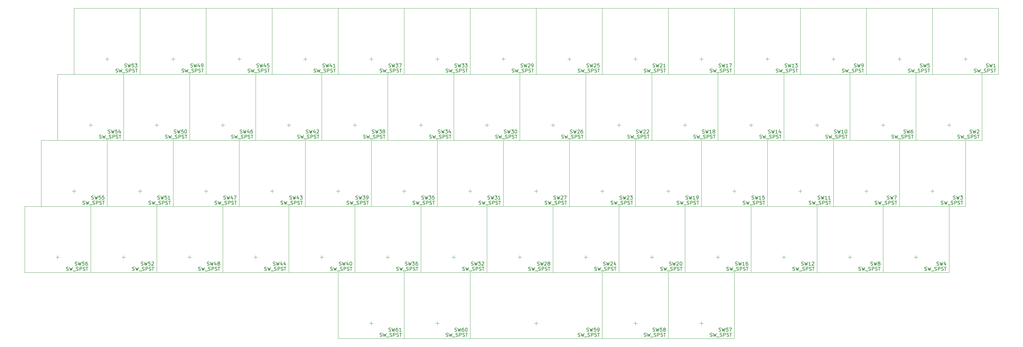
<source format=gbr>
G04 #@! TF.GenerationSoftware,KiCad,Pcbnew,(6.0.6-0)*
G04 #@! TF.CreationDate,2022-08-15T11:25:08-07:00*
G04 #@! TF.ProjectId,purple-owl,70757270-6c65-42d6-9f77-6c2e6b696361,1.0*
G04 #@! TF.SameCoordinates,Original*
G04 #@! TF.FileFunction,OtherDrawing,Comment*
%FSLAX46Y46*%
G04 Gerber Fmt 4.6, Leading zero omitted, Abs format (unit mm)*
G04 Created by KiCad (PCBNEW (6.0.6-0)) date 2022-08-15 11:25:08*
%MOMM*%
%LPD*%
G01*
G04 APERTURE LIST*
%ADD10C,0.200000*%
%ADD11C,0.100000*%
G04 APERTURE END LIST*
D10*
G04 #@! TO.C,SW36*
X171747976Y-159804761D02*
X171890833Y-159852380D01*
X172128928Y-159852380D01*
X172224166Y-159804761D01*
X172271785Y-159757142D01*
X172319404Y-159661904D01*
X172319404Y-159566666D01*
X172271785Y-159471428D01*
X172224166Y-159423809D01*
X172128928Y-159376190D01*
X171938452Y-159328571D01*
X171843214Y-159280952D01*
X171795595Y-159233333D01*
X171747976Y-159138095D01*
X171747976Y-159042857D01*
X171795595Y-158947619D01*
X171843214Y-158900000D01*
X171938452Y-158852380D01*
X172176547Y-158852380D01*
X172319404Y-158900000D01*
X172652738Y-158852380D02*
X172890833Y-159852380D01*
X173081309Y-159138095D01*
X173271785Y-159852380D01*
X173509880Y-158852380D01*
X173795595Y-158852380D02*
X174414642Y-158852380D01*
X174081309Y-159233333D01*
X174224166Y-159233333D01*
X174319404Y-159280952D01*
X174367023Y-159328571D01*
X174414642Y-159423809D01*
X174414642Y-159661904D01*
X174367023Y-159757142D01*
X174319404Y-159804761D01*
X174224166Y-159852380D01*
X173938452Y-159852380D01*
X173843214Y-159804761D01*
X173795595Y-159757142D01*
X175271785Y-158852380D02*
X175081309Y-158852380D01*
X174986071Y-158900000D01*
X174938452Y-158947619D01*
X174843214Y-159090476D01*
X174795595Y-159280952D01*
X174795595Y-159661904D01*
X174843214Y-159757142D01*
X174890833Y-159804761D01*
X174986071Y-159852380D01*
X175176547Y-159852380D01*
X175271785Y-159804761D01*
X175319404Y-159757142D01*
X175367023Y-159661904D01*
X175367023Y-159423809D01*
X175319404Y-159328571D01*
X175271785Y-159280952D01*
X175176547Y-159233333D01*
X174986071Y-159233333D01*
X174890833Y-159280952D01*
X174843214Y-159328571D01*
X174795595Y-159423809D01*
X169224166Y-161304761D02*
X169367023Y-161352380D01*
X169605119Y-161352380D01*
X169700357Y-161304761D01*
X169747976Y-161257142D01*
X169795595Y-161161904D01*
X169795595Y-161066666D01*
X169747976Y-160971428D01*
X169700357Y-160923809D01*
X169605119Y-160876190D01*
X169414642Y-160828571D01*
X169319404Y-160780952D01*
X169271785Y-160733333D01*
X169224166Y-160638095D01*
X169224166Y-160542857D01*
X169271785Y-160447619D01*
X169319404Y-160400000D01*
X169414642Y-160352380D01*
X169652738Y-160352380D01*
X169795595Y-160400000D01*
X170128928Y-160352380D02*
X170367023Y-161352380D01*
X170557500Y-160638095D01*
X170747976Y-161352380D01*
X170986071Y-160352380D01*
X171128928Y-161447619D02*
X171890833Y-161447619D01*
X172081309Y-161304761D02*
X172224166Y-161352380D01*
X172462261Y-161352380D01*
X172557500Y-161304761D01*
X172605119Y-161257142D01*
X172652738Y-161161904D01*
X172652738Y-161066666D01*
X172605119Y-160971428D01*
X172557500Y-160923809D01*
X172462261Y-160876190D01*
X172271785Y-160828571D01*
X172176547Y-160780952D01*
X172128928Y-160733333D01*
X172081309Y-160638095D01*
X172081309Y-160542857D01*
X172128928Y-160447619D01*
X172176547Y-160400000D01*
X172271785Y-160352380D01*
X172509880Y-160352380D01*
X172652738Y-160400000D01*
X173081309Y-161352380D02*
X173081309Y-160352380D01*
X173462261Y-160352380D01*
X173557500Y-160400000D01*
X173605119Y-160447619D01*
X173652738Y-160542857D01*
X173652738Y-160685714D01*
X173605119Y-160780952D01*
X173557500Y-160828571D01*
X173462261Y-160876190D01*
X173081309Y-160876190D01*
X174033690Y-161304761D02*
X174176547Y-161352380D01*
X174414642Y-161352380D01*
X174509880Y-161304761D01*
X174557500Y-161257142D01*
X174605119Y-161161904D01*
X174605119Y-161066666D01*
X174557500Y-160971428D01*
X174509880Y-160923809D01*
X174414642Y-160876190D01*
X174224166Y-160828571D01*
X174128928Y-160780952D01*
X174081309Y-160733333D01*
X174033690Y-160638095D01*
X174033690Y-160542857D01*
X174081309Y-160447619D01*
X174128928Y-160400000D01*
X174224166Y-160352380D01*
X174462261Y-160352380D01*
X174605119Y-160400000D01*
X174890833Y-160352380D02*
X175462261Y-160352380D01*
X175176547Y-161352380D02*
X175176547Y-160352380D01*
G04 #@! TO.C,SW32*
X190797976Y-159804761D02*
X190940833Y-159852380D01*
X191178928Y-159852380D01*
X191274166Y-159804761D01*
X191321785Y-159757142D01*
X191369404Y-159661904D01*
X191369404Y-159566666D01*
X191321785Y-159471428D01*
X191274166Y-159423809D01*
X191178928Y-159376190D01*
X190988452Y-159328571D01*
X190893214Y-159280952D01*
X190845595Y-159233333D01*
X190797976Y-159138095D01*
X190797976Y-159042857D01*
X190845595Y-158947619D01*
X190893214Y-158900000D01*
X190988452Y-158852380D01*
X191226547Y-158852380D01*
X191369404Y-158900000D01*
X191702738Y-158852380D02*
X191940833Y-159852380D01*
X192131309Y-159138095D01*
X192321785Y-159852380D01*
X192559880Y-158852380D01*
X192845595Y-158852380D02*
X193464642Y-158852380D01*
X193131309Y-159233333D01*
X193274166Y-159233333D01*
X193369404Y-159280952D01*
X193417023Y-159328571D01*
X193464642Y-159423809D01*
X193464642Y-159661904D01*
X193417023Y-159757142D01*
X193369404Y-159804761D01*
X193274166Y-159852380D01*
X192988452Y-159852380D01*
X192893214Y-159804761D01*
X192845595Y-159757142D01*
X193845595Y-158947619D02*
X193893214Y-158900000D01*
X193988452Y-158852380D01*
X194226547Y-158852380D01*
X194321785Y-158900000D01*
X194369404Y-158947619D01*
X194417023Y-159042857D01*
X194417023Y-159138095D01*
X194369404Y-159280952D01*
X193797976Y-159852380D01*
X194417023Y-159852380D01*
X188274166Y-161304761D02*
X188417023Y-161352380D01*
X188655119Y-161352380D01*
X188750357Y-161304761D01*
X188797976Y-161257142D01*
X188845595Y-161161904D01*
X188845595Y-161066666D01*
X188797976Y-160971428D01*
X188750357Y-160923809D01*
X188655119Y-160876190D01*
X188464642Y-160828571D01*
X188369404Y-160780952D01*
X188321785Y-160733333D01*
X188274166Y-160638095D01*
X188274166Y-160542857D01*
X188321785Y-160447619D01*
X188369404Y-160400000D01*
X188464642Y-160352380D01*
X188702738Y-160352380D01*
X188845595Y-160400000D01*
X189178928Y-160352380D02*
X189417023Y-161352380D01*
X189607500Y-160638095D01*
X189797976Y-161352380D01*
X190036071Y-160352380D01*
X190178928Y-161447619D02*
X190940833Y-161447619D01*
X191131309Y-161304761D02*
X191274166Y-161352380D01*
X191512261Y-161352380D01*
X191607500Y-161304761D01*
X191655119Y-161257142D01*
X191702738Y-161161904D01*
X191702738Y-161066666D01*
X191655119Y-160971428D01*
X191607500Y-160923809D01*
X191512261Y-160876190D01*
X191321785Y-160828571D01*
X191226547Y-160780952D01*
X191178928Y-160733333D01*
X191131309Y-160638095D01*
X191131309Y-160542857D01*
X191178928Y-160447619D01*
X191226547Y-160400000D01*
X191321785Y-160352380D01*
X191559880Y-160352380D01*
X191702738Y-160400000D01*
X192131309Y-161352380D02*
X192131309Y-160352380D01*
X192512261Y-160352380D01*
X192607500Y-160400000D01*
X192655119Y-160447619D01*
X192702738Y-160542857D01*
X192702738Y-160685714D01*
X192655119Y-160780952D01*
X192607500Y-160828571D01*
X192512261Y-160876190D01*
X192131309Y-160876190D01*
X193083690Y-161304761D02*
X193226547Y-161352380D01*
X193464642Y-161352380D01*
X193559880Y-161304761D01*
X193607500Y-161257142D01*
X193655119Y-161161904D01*
X193655119Y-161066666D01*
X193607500Y-160971428D01*
X193559880Y-160923809D01*
X193464642Y-160876190D01*
X193274166Y-160828571D01*
X193178928Y-160780952D01*
X193131309Y-160733333D01*
X193083690Y-160638095D01*
X193083690Y-160542857D01*
X193131309Y-160447619D01*
X193178928Y-160400000D01*
X193274166Y-160352380D01*
X193512261Y-160352380D01*
X193655119Y-160400000D01*
X193940833Y-160352380D02*
X194512261Y-160352380D01*
X194226547Y-161352380D02*
X194226547Y-160352380D01*
G04 #@! TO.C,SW29*
X205085476Y-102654761D02*
X205228333Y-102702380D01*
X205466428Y-102702380D01*
X205561666Y-102654761D01*
X205609285Y-102607142D01*
X205656904Y-102511904D01*
X205656904Y-102416666D01*
X205609285Y-102321428D01*
X205561666Y-102273809D01*
X205466428Y-102226190D01*
X205275952Y-102178571D01*
X205180714Y-102130952D01*
X205133095Y-102083333D01*
X205085476Y-101988095D01*
X205085476Y-101892857D01*
X205133095Y-101797619D01*
X205180714Y-101750000D01*
X205275952Y-101702380D01*
X205514047Y-101702380D01*
X205656904Y-101750000D01*
X205990238Y-101702380D02*
X206228333Y-102702380D01*
X206418809Y-101988095D01*
X206609285Y-102702380D01*
X206847380Y-101702380D01*
X207180714Y-101797619D02*
X207228333Y-101750000D01*
X207323571Y-101702380D01*
X207561666Y-101702380D01*
X207656904Y-101750000D01*
X207704523Y-101797619D01*
X207752142Y-101892857D01*
X207752142Y-101988095D01*
X207704523Y-102130952D01*
X207133095Y-102702380D01*
X207752142Y-102702380D01*
X208228333Y-102702380D02*
X208418809Y-102702380D01*
X208514047Y-102654761D01*
X208561666Y-102607142D01*
X208656904Y-102464285D01*
X208704523Y-102273809D01*
X208704523Y-101892857D01*
X208656904Y-101797619D01*
X208609285Y-101750000D01*
X208514047Y-101702380D01*
X208323571Y-101702380D01*
X208228333Y-101750000D01*
X208180714Y-101797619D01*
X208133095Y-101892857D01*
X208133095Y-102130952D01*
X208180714Y-102226190D01*
X208228333Y-102273809D01*
X208323571Y-102321428D01*
X208514047Y-102321428D01*
X208609285Y-102273809D01*
X208656904Y-102226190D01*
X208704523Y-102130952D01*
X202561666Y-104154761D02*
X202704523Y-104202380D01*
X202942619Y-104202380D01*
X203037857Y-104154761D01*
X203085476Y-104107142D01*
X203133095Y-104011904D01*
X203133095Y-103916666D01*
X203085476Y-103821428D01*
X203037857Y-103773809D01*
X202942619Y-103726190D01*
X202752142Y-103678571D01*
X202656904Y-103630952D01*
X202609285Y-103583333D01*
X202561666Y-103488095D01*
X202561666Y-103392857D01*
X202609285Y-103297619D01*
X202656904Y-103250000D01*
X202752142Y-103202380D01*
X202990238Y-103202380D01*
X203133095Y-103250000D01*
X203466428Y-103202380D02*
X203704523Y-104202380D01*
X203895000Y-103488095D01*
X204085476Y-104202380D01*
X204323571Y-103202380D01*
X204466428Y-104297619D02*
X205228333Y-104297619D01*
X205418809Y-104154761D02*
X205561666Y-104202380D01*
X205799761Y-104202380D01*
X205895000Y-104154761D01*
X205942619Y-104107142D01*
X205990238Y-104011904D01*
X205990238Y-103916666D01*
X205942619Y-103821428D01*
X205895000Y-103773809D01*
X205799761Y-103726190D01*
X205609285Y-103678571D01*
X205514047Y-103630952D01*
X205466428Y-103583333D01*
X205418809Y-103488095D01*
X205418809Y-103392857D01*
X205466428Y-103297619D01*
X205514047Y-103250000D01*
X205609285Y-103202380D01*
X205847380Y-103202380D01*
X205990238Y-103250000D01*
X206418809Y-104202380D02*
X206418809Y-103202380D01*
X206799761Y-103202380D01*
X206895000Y-103250000D01*
X206942619Y-103297619D01*
X206990238Y-103392857D01*
X206990238Y-103535714D01*
X206942619Y-103630952D01*
X206895000Y-103678571D01*
X206799761Y-103726190D01*
X206418809Y-103726190D01*
X207371190Y-104154761D02*
X207514047Y-104202380D01*
X207752142Y-104202380D01*
X207847380Y-104154761D01*
X207895000Y-104107142D01*
X207942619Y-104011904D01*
X207942619Y-103916666D01*
X207895000Y-103821428D01*
X207847380Y-103773809D01*
X207752142Y-103726190D01*
X207561666Y-103678571D01*
X207466428Y-103630952D01*
X207418809Y-103583333D01*
X207371190Y-103488095D01*
X207371190Y-103392857D01*
X207418809Y-103297619D01*
X207466428Y-103250000D01*
X207561666Y-103202380D01*
X207799761Y-103202380D01*
X207942619Y-103250000D01*
X208228333Y-103202380D02*
X208799761Y-103202380D01*
X208514047Y-104202380D02*
X208514047Y-103202380D01*
G04 #@! TO.C,SW48*
X114597976Y-159804761D02*
X114740833Y-159852380D01*
X114978928Y-159852380D01*
X115074166Y-159804761D01*
X115121785Y-159757142D01*
X115169404Y-159661904D01*
X115169404Y-159566666D01*
X115121785Y-159471428D01*
X115074166Y-159423809D01*
X114978928Y-159376190D01*
X114788452Y-159328571D01*
X114693214Y-159280952D01*
X114645595Y-159233333D01*
X114597976Y-159138095D01*
X114597976Y-159042857D01*
X114645595Y-158947619D01*
X114693214Y-158900000D01*
X114788452Y-158852380D01*
X115026547Y-158852380D01*
X115169404Y-158900000D01*
X115502738Y-158852380D02*
X115740833Y-159852380D01*
X115931309Y-159138095D01*
X116121785Y-159852380D01*
X116359880Y-158852380D01*
X117169404Y-159185714D02*
X117169404Y-159852380D01*
X116931309Y-158804761D02*
X116693214Y-159519047D01*
X117312261Y-159519047D01*
X117836071Y-159280952D02*
X117740833Y-159233333D01*
X117693214Y-159185714D01*
X117645595Y-159090476D01*
X117645595Y-159042857D01*
X117693214Y-158947619D01*
X117740833Y-158900000D01*
X117836071Y-158852380D01*
X118026547Y-158852380D01*
X118121785Y-158900000D01*
X118169404Y-158947619D01*
X118217023Y-159042857D01*
X118217023Y-159090476D01*
X118169404Y-159185714D01*
X118121785Y-159233333D01*
X118026547Y-159280952D01*
X117836071Y-159280952D01*
X117740833Y-159328571D01*
X117693214Y-159376190D01*
X117645595Y-159471428D01*
X117645595Y-159661904D01*
X117693214Y-159757142D01*
X117740833Y-159804761D01*
X117836071Y-159852380D01*
X118026547Y-159852380D01*
X118121785Y-159804761D01*
X118169404Y-159757142D01*
X118217023Y-159661904D01*
X118217023Y-159471428D01*
X118169404Y-159376190D01*
X118121785Y-159328571D01*
X118026547Y-159280952D01*
X112074166Y-161304761D02*
X112217023Y-161352380D01*
X112455119Y-161352380D01*
X112550357Y-161304761D01*
X112597976Y-161257142D01*
X112645595Y-161161904D01*
X112645595Y-161066666D01*
X112597976Y-160971428D01*
X112550357Y-160923809D01*
X112455119Y-160876190D01*
X112264642Y-160828571D01*
X112169404Y-160780952D01*
X112121785Y-160733333D01*
X112074166Y-160638095D01*
X112074166Y-160542857D01*
X112121785Y-160447619D01*
X112169404Y-160400000D01*
X112264642Y-160352380D01*
X112502738Y-160352380D01*
X112645595Y-160400000D01*
X112978928Y-160352380D02*
X113217023Y-161352380D01*
X113407500Y-160638095D01*
X113597976Y-161352380D01*
X113836071Y-160352380D01*
X113978928Y-161447619D02*
X114740833Y-161447619D01*
X114931309Y-161304761D02*
X115074166Y-161352380D01*
X115312261Y-161352380D01*
X115407500Y-161304761D01*
X115455119Y-161257142D01*
X115502738Y-161161904D01*
X115502738Y-161066666D01*
X115455119Y-160971428D01*
X115407500Y-160923809D01*
X115312261Y-160876190D01*
X115121785Y-160828571D01*
X115026547Y-160780952D01*
X114978928Y-160733333D01*
X114931309Y-160638095D01*
X114931309Y-160542857D01*
X114978928Y-160447619D01*
X115026547Y-160400000D01*
X115121785Y-160352380D01*
X115359880Y-160352380D01*
X115502738Y-160400000D01*
X115931309Y-161352380D02*
X115931309Y-160352380D01*
X116312261Y-160352380D01*
X116407500Y-160400000D01*
X116455119Y-160447619D01*
X116502738Y-160542857D01*
X116502738Y-160685714D01*
X116455119Y-160780952D01*
X116407500Y-160828571D01*
X116312261Y-160876190D01*
X115931309Y-160876190D01*
X116883690Y-161304761D02*
X117026547Y-161352380D01*
X117264642Y-161352380D01*
X117359880Y-161304761D01*
X117407500Y-161257142D01*
X117455119Y-161161904D01*
X117455119Y-161066666D01*
X117407500Y-160971428D01*
X117359880Y-160923809D01*
X117264642Y-160876190D01*
X117074166Y-160828571D01*
X116978928Y-160780952D01*
X116931309Y-160733333D01*
X116883690Y-160638095D01*
X116883690Y-160542857D01*
X116931309Y-160447619D01*
X116978928Y-160400000D01*
X117074166Y-160352380D01*
X117312261Y-160352380D01*
X117455119Y-160400000D01*
X117740833Y-160352380D02*
X118312261Y-160352380D01*
X118026547Y-161352380D02*
X118026547Y-160352380D01*
G04 #@! TO.C,SW4*
X325100357Y-159804761D02*
X325243214Y-159852380D01*
X325481309Y-159852380D01*
X325576547Y-159804761D01*
X325624166Y-159757142D01*
X325671785Y-159661904D01*
X325671785Y-159566666D01*
X325624166Y-159471428D01*
X325576547Y-159423809D01*
X325481309Y-159376190D01*
X325290833Y-159328571D01*
X325195595Y-159280952D01*
X325147976Y-159233333D01*
X325100357Y-159138095D01*
X325100357Y-159042857D01*
X325147976Y-158947619D01*
X325195595Y-158900000D01*
X325290833Y-158852380D01*
X325528928Y-158852380D01*
X325671785Y-158900000D01*
X326005119Y-158852380D02*
X326243214Y-159852380D01*
X326433690Y-159138095D01*
X326624166Y-159852380D01*
X326862261Y-158852380D01*
X327671785Y-159185714D02*
X327671785Y-159852380D01*
X327433690Y-158804761D02*
X327195595Y-159519047D01*
X327814642Y-159519047D01*
X321624166Y-161304761D02*
X321767023Y-161352380D01*
X322005119Y-161352380D01*
X322100357Y-161304761D01*
X322147976Y-161257142D01*
X322195595Y-161161904D01*
X322195595Y-161066666D01*
X322147976Y-160971428D01*
X322100357Y-160923809D01*
X322005119Y-160876190D01*
X321814642Y-160828571D01*
X321719404Y-160780952D01*
X321671785Y-160733333D01*
X321624166Y-160638095D01*
X321624166Y-160542857D01*
X321671785Y-160447619D01*
X321719404Y-160400000D01*
X321814642Y-160352380D01*
X322052738Y-160352380D01*
X322195595Y-160400000D01*
X322528928Y-160352380D02*
X322767023Y-161352380D01*
X322957500Y-160638095D01*
X323147976Y-161352380D01*
X323386071Y-160352380D01*
X323528928Y-161447619D02*
X324290833Y-161447619D01*
X324481309Y-161304761D02*
X324624166Y-161352380D01*
X324862261Y-161352380D01*
X324957500Y-161304761D01*
X325005119Y-161257142D01*
X325052738Y-161161904D01*
X325052738Y-161066666D01*
X325005119Y-160971428D01*
X324957500Y-160923809D01*
X324862261Y-160876190D01*
X324671785Y-160828571D01*
X324576547Y-160780952D01*
X324528928Y-160733333D01*
X324481309Y-160638095D01*
X324481309Y-160542857D01*
X324528928Y-160447619D01*
X324576547Y-160400000D01*
X324671785Y-160352380D01*
X324909880Y-160352380D01*
X325052738Y-160400000D01*
X325481309Y-161352380D02*
X325481309Y-160352380D01*
X325862261Y-160352380D01*
X325957500Y-160400000D01*
X326005119Y-160447619D01*
X326052738Y-160542857D01*
X326052738Y-160685714D01*
X326005119Y-160780952D01*
X325957500Y-160828571D01*
X325862261Y-160876190D01*
X325481309Y-160876190D01*
X326433690Y-161304761D02*
X326576547Y-161352380D01*
X326814642Y-161352380D01*
X326909880Y-161304761D01*
X326957500Y-161257142D01*
X327005119Y-161161904D01*
X327005119Y-161066666D01*
X326957500Y-160971428D01*
X326909880Y-160923809D01*
X326814642Y-160876190D01*
X326624166Y-160828571D01*
X326528928Y-160780952D01*
X326481309Y-160733333D01*
X326433690Y-160638095D01*
X326433690Y-160542857D01*
X326481309Y-160447619D01*
X326528928Y-160400000D01*
X326624166Y-160352380D01*
X326862261Y-160352380D01*
X327005119Y-160400000D01*
X327290833Y-160352380D02*
X327862261Y-160352380D01*
X327576547Y-161352380D02*
X327576547Y-160352380D01*
G04 #@! TO.C,SW6*
X315575357Y-121704761D02*
X315718214Y-121752380D01*
X315956309Y-121752380D01*
X316051547Y-121704761D01*
X316099166Y-121657142D01*
X316146785Y-121561904D01*
X316146785Y-121466666D01*
X316099166Y-121371428D01*
X316051547Y-121323809D01*
X315956309Y-121276190D01*
X315765833Y-121228571D01*
X315670595Y-121180952D01*
X315622976Y-121133333D01*
X315575357Y-121038095D01*
X315575357Y-120942857D01*
X315622976Y-120847619D01*
X315670595Y-120800000D01*
X315765833Y-120752380D01*
X316003928Y-120752380D01*
X316146785Y-120800000D01*
X316480119Y-120752380D02*
X316718214Y-121752380D01*
X316908690Y-121038095D01*
X317099166Y-121752380D01*
X317337261Y-120752380D01*
X318146785Y-120752380D02*
X317956309Y-120752380D01*
X317861071Y-120800000D01*
X317813452Y-120847619D01*
X317718214Y-120990476D01*
X317670595Y-121180952D01*
X317670595Y-121561904D01*
X317718214Y-121657142D01*
X317765833Y-121704761D01*
X317861071Y-121752380D01*
X318051547Y-121752380D01*
X318146785Y-121704761D01*
X318194404Y-121657142D01*
X318242023Y-121561904D01*
X318242023Y-121323809D01*
X318194404Y-121228571D01*
X318146785Y-121180952D01*
X318051547Y-121133333D01*
X317861071Y-121133333D01*
X317765833Y-121180952D01*
X317718214Y-121228571D01*
X317670595Y-121323809D01*
X312099166Y-123204761D02*
X312242023Y-123252380D01*
X312480119Y-123252380D01*
X312575357Y-123204761D01*
X312622976Y-123157142D01*
X312670595Y-123061904D01*
X312670595Y-122966666D01*
X312622976Y-122871428D01*
X312575357Y-122823809D01*
X312480119Y-122776190D01*
X312289642Y-122728571D01*
X312194404Y-122680952D01*
X312146785Y-122633333D01*
X312099166Y-122538095D01*
X312099166Y-122442857D01*
X312146785Y-122347619D01*
X312194404Y-122300000D01*
X312289642Y-122252380D01*
X312527738Y-122252380D01*
X312670595Y-122300000D01*
X313003928Y-122252380D02*
X313242023Y-123252380D01*
X313432500Y-122538095D01*
X313622976Y-123252380D01*
X313861071Y-122252380D01*
X314003928Y-123347619D02*
X314765833Y-123347619D01*
X314956309Y-123204761D02*
X315099166Y-123252380D01*
X315337261Y-123252380D01*
X315432500Y-123204761D01*
X315480119Y-123157142D01*
X315527738Y-123061904D01*
X315527738Y-122966666D01*
X315480119Y-122871428D01*
X315432500Y-122823809D01*
X315337261Y-122776190D01*
X315146785Y-122728571D01*
X315051547Y-122680952D01*
X315003928Y-122633333D01*
X314956309Y-122538095D01*
X314956309Y-122442857D01*
X315003928Y-122347619D01*
X315051547Y-122300000D01*
X315146785Y-122252380D01*
X315384880Y-122252380D01*
X315527738Y-122300000D01*
X315956309Y-123252380D02*
X315956309Y-122252380D01*
X316337261Y-122252380D01*
X316432500Y-122300000D01*
X316480119Y-122347619D01*
X316527738Y-122442857D01*
X316527738Y-122585714D01*
X316480119Y-122680952D01*
X316432500Y-122728571D01*
X316337261Y-122776190D01*
X315956309Y-122776190D01*
X316908690Y-123204761D02*
X317051547Y-123252380D01*
X317289642Y-123252380D01*
X317384880Y-123204761D01*
X317432500Y-123157142D01*
X317480119Y-123061904D01*
X317480119Y-122966666D01*
X317432500Y-122871428D01*
X317384880Y-122823809D01*
X317289642Y-122776190D01*
X317099166Y-122728571D01*
X317003928Y-122680952D01*
X316956309Y-122633333D01*
X316908690Y-122538095D01*
X316908690Y-122442857D01*
X316956309Y-122347619D01*
X317003928Y-122300000D01*
X317099166Y-122252380D01*
X317337261Y-122252380D01*
X317480119Y-122300000D01*
X317765833Y-122252380D02*
X318337261Y-122252380D01*
X318051547Y-123252380D02*
X318051547Y-122252380D01*
G04 #@! TO.C,SW37*
X166985476Y-102654761D02*
X167128333Y-102702380D01*
X167366428Y-102702380D01*
X167461666Y-102654761D01*
X167509285Y-102607142D01*
X167556904Y-102511904D01*
X167556904Y-102416666D01*
X167509285Y-102321428D01*
X167461666Y-102273809D01*
X167366428Y-102226190D01*
X167175952Y-102178571D01*
X167080714Y-102130952D01*
X167033095Y-102083333D01*
X166985476Y-101988095D01*
X166985476Y-101892857D01*
X167033095Y-101797619D01*
X167080714Y-101750000D01*
X167175952Y-101702380D01*
X167414047Y-101702380D01*
X167556904Y-101750000D01*
X167890238Y-101702380D02*
X168128333Y-102702380D01*
X168318809Y-101988095D01*
X168509285Y-102702380D01*
X168747380Y-101702380D01*
X169033095Y-101702380D02*
X169652142Y-101702380D01*
X169318809Y-102083333D01*
X169461666Y-102083333D01*
X169556904Y-102130952D01*
X169604523Y-102178571D01*
X169652142Y-102273809D01*
X169652142Y-102511904D01*
X169604523Y-102607142D01*
X169556904Y-102654761D01*
X169461666Y-102702380D01*
X169175952Y-102702380D01*
X169080714Y-102654761D01*
X169033095Y-102607142D01*
X169985476Y-101702380D02*
X170652142Y-101702380D01*
X170223571Y-102702380D01*
X164461666Y-104154761D02*
X164604523Y-104202380D01*
X164842619Y-104202380D01*
X164937857Y-104154761D01*
X164985476Y-104107142D01*
X165033095Y-104011904D01*
X165033095Y-103916666D01*
X164985476Y-103821428D01*
X164937857Y-103773809D01*
X164842619Y-103726190D01*
X164652142Y-103678571D01*
X164556904Y-103630952D01*
X164509285Y-103583333D01*
X164461666Y-103488095D01*
X164461666Y-103392857D01*
X164509285Y-103297619D01*
X164556904Y-103250000D01*
X164652142Y-103202380D01*
X164890238Y-103202380D01*
X165033095Y-103250000D01*
X165366428Y-103202380D02*
X165604523Y-104202380D01*
X165795000Y-103488095D01*
X165985476Y-104202380D01*
X166223571Y-103202380D01*
X166366428Y-104297619D02*
X167128333Y-104297619D01*
X167318809Y-104154761D02*
X167461666Y-104202380D01*
X167699761Y-104202380D01*
X167795000Y-104154761D01*
X167842619Y-104107142D01*
X167890238Y-104011904D01*
X167890238Y-103916666D01*
X167842619Y-103821428D01*
X167795000Y-103773809D01*
X167699761Y-103726190D01*
X167509285Y-103678571D01*
X167414047Y-103630952D01*
X167366428Y-103583333D01*
X167318809Y-103488095D01*
X167318809Y-103392857D01*
X167366428Y-103297619D01*
X167414047Y-103250000D01*
X167509285Y-103202380D01*
X167747380Y-103202380D01*
X167890238Y-103250000D01*
X168318809Y-104202380D02*
X168318809Y-103202380D01*
X168699761Y-103202380D01*
X168795000Y-103250000D01*
X168842619Y-103297619D01*
X168890238Y-103392857D01*
X168890238Y-103535714D01*
X168842619Y-103630952D01*
X168795000Y-103678571D01*
X168699761Y-103726190D01*
X168318809Y-103726190D01*
X169271190Y-104154761D02*
X169414047Y-104202380D01*
X169652142Y-104202380D01*
X169747380Y-104154761D01*
X169795000Y-104107142D01*
X169842619Y-104011904D01*
X169842619Y-103916666D01*
X169795000Y-103821428D01*
X169747380Y-103773809D01*
X169652142Y-103726190D01*
X169461666Y-103678571D01*
X169366428Y-103630952D01*
X169318809Y-103583333D01*
X169271190Y-103488095D01*
X169271190Y-103392857D01*
X169318809Y-103297619D01*
X169366428Y-103250000D01*
X169461666Y-103202380D01*
X169699761Y-103202380D01*
X169842619Y-103250000D01*
X170128333Y-103202380D02*
X170699761Y-103202380D01*
X170414047Y-104202380D02*
X170414047Y-103202380D01*
G04 #@! TO.C,SW45*
X128885476Y-102654761D02*
X129028333Y-102702380D01*
X129266428Y-102702380D01*
X129361666Y-102654761D01*
X129409285Y-102607142D01*
X129456904Y-102511904D01*
X129456904Y-102416666D01*
X129409285Y-102321428D01*
X129361666Y-102273809D01*
X129266428Y-102226190D01*
X129075952Y-102178571D01*
X128980714Y-102130952D01*
X128933095Y-102083333D01*
X128885476Y-101988095D01*
X128885476Y-101892857D01*
X128933095Y-101797619D01*
X128980714Y-101750000D01*
X129075952Y-101702380D01*
X129314047Y-101702380D01*
X129456904Y-101750000D01*
X129790238Y-101702380D02*
X130028333Y-102702380D01*
X130218809Y-101988095D01*
X130409285Y-102702380D01*
X130647380Y-101702380D01*
X131456904Y-102035714D02*
X131456904Y-102702380D01*
X131218809Y-101654761D02*
X130980714Y-102369047D01*
X131599761Y-102369047D01*
X132456904Y-101702380D02*
X131980714Y-101702380D01*
X131933095Y-102178571D01*
X131980714Y-102130952D01*
X132075952Y-102083333D01*
X132314047Y-102083333D01*
X132409285Y-102130952D01*
X132456904Y-102178571D01*
X132504523Y-102273809D01*
X132504523Y-102511904D01*
X132456904Y-102607142D01*
X132409285Y-102654761D01*
X132314047Y-102702380D01*
X132075952Y-102702380D01*
X131980714Y-102654761D01*
X131933095Y-102607142D01*
X126361666Y-104154761D02*
X126504523Y-104202380D01*
X126742619Y-104202380D01*
X126837857Y-104154761D01*
X126885476Y-104107142D01*
X126933095Y-104011904D01*
X126933095Y-103916666D01*
X126885476Y-103821428D01*
X126837857Y-103773809D01*
X126742619Y-103726190D01*
X126552142Y-103678571D01*
X126456904Y-103630952D01*
X126409285Y-103583333D01*
X126361666Y-103488095D01*
X126361666Y-103392857D01*
X126409285Y-103297619D01*
X126456904Y-103250000D01*
X126552142Y-103202380D01*
X126790238Y-103202380D01*
X126933095Y-103250000D01*
X127266428Y-103202380D02*
X127504523Y-104202380D01*
X127695000Y-103488095D01*
X127885476Y-104202380D01*
X128123571Y-103202380D01*
X128266428Y-104297619D02*
X129028333Y-104297619D01*
X129218809Y-104154761D02*
X129361666Y-104202380D01*
X129599761Y-104202380D01*
X129695000Y-104154761D01*
X129742619Y-104107142D01*
X129790238Y-104011904D01*
X129790238Y-103916666D01*
X129742619Y-103821428D01*
X129695000Y-103773809D01*
X129599761Y-103726190D01*
X129409285Y-103678571D01*
X129314047Y-103630952D01*
X129266428Y-103583333D01*
X129218809Y-103488095D01*
X129218809Y-103392857D01*
X129266428Y-103297619D01*
X129314047Y-103250000D01*
X129409285Y-103202380D01*
X129647380Y-103202380D01*
X129790238Y-103250000D01*
X130218809Y-104202380D02*
X130218809Y-103202380D01*
X130599761Y-103202380D01*
X130695000Y-103250000D01*
X130742619Y-103297619D01*
X130790238Y-103392857D01*
X130790238Y-103535714D01*
X130742619Y-103630952D01*
X130695000Y-103678571D01*
X130599761Y-103726190D01*
X130218809Y-103726190D01*
X131171190Y-104154761D02*
X131314047Y-104202380D01*
X131552142Y-104202380D01*
X131647380Y-104154761D01*
X131695000Y-104107142D01*
X131742619Y-104011904D01*
X131742619Y-103916666D01*
X131695000Y-103821428D01*
X131647380Y-103773809D01*
X131552142Y-103726190D01*
X131361666Y-103678571D01*
X131266428Y-103630952D01*
X131218809Y-103583333D01*
X131171190Y-103488095D01*
X131171190Y-103392857D01*
X131218809Y-103297619D01*
X131266428Y-103250000D01*
X131361666Y-103202380D01*
X131599761Y-103202380D01*
X131742619Y-103250000D01*
X132028333Y-103202380D02*
X132599761Y-103202380D01*
X132314047Y-104202380D02*
X132314047Y-103202380D01*
G04 #@! TO.C,SW50*
X105072976Y-121704761D02*
X105215833Y-121752380D01*
X105453928Y-121752380D01*
X105549166Y-121704761D01*
X105596785Y-121657142D01*
X105644404Y-121561904D01*
X105644404Y-121466666D01*
X105596785Y-121371428D01*
X105549166Y-121323809D01*
X105453928Y-121276190D01*
X105263452Y-121228571D01*
X105168214Y-121180952D01*
X105120595Y-121133333D01*
X105072976Y-121038095D01*
X105072976Y-120942857D01*
X105120595Y-120847619D01*
X105168214Y-120800000D01*
X105263452Y-120752380D01*
X105501547Y-120752380D01*
X105644404Y-120800000D01*
X105977738Y-120752380D02*
X106215833Y-121752380D01*
X106406309Y-121038095D01*
X106596785Y-121752380D01*
X106834880Y-120752380D01*
X107692023Y-120752380D02*
X107215833Y-120752380D01*
X107168214Y-121228571D01*
X107215833Y-121180952D01*
X107311071Y-121133333D01*
X107549166Y-121133333D01*
X107644404Y-121180952D01*
X107692023Y-121228571D01*
X107739642Y-121323809D01*
X107739642Y-121561904D01*
X107692023Y-121657142D01*
X107644404Y-121704761D01*
X107549166Y-121752380D01*
X107311071Y-121752380D01*
X107215833Y-121704761D01*
X107168214Y-121657142D01*
X108358690Y-120752380D02*
X108453928Y-120752380D01*
X108549166Y-120800000D01*
X108596785Y-120847619D01*
X108644404Y-120942857D01*
X108692023Y-121133333D01*
X108692023Y-121371428D01*
X108644404Y-121561904D01*
X108596785Y-121657142D01*
X108549166Y-121704761D01*
X108453928Y-121752380D01*
X108358690Y-121752380D01*
X108263452Y-121704761D01*
X108215833Y-121657142D01*
X108168214Y-121561904D01*
X108120595Y-121371428D01*
X108120595Y-121133333D01*
X108168214Y-120942857D01*
X108215833Y-120847619D01*
X108263452Y-120800000D01*
X108358690Y-120752380D01*
X102549166Y-123204761D02*
X102692023Y-123252380D01*
X102930119Y-123252380D01*
X103025357Y-123204761D01*
X103072976Y-123157142D01*
X103120595Y-123061904D01*
X103120595Y-122966666D01*
X103072976Y-122871428D01*
X103025357Y-122823809D01*
X102930119Y-122776190D01*
X102739642Y-122728571D01*
X102644404Y-122680952D01*
X102596785Y-122633333D01*
X102549166Y-122538095D01*
X102549166Y-122442857D01*
X102596785Y-122347619D01*
X102644404Y-122300000D01*
X102739642Y-122252380D01*
X102977738Y-122252380D01*
X103120595Y-122300000D01*
X103453928Y-122252380D02*
X103692023Y-123252380D01*
X103882500Y-122538095D01*
X104072976Y-123252380D01*
X104311071Y-122252380D01*
X104453928Y-123347619D02*
X105215833Y-123347619D01*
X105406309Y-123204761D02*
X105549166Y-123252380D01*
X105787261Y-123252380D01*
X105882500Y-123204761D01*
X105930119Y-123157142D01*
X105977738Y-123061904D01*
X105977738Y-122966666D01*
X105930119Y-122871428D01*
X105882500Y-122823809D01*
X105787261Y-122776190D01*
X105596785Y-122728571D01*
X105501547Y-122680952D01*
X105453928Y-122633333D01*
X105406309Y-122538095D01*
X105406309Y-122442857D01*
X105453928Y-122347619D01*
X105501547Y-122300000D01*
X105596785Y-122252380D01*
X105834880Y-122252380D01*
X105977738Y-122300000D01*
X106406309Y-123252380D02*
X106406309Y-122252380D01*
X106787261Y-122252380D01*
X106882500Y-122300000D01*
X106930119Y-122347619D01*
X106977738Y-122442857D01*
X106977738Y-122585714D01*
X106930119Y-122680952D01*
X106882500Y-122728571D01*
X106787261Y-122776190D01*
X106406309Y-122776190D01*
X107358690Y-123204761D02*
X107501547Y-123252380D01*
X107739642Y-123252380D01*
X107834880Y-123204761D01*
X107882500Y-123157142D01*
X107930119Y-123061904D01*
X107930119Y-122966666D01*
X107882500Y-122871428D01*
X107834880Y-122823809D01*
X107739642Y-122776190D01*
X107549166Y-122728571D01*
X107453928Y-122680952D01*
X107406309Y-122633333D01*
X107358690Y-122538095D01*
X107358690Y-122442857D01*
X107406309Y-122347619D01*
X107453928Y-122300000D01*
X107549166Y-122252380D01*
X107787261Y-122252380D01*
X107930119Y-122300000D01*
X108215833Y-122252380D02*
X108787261Y-122252380D01*
X108501547Y-123252380D02*
X108501547Y-122252380D01*
G04 #@! TO.C,SW30*
X200322976Y-121704761D02*
X200465833Y-121752380D01*
X200703928Y-121752380D01*
X200799166Y-121704761D01*
X200846785Y-121657142D01*
X200894404Y-121561904D01*
X200894404Y-121466666D01*
X200846785Y-121371428D01*
X200799166Y-121323809D01*
X200703928Y-121276190D01*
X200513452Y-121228571D01*
X200418214Y-121180952D01*
X200370595Y-121133333D01*
X200322976Y-121038095D01*
X200322976Y-120942857D01*
X200370595Y-120847619D01*
X200418214Y-120800000D01*
X200513452Y-120752380D01*
X200751547Y-120752380D01*
X200894404Y-120800000D01*
X201227738Y-120752380D02*
X201465833Y-121752380D01*
X201656309Y-121038095D01*
X201846785Y-121752380D01*
X202084880Y-120752380D01*
X202370595Y-120752380D02*
X202989642Y-120752380D01*
X202656309Y-121133333D01*
X202799166Y-121133333D01*
X202894404Y-121180952D01*
X202942023Y-121228571D01*
X202989642Y-121323809D01*
X202989642Y-121561904D01*
X202942023Y-121657142D01*
X202894404Y-121704761D01*
X202799166Y-121752380D01*
X202513452Y-121752380D01*
X202418214Y-121704761D01*
X202370595Y-121657142D01*
X203608690Y-120752380D02*
X203703928Y-120752380D01*
X203799166Y-120800000D01*
X203846785Y-120847619D01*
X203894404Y-120942857D01*
X203942023Y-121133333D01*
X203942023Y-121371428D01*
X203894404Y-121561904D01*
X203846785Y-121657142D01*
X203799166Y-121704761D01*
X203703928Y-121752380D01*
X203608690Y-121752380D01*
X203513452Y-121704761D01*
X203465833Y-121657142D01*
X203418214Y-121561904D01*
X203370595Y-121371428D01*
X203370595Y-121133333D01*
X203418214Y-120942857D01*
X203465833Y-120847619D01*
X203513452Y-120800000D01*
X203608690Y-120752380D01*
X197799166Y-123204761D02*
X197942023Y-123252380D01*
X198180119Y-123252380D01*
X198275357Y-123204761D01*
X198322976Y-123157142D01*
X198370595Y-123061904D01*
X198370595Y-122966666D01*
X198322976Y-122871428D01*
X198275357Y-122823809D01*
X198180119Y-122776190D01*
X197989642Y-122728571D01*
X197894404Y-122680952D01*
X197846785Y-122633333D01*
X197799166Y-122538095D01*
X197799166Y-122442857D01*
X197846785Y-122347619D01*
X197894404Y-122300000D01*
X197989642Y-122252380D01*
X198227738Y-122252380D01*
X198370595Y-122300000D01*
X198703928Y-122252380D02*
X198942023Y-123252380D01*
X199132500Y-122538095D01*
X199322976Y-123252380D01*
X199561071Y-122252380D01*
X199703928Y-123347619D02*
X200465833Y-123347619D01*
X200656309Y-123204761D02*
X200799166Y-123252380D01*
X201037261Y-123252380D01*
X201132500Y-123204761D01*
X201180119Y-123157142D01*
X201227738Y-123061904D01*
X201227738Y-122966666D01*
X201180119Y-122871428D01*
X201132500Y-122823809D01*
X201037261Y-122776190D01*
X200846785Y-122728571D01*
X200751547Y-122680952D01*
X200703928Y-122633333D01*
X200656309Y-122538095D01*
X200656309Y-122442857D01*
X200703928Y-122347619D01*
X200751547Y-122300000D01*
X200846785Y-122252380D01*
X201084880Y-122252380D01*
X201227738Y-122300000D01*
X201656309Y-123252380D02*
X201656309Y-122252380D01*
X202037261Y-122252380D01*
X202132500Y-122300000D01*
X202180119Y-122347619D01*
X202227738Y-122442857D01*
X202227738Y-122585714D01*
X202180119Y-122680952D01*
X202132500Y-122728571D01*
X202037261Y-122776190D01*
X201656309Y-122776190D01*
X202608690Y-123204761D02*
X202751547Y-123252380D01*
X202989642Y-123252380D01*
X203084880Y-123204761D01*
X203132500Y-123157142D01*
X203180119Y-123061904D01*
X203180119Y-122966666D01*
X203132500Y-122871428D01*
X203084880Y-122823809D01*
X202989642Y-122776190D01*
X202799166Y-122728571D01*
X202703928Y-122680952D01*
X202656309Y-122633333D01*
X202608690Y-122538095D01*
X202608690Y-122442857D01*
X202656309Y-122347619D01*
X202703928Y-122300000D01*
X202799166Y-122252380D01*
X203037261Y-122252380D01*
X203180119Y-122300000D01*
X203465833Y-122252380D02*
X204037261Y-122252380D01*
X203751547Y-123252380D02*
X203751547Y-122252380D01*
G04 #@! TO.C,SW9*
X301287857Y-102654761D02*
X301430714Y-102702380D01*
X301668809Y-102702380D01*
X301764047Y-102654761D01*
X301811666Y-102607142D01*
X301859285Y-102511904D01*
X301859285Y-102416666D01*
X301811666Y-102321428D01*
X301764047Y-102273809D01*
X301668809Y-102226190D01*
X301478333Y-102178571D01*
X301383095Y-102130952D01*
X301335476Y-102083333D01*
X301287857Y-101988095D01*
X301287857Y-101892857D01*
X301335476Y-101797619D01*
X301383095Y-101750000D01*
X301478333Y-101702380D01*
X301716428Y-101702380D01*
X301859285Y-101750000D01*
X302192619Y-101702380D02*
X302430714Y-102702380D01*
X302621190Y-101988095D01*
X302811666Y-102702380D01*
X303049761Y-101702380D01*
X303478333Y-102702380D02*
X303668809Y-102702380D01*
X303764047Y-102654761D01*
X303811666Y-102607142D01*
X303906904Y-102464285D01*
X303954523Y-102273809D01*
X303954523Y-101892857D01*
X303906904Y-101797619D01*
X303859285Y-101750000D01*
X303764047Y-101702380D01*
X303573571Y-101702380D01*
X303478333Y-101750000D01*
X303430714Y-101797619D01*
X303383095Y-101892857D01*
X303383095Y-102130952D01*
X303430714Y-102226190D01*
X303478333Y-102273809D01*
X303573571Y-102321428D01*
X303764047Y-102321428D01*
X303859285Y-102273809D01*
X303906904Y-102226190D01*
X303954523Y-102130952D01*
X297811666Y-104154761D02*
X297954523Y-104202380D01*
X298192619Y-104202380D01*
X298287857Y-104154761D01*
X298335476Y-104107142D01*
X298383095Y-104011904D01*
X298383095Y-103916666D01*
X298335476Y-103821428D01*
X298287857Y-103773809D01*
X298192619Y-103726190D01*
X298002142Y-103678571D01*
X297906904Y-103630952D01*
X297859285Y-103583333D01*
X297811666Y-103488095D01*
X297811666Y-103392857D01*
X297859285Y-103297619D01*
X297906904Y-103250000D01*
X298002142Y-103202380D01*
X298240238Y-103202380D01*
X298383095Y-103250000D01*
X298716428Y-103202380D02*
X298954523Y-104202380D01*
X299145000Y-103488095D01*
X299335476Y-104202380D01*
X299573571Y-103202380D01*
X299716428Y-104297619D02*
X300478333Y-104297619D01*
X300668809Y-104154761D02*
X300811666Y-104202380D01*
X301049761Y-104202380D01*
X301145000Y-104154761D01*
X301192619Y-104107142D01*
X301240238Y-104011904D01*
X301240238Y-103916666D01*
X301192619Y-103821428D01*
X301145000Y-103773809D01*
X301049761Y-103726190D01*
X300859285Y-103678571D01*
X300764047Y-103630952D01*
X300716428Y-103583333D01*
X300668809Y-103488095D01*
X300668809Y-103392857D01*
X300716428Y-103297619D01*
X300764047Y-103250000D01*
X300859285Y-103202380D01*
X301097380Y-103202380D01*
X301240238Y-103250000D01*
X301668809Y-104202380D02*
X301668809Y-103202380D01*
X302049761Y-103202380D01*
X302145000Y-103250000D01*
X302192619Y-103297619D01*
X302240238Y-103392857D01*
X302240238Y-103535714D01*
X302192619Y-103630952D01*
X302145000Y-103678571D01*
X302049761Y-103726190D01*
X301668809Y-103726190D01*
X302621190Y-104154761D02*
X302764047Y-104202380D01*
X303002142Y-104202380D01*
X303097380Y-104154761D01*
X303145000Y-104107142D01*
X303192619Y-104011904D01*
X303192619Y-103916666D01*
X303145000Y-103821428D01*
X303097380Y-103773809D01*
X303002142Y-103726190D01*
X302811666Y-103678571D01*
X302716428Y-103630952D01*
X302668809Y-103583333D01*
X302621190Y-103488095D01*
X302621190Y-103392857D01*
X302668809Y-103297619D01*
X302716428Y-103250000D01*
X302811666Y-103202380D01*
X303049761Y-103202380D01*
X303192619Y-103250000D01*
X303478333Y-103202380D02*
X304049761Y-103202380D01*
X303764047Y-104202380D02*
X303764047Y-103202380D01*
G04 #@! TO.C,SW61*
X166985476Y-178854761D02*
X167128333Y-178902380D01*
X167366428Y-178902380D01*
X167461666Y-178854761D01*
X167509285Y-178807142D01*
X167556904Y-178711904D01*
X167556904Y-178616666D01*
X167509285Y-178521428D01*
X167461666Y-178473809D01*
X167366428Y-178426190D01*
X167175952Y-178378571D01*
X167080714Y-178330952D01*
X167033095Y-178283333D01*
X166985476Y-178188095D01*
X166985476Y-178092857D01*
X167033095Y-177997619D01*
X167080714Y-177950000D01*
X167175952Y-177902380D01*
X167414047Y-177902380D01*
X167556904Y-177950000D01*
X167890238Y-177902380D02*
X168128333Y-178902380D01*
X168318809Y-178188095D01*
X168509285Y-178902380D01*
X168747380Y-177902380D01*
X169556904Y-177902380D02*
X169366428Y-177902380D01*
X169271190Y-177950000D01*
X169223571Y-177997619D01*
X169128333Y-178140476D01*
X169080714Y-178330952D01*
X169080714Y-178711904D01*
X169128333Y-178807142D01*
X169175952Y-178854761D01*
X169271190Y-178902380D01*
X169461666Y-178902380D01*
X169556904Y-178854761D01*
X169604523Y-178807142D01*
X169652142Y-178711904D01*
X169652142Y-178473809D01*
X169604523Y-178378571D01*
X169556904Y-178330952D01*
X169461666Y-178283333D01*
X169271190Y-178283333D01*
X169175952Y-178330952D01*
X169128333Y-178378571D01*
X169080714Y-178473809D01*
X170604523Y-178902380D02*
X170033095Y-178902380D01*
X170318809Y-178902380D02*
X170318809Y-177902380D01*
X170223571Y-178045238D01*
X170128333Y-178140476D01*
X170033095Y-178188095D01*
X164461666Y-180354761D02*
X164604523Y-180402380D01*
X164842619Y-180402380D01*
X164937857Y-180354761D01*
X164985476Y-180307142D01*
X165033095Y-180211904D01*
X165033095Y-180116666D01*
X164985476Y-180021428D01*
X164937857Y-179973809D01*
X164842619Y-179926190D01*
X164652142Y-179878571D01*
X164556904Y-179830952D01*
X164509285Y-179783333D01*
X164461666Y-179688095D01*
X164461666Y-179592857D01*
X164509285Y-179497619D01*
X164556904Y-179450000D01*
X164652142Y-179402380D01*
X164890238Y-179402380D01*
X165033095Y-179450000D01*
X165366428Y-179402380D02*
X165604523Y-180402380D01*
X165795000Y-179688095D01*
X165985476Y-180402380D01*
X166223571Y-179402380D01*
X166366428Y-180497619D02*
X167128333Y-180497619D01*
X167318809Y-180354761D02*
X167461666Y-180402380D01*
X167699761Y-180402380D01*
X167795000Y-180354761D01*
X167842619Y-180307142D01*
X167890238Y-180211904D01*
X167890238Y-180116666D01*
X167842619Y-180021428D01*
X167795000Y-179973809D01*
X167699761Y-179926190D01*
X167509285Y-179878571D01*
X167414047Y-179830952D01*
X167366428Y-179783333D01*
X167318809Y-179688095D01*
X167318809Y-179592857D01*
X167366428Y-179497619D01*
X167414047Y-179450000D01*
X167509285Y-179402380D01*
X167747380Y-179402380D01*
X167890238Y-179450000D01*
X168318809Y-180402380D02*
X168318809Y-179402380D01*
X168699761Y-179402380D01*
X168795000Y-179450000D01*
X168842619Y-179497619D01*
X168890238Y-179592857D01*
X168890238Y-179735714D01*
X168842619Y-179830952D01*
X168795000Y-179878571D01*
X168699761Y-179926190D01*
X168318809Y-179926190D01*
X169271190Y-180354761D02*
X169414047Y-180402380D01*
X169652142Y-180402380D01*
X169747380Y-180354761D01*
X169795000Y-180307142D01*
X169842619Y-180211904D01*
X169842619Y-180116666D01*
X169795000Y-180021428D01*
X169747380Y-179973809D01*
X169652142Y-179926190D01*
X169461666Y-179878571D01*
X169366428Y-179830952D01*
X169318809Y-179783333D01*
X169271190Y-179688095D01*
X169271190Y-179592857D01*
X169318809Y-179497619D01*
X169366428Y-179450000D01*
X169461666Y-179402380D01*
X169699761Y-179402380D01*
X169842619Y-179450000D01*
X170128333Y-179402380D02*
X170699761Y-179402380D01*
X170414047Y-180402380D02*
X170414047Y-179402380D01*
G04 #@! TO.C,SW52*
X95547976Y-159804761D02*
X95690833Y-159852380D01*
X95928928Y-159852380D01*
X96024166Y-159804761D01*
X96071785Y-159757142D01*
X96119404Y-159661904D01*
X96119404Y-159566666D01*
X96071785Y-159471428D01*
X96024166Y-159423809D01*
X95928928Y-159376190D01*
X95738452Y-159328571D01*
X95643214Y-159280952D01*
X95595595Y-159233333D01*
X95547976Y-159138095D01*
X95547976Y-159042857D01*
X95595595Y-158947619D01*
X95643214Y-158900000D01*
X95738452Y-158852380D01*
X95976547Y-158852380D01*
X96119404Y-158900000D01*
X96452738Y-158852380D02*
X96690833Y-159852380D01*
X96881309Y-159138095D01*
X97071785Y-159852380D01*
X97309880Y-158852380D01*
X98167023Y-158852380D02*
X97690833Y-158852380D01*
X97643214Y-159328571D01*
X97690833Y-159280952D01*
X97786071Y-159233333D01*
X98024166Y-159233333D01*
X98119404Y-159280952D01*
X98167023Y-159328571D01*
X98214642Y-159423809D01*
X98214642Y-159661904D01*
X98167023Y-159757142D01*
X98119404Y-159804761D01*
X98024166Y-159852380D01*
X97786071Y-159852380D01*
X97690833Y-159804761D01*
X97643214Y-159757142D01*
X98595595Y-158947619D02*
X98643214Y-158900000D01*
X98738452Y-158852380D01*
X98976547Y-158852380D01*
X99071785Y-158900000D01*
X99119404Y-158947619D01*
X99167023Y-159042857D01*
X99167023Y-159138095D01*
X99119404Y-159280952D01*
X98547976Y-159852380D01*
X99167023Y-159852380D01*
X93024166Y-161304761D02*
X93167023Y-161352380D01*
X93405119Y-161352380D01*
X93500357Y-161304761D01*
X93547976Y-161257142D01*
X93595595Y-161161904D01*
X93595595Y-161066666D01*
X93547976Y-160971428D01*
X93500357Y-160923809D01*
X93405119Y-160876190D01*
X93214642Y-160828571D01*
X93119404Y-160780952D01*
X93071785Y-160733333D01*
X93024166Y-160638095D01*
X93024166Y-160542857D01*
X93071785Y-160447619D01*
X93119404Y-160400000D01*
X93214642Y-160352380D01*
X93452738Y-160352380D01*
X93595595Y-160400000D01*
X93928928Y-160352380D02*
X94167023Y-161352380D01*
X94357500Y-160638095D01*
X94547976Y-161352380D01*
X94786071Y-160352380D01*
X94928928Y-161447619D02*
X95690833Y-161447619D01*
X95881309Y-161304761D02*
X96024166Y-161352380D01*
X96262261Y-161352380D01*
X96357500Y-161304761D01*
X96405119Y-161257142D01*
X96452738Y-161161904D01*
X96452738Y-161066666D01*
X96405119Y-160971428D01*
X96357500Y-160923809D01*
X96262261Y-160876190D01*
X96071785Y-160828571D01*
X95976547Y-160780952D01*
X95928928Y-160733333D01*
X95881309Y-160638095D01*
X95881309Y-160542857D01*
X95928928Y-160447619D01*
X95976547Y-160400000D01*
X96071785Y-160352380D01*
X96309880Y-160352380D01*
X96452738Y-160400000D01*
X96881309Y-161352380D02*
X96881309Y-160352380D01*
X97262261Y-160352380D01*
X97357500Y-160400000D01*
X97405119Y-160447619D01*
X97452738Y-160542857D01*
X97452738Y-160685714D01*
X97405119Y-160780952D01*
X97357500Y-160828571D01*
X97262261Y-160876190D01*
X96881309Y-160876190D01*
X97833690Y-161304761D02*
X97976547Y-161352380D01*
X98214642Y-161352380D01*
X98309880Y-161304761D01*
X98357500Y-161257142D01*
X98405119Y-161161904D01*
X98405119Y-161066666D01*
X98357500Y-160971428D01*
X98309880Y-160923809D01*
X98214642Y-160876190D01*
X98024166Y-160828571D01*
X97928928Y-160780952D01*
X97881309Y-160733333D01*
X97833690Y-160638095D01*
X97833690Y-160542857D01*
X97881309Y-160447619D01*
X97928928Y-160400000D01*
X98024166Y-160352380D01*
X98262261Y-160352380D01*
X98405119Y-160400000D01*
X98690833Y-160352380D02*
X99262261Y-160352380D01*
X98976547Y-161352380D02*
X98976547Y-160352380D01*
G04 #@! TO.C,SW55*
X81260476Y-140754761D02*
X81403333Y-140802380D01*
X81641428Y-140802380D01*
X81736666Y-140754761D01*
X81784285Y-140707142D01*
X81831904Y-140611904D01*
X81831904Y-140516666D01*
X81784285Y-140421428D01*
X81736666Y-140373809D01*
X81641428Y-140326190D01*
X81450952Y-140278571D01*
X81355714Y-140230952D01*
X81308095Y-140183333D01*
X81260476Y-140088095D01*
X81260476Y-139992857D01*
X81308095Y-139897619D01*
X81355714Y-139850000D01*
X81450952Y-139802380D01*
X81689047Y-139802380D01*
X81831904Y-139850000D01*
X82165238Y-139802380D02*
X82403333Y-140802380D01*
X82593809Y-140088095D01*
X82784285Y-140802380D01*
X83022380Y-139802380D01*
X83879523Y-139802380D02*
X83403333Y-139802380D01*
X83355714Y-140278571D01*
X83403333Y-140230952D01*
X83498571Y-140183333D01*
X83736666Y-140183333D01*
X83831904Y-140230952D01*
X83879523Y-140278571D01*
X83927142Y-140373809D01*
X83927142Y-140611904D01*
X83879523Y-140707142D01*
X83831904Y-140754761D01*
X83736666Y-140802380D01*
X83498571Y-140802380D01*
X83403333Y-140754761D01*
X83355714Y-140707142D01*
X84831904Y-139802380D02*
X84355714Y-139802380D01*
X84308095Y-140278571D01*
X84355714Y-140230952D01*
X84450952Y-140183333D01*
X84689047Y-140183333D01*
X84784285Y-140230952D01*
X84831904Y-140278571D01*
X84879523Y-140373809D01*
X84879523Y-140611904D01*
X84831904Y-140707142D01*
X84784285Y-140754761D01*
X84689047Y-140802380D01*
X84450952Y-140802380D01*
X84355714Y-140754761D01*
X84308095Y-140707142D01*
X78736666Y-142254761D02*
X78879523Y-142302380D01*
X79117619Y-142302380D01*
X79212857Y-142254761D01*
X79260476Y-142207142D01*
X79308095Y-142111904D01*
X79308095Y-142016666D01*
X79260476Y-141921428D01*
X79212857Y-141873809D01*
X79117619Y-141826190D01*
X78927142Y-141778571D01*
X78831904Y-141730952D01*
X78784285Y-141683333D01*
X78736666Y-141588095D01*
X78736666Y-141492857D01*
X78784285Y-141397619D01*
X78831904Y-141350000D01*
X78927142Y-141302380D01*
X79165238Y-141302380D01*
X79308095Y-141350000D01*
X79641428Y-141302380D02*
X79879523Y-142302380D01*
X80070000Y-141588095D01*
X80260476Y-142302380D01*
X80498571Y-141302380D01*
X80641428Y-142397619D02*
X81403333Y-142397619D01*
X81593809Y-142254761D02*
X81736666Y-142302380D01*
X81974761Y-142302380D01*
X82070000Y-142254761D01*
X82117619Y-142207142D01*
X82165238Y-142111904D01*
X82165238Y-142016666D01*
X82117619Y-141921428D01*
X82070000Y-141873809D01*
X81974761Y-141826190D01*
X81784285Y-141778571D01*
X81689047Y-141730952D01*
X81641428Y-141683333D01*
X81593809Y-141588095D01*
X81593809Y-141492857D01*
X81641428Y-141397619D01*
X81689047Y-141350000D01*
X81784285Y-141302380D01*
X82022380Y-141302380D01*
X82165238Y-141350000D01*
X82593809Y-142302380D02*
X82593809Y-141302380D01*
X82974761Y-141302380D01*
X83070000Y-141350000D01*
X83117619Y-141397619D01*
X83165238Y-141492857D01*
X83165238Y-141635714D01*
X83117619Y-141730952D01*
X83070000Y-141778571D01*
X82974761Y-141826190D01*
X82593809Y-141826190D01*
X83546190Y-142254761D02*
X83689047Y-142302380D01*
X83927142Y-142302380D01*
X84022380Y-142254761D01*
X84070000Y-142207142D01*
X84117619Y-142111904D01*
X84117619Y-142016666D01*
X84070000Y-141921428D01*
X84022380Y-141873809D01*
X83927142Y-141826190D01*
X83736666Y-141778571D01*
X83641428Y-141730952D01*
X83593809Y-141683333D01*
X83546190Y-141588095D01*
X83546190Y-141492857D01*
X83593809Y-141397619D01*
X83641428Y-141350000D01*
X83736666Y-141302380D01*
X83974761Y-141302380D01*
X84117619Y-141350000D01*
X84403333Y-141302380D02*
X84974761Y-141302380D01*
X84689047Y-142302380D02*
X84689047Y-141302380D01*
G04 #@! TO.C,SW16*
X266997976Y-159804761D02*
X267140833Y-159852380D01*
X267378928Y-159852380D01*
X267474166Y-159804761D01*
X267521785Y-159757142D01*
X267569404Y-159661904D01*
X267569404Y-159566666D01*
X267521785Y-159471428D01*
X267474166Y-159423809D01*
X267378928Y-159376190D01*
X267188452Y-159328571D01*
X267093214Y-159280952D01*
X267045595Y-159233333D01*
X266997976Y-159138095D01*
X266997976Y-159042857D01*
X267045595Y-158947619D01*
X267093214Y-158900000D01*
X267188452Y-158852380D01*
X267426547Y-158852380D01*
X267569404Y-158900000D01*
X267902738Y-158852380D02*
X268140833Y-159852380D01*
X268331309Y-159138095D01*
X268521785Y-159852380D01*
X268759880Y-158852380D01*
X269664642Y-159852380D02*
X269093214Y-159852380D01*
X269378928Y-159852380D02*
X269378928Y-158852380D01*
X269283690Y-158995238D01*
X269188452Y-159090476D01*
X269093214Y-159138095D01*
X270521785Y-158852380D02*
X270331309Y-158852380D01*
X270236071Y-158900000D01*
X270188452Y-158947619D01*
X270093214Y-159090476D01*
X270045595Y-159280952D01*
X270045595Y-159661904D01*
X270093214Y-159757142D01*
X270140833Y-159804761D01*
X270236071Y-159852380D01*
X270426547Y-159852380D01*
X270521785Y-159804761D01*
X270569404Y-159757142D01*
X270617023Y-159661904D01*
X270617023Y-159423809D01*
X270569404Y-159328571D01*
X270521785Y-159280952D01*
X270426547Y-159233333D01*
X270236071Y-159233333D01*
X270140833Y-159280952D01*
X270093214Y-159328571D01*
X270045595Y-159423809D01*
X264474166Y-161304761D02*
X264617023Y-161352380D01*
X264855119Y-161352380D01*
X264950357Y-161304761D01*
X264997976Y-161257142D01*
X265045595Y-161161904D01*
X265045595Y-161066666D01*
X264997976Y-160971428D01*
X264950357Y-160923809D01*
X264855119Y-160876190D01*
X264664642Y-160828571D01*
X264569404Y-160780952D01*
X264521785Y-160733333D01*
X264474166Y-160638095D01*
X264474166Y-160542857D01*
X264521785Y-160447619D01*
X264569404Y-160400000D01*
X264664642Y-160352380D01*
X264902738Y-160352380D01*
X265045595Y-160400000D01*
X265378928Y-160352380D02*
X265617023Y-161352380D01*
X265807500Y-160638095D01*
X265997976Y-161352380D01*
X266236071Y-160352380D01*
X266378928Y-161447619D02*
X267140833Y-161447619D01*
X267331309Y-161304761D02*
X267474166Y-161352380D01*
X267712261Y-161352380D01*
X267807500Y-161304761D01*
X267855119Y-161257142D01*
X267902738Y-161161904D01*
X267902738Y-161066666D01*
X267855119Y-160971428D01*
X267807500Y-160923809D01*
X267712261Y-160876190D01*
X267521785Y-160828571D01*
X267426547Y-160780952D01*
X267378928Y-160733333D01*
X267331309Y-160638095D01*
X267331309Y-160542857D01*
X267378928Y-160447619D01*
X267426547Y-160400000D01*
X267521785Y-160352380D01*
X267759880Y-160352380D01*
X267902738Y-160400000D01*
X268331309Y-161352380D02*
X268331309Y-160352380D01*
X268712261Y-160352380D01*
X268807500Y-160400000D01*
X268855119Y-160447619D01*
X268902738Y-160542857D01*
X268902738Y-160685714D01*
X268855119Y-160780952D01*
X268807500Y-160828571D01*
X268712261Y-160876190D01*
X268331309Y-160876190D01*
X269283690Y-161304761D02*
X269426547Y-161352380D01*
X269664642Y-161352380D01*
X269759880Y-161304761D01*
X269807500Y-161257142D01*
X269855119Y-161161904D01*
X269855119Y-161066666D01*
X269807500Y-160971428D01*
X269759880Y-160923809D01*
X269664642Y-160876190D01*
X269474166Y-160828571D01*
X269378928Y-160780952D01*
X269331309Y-160733333D01*
X269283690Y-160638095D01*
X269283690Y-160542857D01*
X269331309Y-160447619D01*
X269378928Y-160400000D01*
X269474166Y-160352380D01*
X269712261Y-160352380D01*
X269855119Y-160400000D01*
X270140833Y-160352380D02*
X270712261Y-160352380D01*
X270426547Y-161352380D02*
X270426547Y-160352380D01*
G04 #@! TO.C,SW47*
X119360476Y-140754761D02*
X119503333Y-140802380D01*
X119741428Y-140802380D01*
X119836666Y-140754761D01*
X119884285Y-140707142D01*
X119931904Y-140611904D01*
X119931904Y-140516666D01*
X119884285Y-140421428D01*
X119836666Y-140373809D01*
X119741428Y-140326190D01*
X119550952Y-140278571D01*
X119455714Y-140230952D01*
X119408095Y-140183333D01*
X119360476Y-140088095D01*
X119360476Y-139992857D01*
X119408095Y-139897619D01*
X119455714Y-139850000D01*
X119550952Y-139802380D01*
X119789047Y-139802380D01*
X119931904Y-139850000D01*
X120265238Y-139802380D02*
X120503333Y-140802380D01*
X120693809Y-140088095D01*
X120884285Y-140802380D01*
X121122380Y-139802380D01*
X121931904Y-140135714D02*
X121931904Y-140802380D01*
X121693809Y-139754761D02*
X121455714Y-140469047D01*
X122074761Y-140469047D01*
X122360476Y-139802380D02*
X123027142Y-139802380D01*
X122598571Y-140802380D01*
X116836666Y-142254761D02*
X116979523Y-142302380D01*
X117217619Y-142302380D01*
X117312857Y-142254761D01*
X117360476Y-142207142D01*
X117408095Y-142111904D01*
X117408095Y-142016666D01*
X117360476Y-141921428D01*
X117312857Y-141873809D01*
X117217619Y-141826190D01*
X117027142Y-141778571D01*
X116931904Y-141730952D01*
X116884285Y-141683333D01*
X116836666Y-141588095D01*
X116836666Y-141492857D01*
X116884285Y-141397619D01*
X116931904Y-141350000D01*
X117027142Y-141302380D01*
X117265238Y-141302380D01*
X117408095Y-141350000D01*
X117741428Y-141302380D02*
X117979523Y-142302380D01*
X118170000Y-141588095D01*
X118360476Y-142302380D01*
X118598571Y-141302380D01*
X118741428Y-142397619D02*
X119503333Y-142397619D01*
X119693809Y-142254761D02*
X119836666Y-142302380D01*
X120074761Y-142302380D01*
X120170000Y-142254761D01*
X120217619Y-142207142D01*
X120265238Y-142111904D01*
X120265238Y-142016666D01*
X120217619Y-141921428D01*
X120170000Y-141873809D01*
X120074761Y-141826190D01*
X119884285Y-141778571D01*
X119789047Y-141730952D01*
X119741428Y-141683333D01*
X119693809Y-141588095D01*
X119693809Y-141492857D01*
X119741428Y-141397619D01*
X119789047Y-141350000D01*
X119884285Y-141302380D01*
X120122380Y-141302380D01*
X120265238Y-141350000D01*
X120693809Y-142302380D02*
X120693809Y-141302380D01*
X121074761Y-141302380D01*
X121170000Y-141350000D01*
X121217619Y-141397619D01*
X121265238Y-141492857D01*
X121265238Y-141635714D01*
X121217619Y-141730952D01*
X121170000Y-141778571D01*
X121074761Y-141826190D01*
X120693809Y-141826190D01*
X121646190Y-142254761D02*
X121789047Y-142302380D01*
X122027142Y-142302380D01*
X122122380Y-142254761D01*
X122170000Y-142207142D01*
X122217619Y-142111904D01*
X122217619Y-142016666D01*
X122170000Y-141921428D01*
X122122380Y-141873809D01*
X122027142Y-141826190D01*
X121836666Y-141778571D01*
X121741428Y-141730952D01*
X121693809Y-141683333D01*
X121646190Y-141588095D01*
X121646190Y-141492857D01*
X121693809Y-141397619D01*
X121741428Y-141350000D01*
X121836666Y-141302380D01*
X122074761Y-141302380D01*
X122217619Y-141350000D01*
X122503333Y-141302380D02*
X123074761Y-141302380D01*
X122789047Y-142302380D02*
X122789047Y-141302380D01*
G04 #@! TO.C,SW56*
X76497976Y-159804761D02*
X76640833Y-159852380D01*
X76878928Y-159852380D01*
X76974166Y-159804761D01*
X77021785Y-159757142D01*
X77069404Y-159661904D01*
X77069404Y-159566666D01*
X77021785Y-159471428D01*
X76974166Y-159423809D01*
X76878928Y-159376190D01*
X76688452Y-159328571D01*
X76593214Y-159280952D01*
X76545595Y-159233333D01*
X76497976Y-159138095D01*
X76497976Y-159042857D01*
X76545595Y-158947619D01*
X76593214Y-158900000D01*
X76688452Y-158852380D01*
X76926547Y-158852380D01*
X77069404Y-158900000D01*
X77402738Y-158852380D02*
X77640833Y-159852380D01*
X77831309Y-159138095D01*
X78021785Y-159852380D01*
X78259880Y-158852380D01*
X79117023Y-158852380D02*
X78640833Y-158852380D01*
X78593214Y-159328571D01*
X78640833Y-159280952D01*
X78736071Y-159233333D01*
X78974166Y-159233333D01*
X79069404Y-159280952D01*
X79117023Y-159328571D01*
X79164642Y-159423809D01*
X79164642Y-159661904D01*
X79117023Y-159757142D01*
X79069404Y-159804761D01*
X78974166Y-159852380D01*
X78736071Y-159852380D01*
X78640833Y-159804761D01*
X78593214Y-159757142D01*
X80021785Y-158852380D02*
X79831309Y-158852380D01*
X79736071Y-158900000D01*
X79688452Y-158947619D01*
X79593214Y-159090476D01*
X79545595Y-159280952D01*
X79545595Y-159661904D01*
X79593214Y-159757142D01*
X79640833Y-159804761D01*
X79736071Y-159852380D01*
X79926547Y-159852380D01*
X80021785Y-159804761D01*
X80069404Y-159757142D01*
X80117023Y-159661904D01*
X80117023Y-159423809D01*
X80069404Y-159328571D01*
X80021785Y-159280952D01*
X79926547Y-159233333D01*
X79736071Y-159233333D01*
X79640833Y-159280952D01*
X79593214Y-159328571D01*
X79545595Y-159423809D01*
X73974166Y-161304761D02*
X74117023Y-161352380D01*
X74355119Y-161352380D01*
X74450357Y-161304761D01*
X74497976Y-161257142D01*
X74545595Y-161161904D01*
X74545595Y-161066666D01*
X74497976Y-160971428D01*
X74450357Y-160923809D01*
X74355119Y-160876190D01*
X74164642Y-160828571D01*
X74069404Y-160780952D01*
X74021785Y-160733333D01*
X73974166Y-160638095D01*
X73974166Y-160542857D01*
X74021785Y-160447619D01*
X74069404Y-160400000D01*
X74164642Y-160352380D01*
X74402738Y-160352380D01*
X74545595Y-160400000D01*
X74878928Y-160352380D02*
X75117023Y-161352380D01*
X75307500Y-160638095D01*
X75497976Y-161352380D01*
X75736071Y-160352380D01*
X75878928Y-161447619D02*
X76640833Y-161447619D01*
X76831309Y-161304761D02*
X76974166Y-161352380D01*
X77212261Y-161352380D01*
X77307500Y-161304761D01*
X77355119Y-161257142D01*
X77402738Y-161161904D01*
X77402738Y-161066666D01*
X77355119Y-160971428D01*
X77307500Y-160923809D01*
X77212261Y-160876190D01*
X77021785Y-160828571D01*
X76926547Y-160780952D01*
X76878928Y-160733333D01*
X76831309Y-160638095D01*
X76831309Y-160542857D01*
X76878928Y-160447619D01*
X76926547Y-160400000D01*
X77021785Y-160352380D01*
X77259880Y-160352380D01*
X77402738Y-160400000D01*
X77831309Y-161352380D02*
X77831309Y-160352380D01*
X78212261Y-160352380D01*
X78307500Y-160400000D01*
X78355119Y-160447619D01*
X78402738Y-160542857D01*
X78402738Y-160685714D01*
X78355119Y-160780952D01*
X78307500Y-160828571D01*
X78212261Y-160876190D01*
X77831309Y-160876190D01*
X78783690Y-161304761D02*
X78926547Y-161352380D01*
X79164642Y-161352380D01*
X79259880Y-161304761D01*
X79307500Y-161257142D01*
X79355119Y-161161904D01*
X79355119Y-161066666D01*
X79307500Y-160971428D01*
X79259880Y-160923809D01*
X79164642Y-160876190D01*
X78974166Y-160828571D01*
X78878928Y-160780952D01*
X78831309Y-160733333D01*
X78783690Y-160638095D01*
X78783690Y-160542857D01*
X78831309Y-160447619D01*
X78878928Y-160400000D01*
X78974166Y-160352380D01*
X79212261Y-160352380D01*
X79355119Y-160400000D01*
X79640833Y-160352380D02*
X80212261Y-160352380D01*
X79926547Y-161352380D02*
X79926547Y-160352380D01*
G04 #@! TO.C,SW46*
X124122976Y-121704761D02*
X124265833Y-121752380D01*
X124503928Y-121752380D01*
X124599166Y-121704761D01*
X124646785Y-121657142D01*
X124694404Y-121561904D01*
X124694404Y-121466666D01*
X124646785Y-121371428D01*
X124599166Y-121323809D01*
X124503928Y-121276190D01*
X124313452Y-121228571D01*
X124218214Y-121180952D01*
X124170595Y-121133333D01*
X124122976Y-121038095D01*
X124122976Y-120942857D01*
X124170595Y-120847619D01*
X124218214Y-120800000D01*
X124313452Y-120752380D01*
X124551547Y-120752380D01*
X124694404Y-120800000D01*
X125027738Y-120752380D02*
X125265833Y-121752380D01*
X125456309Y-121038095D01*
X125646785Y-121752380D01*
X125884880Y-120752380D01*
X126694404Y-121085714D02*
X126694404Y-121752380D01*
X126456309Y-120704761D02*
X126218214Y-121419047D01*
X126837261Y-121419047D01*
X127646785Y-120752380D02*
X127456309Y-120752380D01*
X127361071Y-120800000D01*
X127313452Y-120847619D01*
X127218214Y-120990476D01*
X127170595Y-121180952D01*
X127170595Y-121561904D01*
X127218214Y-121657142D01*
X127265833Y-121704761D01*
X127361071Y-121752380D01*
X127551547Y-121752380D01*
X127646785Y-121704761D01*
X127694404Y-121657142D01*
X127742023Y-121561904D01*
X127742023Y-121323809D01*
X127694404Y-121228571D01*
X127646785Y-121180952D01*
X127551547Y-121133333D01*
X127361071Y-121133333D01*
X127265833Y-121180952D01*
X127218214Y-121228571D01*
X127170595Y-121323809D01*
X121599166Y-123204761D02*
X121742023Y-123252380D01*
X121980119Y-123252380D01*
X122075357Y-123204761D01*
X122122976Y-123157142D01*
X122170595Y-123061904D01*
X122170595Y-122966666D01*
X122122976Y-122871428D01*
X122075357Y-122823809D01*
X121980119Y-122776190D01*
X121789642Y-122728571D01*
X121694404Y-122680952D01*
X121646785Y-122633333D01*
X121599166Y-122538095D01*
X121599166Y-122442857D01*
X121646785Y-122347619D01*
X121694404Y-122300000D01*
X121789642Y-122252380D01*
X122027738Y-122252380D01*
X122170595Y-122300000D01*
X122503928Y-122252380D02*
X122742023Y-123252380D01*
X122932500Y-122538095D01*
X123122976Y-123252380D01*
X123361071Y-122252380D01*
X123503928Y-123347619D02*
X124265833Y-123347619D01*
X124456309Y-123204761D02*
X124599166Y-123252380D01*
X124837261Y-123252380D01*
X124932500Y-123204761D01*
X124980119Y-123157142D01*
X125027738Y-123061904D01*
X125027738Y-122966666D01*
X124980119Y-122871428D01*
X124932500Y-122823809D01*
X124837261Y-122776190D01*
X124646785Y-122728571D01*
X124551547Y-122680952D01*
X124503928Y-122633333D01*
X124456309Y-122538095D01*
X124456309Y-122442857D01*
X124503928Y-122347619D01*
X124551547Y-122300000D01*
X124646785Y-122252380D01*
X124884880Y-122252380D01*
X125027738Y-122300000D01*
X125456309Y-123252380D02*
X125456309Y-122252380D01*
X125837261Y-122252380D01*
X125932500Y-122300000D01*
X125980119Y-122347619D01*
X126027738Y-122442857D01*
X126027738Y-122585714D01*
X125980119Y-122680952D01*
X125932500Y-122728571D01*
X125837261Y-122776190D01*
X125456309Y-122776190D01*
X126408690Y-123204761D02*
X126551547Y-123252380D01*
X126789642Y-123252380D01*
X126884880Y-123204761D01*
X126932500Y-123157142D01*
X126980119Y-123061904D01*
X126980119Y-122966666D01*
X126932500Y-122871428D01*
X126884880Y-122823809D01*
X126789642Y-122776190D01*
X126599166Y-122728571D01*
X126503928Y-122680952D01*
X126456309Y-122633333D01*
X126408690Y-122538095D01*
X126408690Y-122442857D01*
X126456309Y-122347619D01*
X126503928Y-122300000D01*
X126599166Y-122252380D01*
X126837261Y-122252380D01*
X126980119Y-122300000D01*
X127265833Y-122252380D02*
X127837261Y-122252380D01*
X127551547Y-123252380D02*
X127551547Y-122252380D01*
G04 #@! TO.C,SW18*
X257472976Y-121704761D02*
X257615833Y-121752380D01*
X257853928Y-121752380D01*
X257949166Y-121704761D01*
X257996785Y-121657142D01*
X258044404Y-121561904D01*
X258044404Y-121466666D01*
X257996785Y-121371428D01*
X257949166Y-121323809D01*
X257853928Y-121276190D01*
X257663452Y-121228571D01*
X257568214Y-121180952D01*
X257520595Y-121133333D01*
X257472976Y-121038095D01*
X257472976Y-120942857D01*
X257520595Y-120847619D01*
X257568214Y-120800000D01*
X257663452Y-120752380D01*
X257901547Y-120752380D01*
X258044404Y-120800000D01*
X258377738Y-120752380D02*
X258615833Y-121752380D01*
X258806309Y-121038095D01*
X258996785Y-121752380D01*
X259234880Y-120752380D01*
X260139642Y-121752380D02*
X259568214Y-121752380D01*
X259853928Y-121752380D02*
X259853928Y-120752380D01*
X259758690Y-120895238D01*
X259663452Y-120990476D01*
X259568214Y-121038095D01*
X260711071Y-121180952D02*
X260615833Y-121133333D01*
X260568214Y-121085714D01*
X260520595Y-120990476D01*
X260520595Y-120942857D01*
X260568214Y-120847619D01*
X260615833Y-120800000D01*
X260711071Y-120752380D01*
X260901547Y-120752380D01*
X260996785Y-120800000D01*
X261044404Y-120847619D01*
X261092023Y-120942857D01*
X261092023Y-120990476D01*
X261044404Y-121085714D01*
X260996785Y-121133333D01*
X260901547Y-121180952D01*
X260711071Y-121180952D01*
X260615833Y-121228571D01*
X260568214Y-121276190D01*
X260520595Y-121371428D01*
X260520595Y-121561904D01*
X260568214Y-121657142D01*
X260615833Y-121704761D01*
X260711071Y-121752380D01*
X260901547Y-121752380D01*
X260996785Y-121704761D01*
X261044404Y-121657142D01*
X261092023Y-121561904D01*
X261092023Y-121371428D01*
X261044404Y-121276190D01*
X260996785Y-121228571D01*
X260901547Y-121180952D01*
X254949166Y-123204761D02*
X255092023Y-123252380D01*
X255330119Y-123252380D01*
X255425357Y-123204761D01*
X255472976Y-123157142D01*
X255520595Y-123061904D01*
X255520595Y-122966666D01*
X255472976Y-122871428D01*
X255425357Y-122823809D01*
X255330119Y-122776190D01*
X255139642Y-122728571D01*
X255044404Y-122680952D01*
X254996785Y-122633333D01*
X254949166Y-122538095D01*
X254949166Y-122442857D01*
X254996785Y-122347619D01*
X255044404Y-122300000D01*
X255139642Y-122252380D01*
X255377738Y-122252380D01*
X255520595Y-122300000D01*
X255853928Y-122252380D02*
X256092023Y-123252380D01*
X256282500Y-122538095D01*
X256472976Y-123252380D01*
X256711071Y-122252380D01*
X256853928Y-123347619D02*
X257615833Y-123347619D01*
X257806309Y-123204761D02*
X257949166Y-123252380D01*
X258187261Y-123252380D01*
X258282500Y-123204761D01*
X258330119Y-123157142D01*
X258377738Y-123061904D01*
X258377738Y-122966666D01*
X258330119Y-122871428D01*
X258282500Y-122823809D01*
X258187261Y-122776190D01*
X257996785Y-122728571D01*
X257901547Y-122680952D01*
X257853928Y-122633333D01*
X257806309Y-122538095D01*
X257806309Y-122442857D01*
X257853928Y-122347619D01*
X257901547Y-122300000D01*
X257996785Y-122252380D01*
X258234880Y-122252380D01*
X258377738Y-122300000D01*
X258806309Y-123252380D02*
X258806309Y-122252380D01*
X259187261Y-122252380D01*
X259282500Y-122300000D01*
X259330119Y-122347619D01*
X259377738Y-122442857D01*
X259377738Y-122585714D01*
X259330119Y-122680952D01*
X259282500Y-122728571D01*
X259187261Y-122776190D01*
X258806309Y-122776190D01*
X259758690Y-123204761D02*
X259901547Y-123252380D01*
X260139642Y-123252380D01*
X260234880Y-123204761D01*
X260282500Y-123157142D01*
X260330119Y-123061904D01*
X260330119Y-122966666D01*
X260282500Y-122871428D01*
X260234880Y-122823809D01*
X260139642Y-122776190D01*
X259949166Y-122728571D01*
X259853928Y-122680952D01*
X259806309Y-122633333D01*
X259758690Y-122538095D01*
X259758690Y-122442857D01*
X259806309Y-122347619D01*
X259853928Y-122300000D01*
X259949166Y-122252380D01*
X260187261Y-122252380D01*
X260330119Y-122300000D01*
X260615833Y-122252380D02*
X261187261Y-122252380D01*
X260901547Y-123252380D02*
X260901547Y-122252380D01*
G04 #@! TO.C,SW3*
X329862857Y-140754761D02*
X330005714Y-140802380D01*
X330243809Y-140802380D01*
X330339047Y-140754761D01*
X330386666Y-140707142D01*
X330434285Y-140611904D01*
X330434285Y-140516666D01*
X330386666Y-140421428D01*
X330339047Y-140373809D01*
X330243809Y-140326190D01*
X330053333Y-140278571D01*
X329958095Y-140230952D01*
X329910476Y-140183333D01*
X329862857Y-140088095D01*
X329862857Y-139992857D01*
X329910476Y-139897619D01*
X329958095Y-139850000D01*
X330053333Y-139802380D01*
X330291428Y-139802380D01*
X330434285Y-139850000D01*
X330767619Y-139802380D02*
X331005714Y-140802380D01*
X331196190Y-140088095D01*
X331386666Y-140802380D01*
X331624761Y-139802380D01*
X331910476Y-139802380D02*
X332529523Y-139802380D01*
X332196190Y-140183333D01*
X332339047Y-140183333D01*
X332434285Y-140230952D01*
X332481904Y-140278571D01*
X332529523Y-140373809D01*
X332529523Y-140611904D01*
X332481904Y-140707142D01*
X332434285Y-140754761D01*
X332339047Y-140802380D01*
X332053333Y-140802380D01*
X331958095Y-140754761D01*
X331910476Y-140707142D01*
X326386666Y-142254761D02*
X326529523Y-142302380D01*
X326767619Y-142302380D01*
X326862857Y-142254761D01*
X326910476Y-142207142D01*
X326958095Y-142111904D01*
X326958095Y-142016666D01*
X326910476Y-141921428D01*
X326862857Y-141873809D01*
X326767619Y-141826190D01*
X326577142Y-141778571D01*
X326481904Y-141730952D01*
X326434285Y-141683333D01*
X326386666Y-141588095D01*
X326386666Y-141492857D01*
X326434285Y-141397619D01*
X326481904Y-141350000D01*
X326577142Y-141302380D01*
X326815238Y-141302380D01*
X326958095Y-141350000D01*
X327291428Y-141302380D02*
X327529523Y-142302380D01*
X327720000Y-141588095D01*
X327910476Y-142302380D01*
X328148571Y-141302380D01*
X328291428Y-142397619D02*
X329053333Y-142397619D01*
X329243809Y-142254761D02*
X329386666Y-142302380D01*
X329624761Y-142302380D01*
X329720000Y-142254761D01*
X329767619Y-142207142D01*
X329815238Y-142111904D01*
X329815238Y-142016666D01*
X329767619Y-141921428D01*
X329720000Y-141873809D01*
X329624761Y-141826190D01*
X329434285Y-141778571D01*
X329339047Y-141730952D01*
X329291428Y-141683333D01*
X329243809Y-141588095D01*
X329243809Y-141492857D01*
X329291428Y-141397619D01*
X329339047Y-141350000D01*
X329434285Y-141302380D01*
X329672380Y-141302380D01*
X329815238Y-141350000D01*
X330243809Y-142302380D02*
X330243809Y-141302380D01*
X330624761Y-141302380D01*
X330720000Y-141350000D01*
X330767619Y-141397619D01*
X330815238Y-141492857D01*
X330815238Y-141635714D01*
X330767619Y-141730952D01*
X330720000Y-141778571D01*
X330624761Y-141826190D01*
X330243809Y-141826190D01*
X331196190Y-142254761D02*
X331339047Y-142302380D01*
X331577142Y-142302380D01*
X331672380Y-142254761D01*
X331720000Y-142207142D01*
X331767619Y-142111904D01*
X331767619Y-142016666D01*
X331720000Y-141921428D01*
X331672380Y-141873809D01*
X331577142Y-141826190D01*
X331386666Y-141778571D01*
X331291428Y-141730952D01*
X331243809Y-141683333D01*
X331196190Y-141588095D01*
X331196190Y-141492857D01*
X331243809Y-141397619D01*
X331291428Y-141350000D01*
X331386666Y-141302380D01*
X331624761Y-141302380D01*
X331767619Y-141350000D01*
X332053333Y-141302380D02*
X332624761Y-141302380D01*
X332339047Y-142302380D02*
X332339047Y-141302380D01*
G04 #@! TO.C,SW58*
X243185476Y-178854761D02*
X243328333Y-178902380D01*
X243566428Y-178902380D01*
X243661666Y-178854761D01*
X243709285Y-178807142D01*
X243756904Y-178711904D01*
X243756904Y-178616666D01*
X243709285Y-178521428D01*
X243661666Y-178473809D01*
X243566428Y-178426190D01*
X243375952Y-178378571D01*
X243280714Y-178330952D01*
X243233095Y-178283333D01*
X243185476Y-178188095D01*
X243185476Y-178092857D01*
X243233095Y-177997619D01*
X243280714Y-177950000D01*
X243375952Y-177902380D01*
X243614047Y-177902380D01*
X243756904Y-177950000D01*
X244090238Y-177902380D02*
X244328333Y-178902380D01*
X244518809Y-178188095D01*
X244709285Y-178902380D01*
X244947380Y-177902380D01*
X245804523Y-177902380D02*
X245328333Y-177902380D01*
X245280714Y-178378571D01*
X245328333Y-178330952D01*
X245423571Y-178283333D01*
X245661666Y-178283333D01*
X245756904Y-178330952D01*
X245804523Y-178378571D01*
X245852142Y-178473809D01*
X245852142Y-178711904D01*
X245804523Y-178807142D01*
X245756904Y-178854761D01*
X245661666Y-178902380D01*
X245423571Y-178902380D01*
X245328333Y-178854761D01*
X245280714Y-178807142D01*
X246423571Y-178330952D02*
X246328333Y-178283333D01*
X246280714Y-178235714D01*
X246233095Y-178140476D01*
X246233095Y-178092857D01*
X246280714Y-177997619D01*
X246328333Y-177950000D01*
X246423571Y-177902380D01*
X246614047Y-177902380D01*
X246709285Y-177950000D01*
X246756904Y-177997619D01*
X246804523Y-178092857D01*
X246804523Y-178140476D01*
X246756904Y-178235714D01*
X246709285Y-178283333D01*
X246614047Y-178330952D01*
X246423571Y-178330952D01*
X246328333Y-178378571D01*
X246280714Y-178426190D01*
X246233095Y-178521428D01*
X246233095Y-178711904D01*
X246280714Y-178807142D01*
X246328333Y-178854761D01*
X246423571Y-178902380D01*
X246614047Y-178902380D01*
X246709285Y-178854761D01*
X246756904Y-178807142D01*
X246804523Y-178711904D01*
X246804523Y-178521428D01*
X246756904Y-178426190D01*
X246709285Y-178378571D01*
X246614047Y-178330952D01*
X240661666Y-180354761D02*
X240804523Y-180402380D01*
X241042619Y-180402380D01*
X241137857Y-180354761D01*
X241185476Y-180307142D01*
X241233095Y-180211904D01*
X241233095Y-180116666D01*
X241185476Y-180021428D01*
X241137857Y-179973809D01*
X241042619Y-179926190D01*
X240852142Y-179878571D01*
X240756904Y-179830952D01*
X240709285Y-179783333D01*
X240661666Y-179688095D01*
X240661666Y-179592857D01*
X240709285Y-179497619D01*
X240756904Y-179450000D01*
X240852142Y-179402380D01*
X241090238Y-179402380D01*
X241233095Y-179450000D01*
X241566428Y-179402380D02*
X241804523Y-180402380D01*
X241995000Y-179688095D01*
X242185476Y-180402380D01*
X242423571Y-179402380D01*
X242566428Y-180497619D02*
X243328333Y-180497619D01*
X243518809Y-180354761D02*
X243661666Y-180402380D01*
X243899761Y-180402380D01*
X243995000Y-180354761D01*
X244042619Y-180307142D01*
X244090238Y-180211904D01*
X244090238Y-180116666D01*
X244042619Y-180021428D01*
X243995000Y-179973809D01*
X243899761Y-179926190D01*
X243709285Y-179878571D01*
X243614047Y-179830952D01*
X243566428Y-179783333D01*
X243518809Y-179688095D01*
X243518809Y-179592857D01*
X243566428Y-179497619D01*
X243614047Y-179450000D01*
X243709285Y-179402380D01*
X243947380Y-179402380D01*
X244090238Y-179450000D01*
X244518809Y-180402380D02*
X244518809Y-179402380D01*
X244899761Y-179402380D01*
X244995000Y-179450000D01*
X245042619Y-179497619D01*
X245090238Y-179592857D01*
X245090238Y-179735714D01*
X245042619Y-179830952D01*
X244995000Y-179878571D01*
X244899761Y-179926190D01*
X244518809Y-179926190D01*
X245471190Y-180354761D02*
X245614047Y-180402380D01*
X245852142Y-180402380D01*
X245947380Y-180354761D01*
X245995000Y-180307142D01*
X246042619Y-180211904D01*
X246042619Y-180116666D01*
X245995000Y-180021428D01*
X245947380Y-179973809D01*
X245852142Y-179926190D01*
X245661666Y-179878571D01*
X245566428Y-179830952D01*
X245518809Y-179783333D01*
X245471190Y-179688095D01*
X245471190Y-179592857D01*
X245518809Y-179497619D01*
X245566428Y-179450000D01*
X245661666Y-179402380D01*
X245899761Y-179402380D01*
X246042619Y-179450000D01*
X246328333Y-179402380D02*
X246899761Y-179402380D01*
X246614047Y-180402380D02*
X246614047Y-179402380D01*
G04 #@! TO.C,SW42*
X143172976Y-121704761D02*
X143315833Y-121752380D01*
X143553928Y-121752380D01*
X143649166Y-121704761D01*
X143696785Y-121657142D01*
X143744404Y-121561904D01*
X143744404Y-121466666D01*
X143696785Y-121371428D01*
X143649166Y-121323809D01*
X143553928Y-121276190D01*
X143363452Y-121228571D01*
X143268214Y-121180952D01*
X143220595Y-121133333D01*
X143172976Y-121038095D01*
X143172976Y-120942857D01*
X143220595Y-120847619D01*
X143268214Y-120800000D01*
X143363452Y-120752380D01*
X143601547Y-120752380D01*
X143744404Y-120800000D01*
X144077738Y-120752380D02*
X144315833Y-121752380D01*
X144506309Y-121038095D01*
X144696785Y-121752380D01*
X144934880Y-120752380D01*
X145744404Y-121085714D02*
X145744404Y-121752380D01*
X145506309Y-120704761D02*
X145268214Y-121419047D01*
X145887261Y-121419047D01*
X146220595Y-120847619D02*
X146268214Y-120800000D01*
X146363452Y-120752380D01*
X146601547Y-120752380D01*
X146696785Y-120800000D01*
X146744404Y-120847619D01*
X146792023Y-120942857D01*
X146792023Y-121038095D01*
X146744404Y-121180952D01*
X146172976Y-121752380D01*
X146792023Y-121752380D01*
X140649166Y-123204761D02*
X140792023Y-123252380D01*
X141030119Y-123252380D01*
X141125357Y-123204761D01*
X141172976Y-123157142D01*
X141220595Y-123061904D01*
X141220595Y-122966666D01*
X141172976Y-122871428D01*
X141125357Y-122823809D01*
X141030119Y-122776190D01*
X140839642Y-122728571D01*
X140744404Y-122680952D01*
X140696785Y-122633333D01*
X140649166Y-122538095D01*
X140649166Y-122442857D01*
X140696785Y-122347619D01*
X140744404Y-122300000D01*
X140839642Y-122252380D01*
X141077738Y-122252380D01*
X141220595Y-122300000D01*
X141553928Y-122252380D02*
X141792023Y-123252380D01*
X141982500Y-122538095D01*
X142172976Y-123252380D01*
X142411071Y-122252380D01*
X142553928Y-123347619D02*
X143315833Y-123347619D01*
X143506309Y-123204761D02*
X143649166Y-123252380D01*
X143887261Y-123252380D01*
X143982500Y-123204761D01*
X144030119Y-123157142D01*
X144077738Y-123061904D01*
X144077738Y-122966666D01*
X144030119Y-122871428D01*
X143982500Y-122823809D01*
X143887261Y-122776190D01*
X143696785Y-122728571D01*
X143601547Y-122680952D01*
X143553928Y-122633333D01*
X143506309Y-122538095D01*
X143506309Y-122442857D01*
X143553928Y-122347619D01*
X143601547Y-122300000D01*
X143696785Y-122252380D01*
X143934880Y-122252380D01*
X144077738Y-122300000D01*
X144506309Y-123252380D02*
X144506309Y-122252380D01*
X144887261Y-122252380D01*
X144982500Y-122300000D01*
X145030119Y-122347619D01*
X145077738Y-122442857D01*
X145077738Y-122585714D01*
X145030119Y-122680952D01*
X144982500Y-122728571D01*
X144887261Y-122776190D01*
X144506309Y-122776190D01*
X145458690Y-123204761D02*
X145601547Y-123252380D01*
X145839642Y-123252380D01*
X145934880Y-123204761D01*
X145982500Y-123157142D01*
X146030119Y-123061904D01*
X146030119Y-122966666D01*
X145982500Y-122871428D01*
X145934880Y-122823809D01*
X145839642Y-122776190D01*
X145649166Y-122728571D01*
X145553928Y-122680952D01*
X145506309Y-122633333D01*
X145458690Y-122538095D01*
X145458690Y-122442857D01*
X145506309Y-122347619D01*
X145553928Y-122300000D01*
X145649166Y-122252380D01*
X145887261Y-122252380D01*
X146030119Y-122300000D01*
X146315833Y-122252380D02*
X146887261Y-122252380D01*
X146601547Y-123252380D02*
X146601547Y-122252380D01*
G04 #@! TO.C,SW13*
X281285476Y-102654761D02*
X281428333Y-102702380D01*
X281666428Y-102702380D01*
X281761666Y-102654761D01*
X281809285Y-102607142D01*
X281856904Y-102511904D01*
X281856904Y-102416666D01*
X281809285Y-102321428D01*
X281761666Y-102273809D01*
X281666428Y-102226190D01*
X281475952Y-102178571D01*
X281380714Y-102130952D01*
X281333095Y-102083333D01*
X281285476Y-101988095D01*
X281285476Y-101892857D01*
X281333095Y-101797619D01*
X281380714Y-101750000D01*
X281475952Y-101702380D01*
X281714047Y-101702380D01*
X281856904Y-101750000D01*
X282190238Y-101702380D02*
X282428333Y-102702380D01*
X282618809Y-101988095D01*
X282809285Y-102702380D01*
X283047380Y-101702380D01*
X283952142Y-102702380D02*
X283380714Y-102702380D01*
X283666428Y-102702380D02*
X283666428Y-101702380D01*
X283571190Y-101845238D01*
X283475952Y-101940476D01*
X283380714Y-101988095D01*
X284285476Y-101702380D02*
X284904523Y-101702380D01*
X284571190Y-102083333D01*
X284714047Y-102083333D01*
X284809285Y-102130952D01*
X284856904Y-102178571D01*
X284904523Y-102273809D01*
X284904523Y-102511904D01*
X284856904Y-102607142D01*
X284809285Y-102654761D01*
X284714047Y-102702380D01*
X284428333Y-102702380D01*
X284333095Y-102654761D01*
X284285476Y-102607142D01*
X278761666Y-104154761D02*
X278904523Y-104202380D01*
X279142619Y-104202380D01*
X279237857Y-104154761D01*
X279285476Y-104107142D01*
X279333095Y-104011904D01*
X279333095Y-103916666D01*
X279285476Y-103821428D01*
X279237857Y-103773809D01*
X279142619Y-103726190D01*
X278952142Y-103678571D01*
X278856904Y-103630952D01*
X278809285Y-103583333D01*
X278761666Y-103488095D01*
X278761666Y-103392857D01*
X278809285Y-103297619D01*
X278856904Y-103250000D01*
X278952142Y-103202380D01*
X279190238Y-103202380D01*
X279333095Y-103250000D01*
X279666428Y-103202380D02*
X279904523Y-104202380D01*
X280095000Y-103488095D01*
X280285476Y-104202380D01*
X280523571Y-103202380D01*
X280666428Y-104297619D02*
X281428333Y-104297619D01*
X281618809Y-104154761D02*
X281761666Y-104202380D01*
X281999761Y-104202380D01*
X282095000Y-104154761D01*
X282142619Y-104107142D01*
X282190238Y-104011904D01*
X282190238Y-103916666D01*
X282142619Y-103821428D01*
X282095000Y-103773809D01*
X281999761Y-103726190D01*
X281809285Y-103678571D01*
X281714047Y-103630952D01*
X281666428Y-103583333D01*
X281618809Y-103488095D01*
X281618809Y-103392857D01*
X281666428Y-103297619D01*
X281714047Y-103250000D01*
X281809285Y-103202380D01*
X282047380Y-103202380D01*
X282190238Y-103250000D01*
X282618809Y-104202380D02*
X282618809Y-103202380D01*
X282999761Y-103202380D01*
X283095000Y-103250000D01*
X283142619Y-103297619D01*
X283190238Y-103392857D01*
X283190238Y-103535714D01*
X283142619Y-103630952D01*
X283095000Y-103678571D01*
X282999761Y-103726190D01*
X282618809Y-103726190D01*
X283571190Y-104154761D02*
X283714047Y-104202380D01*
X283952142Y-104202380D01*
X284047380Y-104154761D01*
X284095000Y-104107142D01*
X284142619Y-104011904D01*
X284142619Y-103916666D01*
X284095000Y-103821428D01*
X284047380Y-103773809D01*
X283952142Y-103726190D01*
X283761666Y-103678571D01*
X283666428Y-103630952D01*
X283618809Y-103583333D01*
X283571190Y-103488095D01*
X283571190Y-103392857D01*
X283618809Y-103297619D01*
X283666428Y-103250000D01*
X283761666Y-103202380D01*
X283999761Y-103202380D01*
X284142619Y-103250000D01*
X284428333Y-103202380D02*
X284999761Y-103202380D01*
X284714047Y-104202380D02*
X284714047Y-103202380D01*
G04 #@! TO.C,SW59*
X224110476Y-178854761D02*
X224253333Y-178902380D01*
X224491428Y-178902380D01*
X224586666Y-178854761D01*
X224634285Y-178807142D01*
X224681904Y-178711904D01*
X224681904Y-178616666D01*
X224634285Y-178521428D01*
X224586666Y-178473809D01*
X224491428Y-178426190D01*
X224300952Y-178378571D01*
X224205714Y-178330952D01*
X224158095Y-178283333D01*
X224110476Y-178188095D01*
X224110476Y-178092857D01*
X224158095Y-177997619D01*
X224205714Y-177950000D01*
X224300952Y-177902380D01*
X224539047Y-177902380D01*
X224681904Y-177950000D01*
X225015238Y-177902380D02*
X225253333Y-178902380D01*
X225443809Y-178188095D01*
X225634285Y-178902380D01*
X225872380Y-177902380D01*
X226729523Y-177902380D02*
X226253333Y-177902380D01*
X226205714Y-178378571D01*
X226253333Y-178330952D01*
X226348571Y-178283333D01*
X226586666Y-178283333D01*
X226681904Y-178330952D01*
X226729523Y-178378571D01*
X226777142Y-178473809D01*
X226777142Y-178711904D01*
X226729523Y-178807142D01*
X226681904Y-178854761D01*
X226586666Y-178902380D01*
X226348571Y-178902380D01*
X226253333Y-178854761D01*
X226205714Y-178807142D01*
X227253333Y-178902380D02*
X227443809Y-178902380D01*
X227539047Y-178854761D01*
X227586666Y-178807142D01*
X227681904Y-178664285D01*
X227729523Y-178473809D01*
X227729523Y-178092857D01*
X227681904Y-177997619D01*
X227634285Y-177950000D01*
X227539047Y-177902380D01*
X227348571Y-177902380D01*
X227253333Y-177950000D01*
X227205714Y-177997619D01*
X227158095Y-178092857D01*
X227158095Y-178330952D01*
X227205714Y-178426190D01*
X227253333Y-178473809D01*
X227348571Y-178521428D01*
X227539047Y-178521428D01*
X227634285Y-178473809D01*
X227681904Y-178426190D01*
X227729523Y-178330952D01*
X221586666Y-180354761D02*
X221729523Y-180402380D01*
X221967619Y-180402380D01*
X222062857Y-180354761D01*
X222110476Y-180307142D01*
X222158095Y-180211904D01*
X222158095Y-180116666D01*
X222110476Y-180021428D01*
X222062857Y-179973809D01*
X221967619Y-179926190D01*
X221777142Y-179878571D01*
X221681904Y-179830952D01*
X221634285Y-179783333D01*
X221586666Y-179688095D01*
X221586666Y-179592857D01*
X221634285Y-179497619D01*
X221681904Y-179450000D01*
X221777142Y-179402380D01*
X222015238Y-179402380D01*
X222158095Y-179450000D01*
X222491428Y-179402380D02*
X222729523Y-180402380D01*
X222920000Y-179688095D01*
X223110476Y-180402380D01*
X223348571Y-179402380D01*
X223491428Y-180497619D02*
X224253333Y-180497619D01*
X224443809Y-180354761D02*
X224586666Y-180402380D01*
X224824761Y-180402380D01*
X224920000Y-180354761D01*
X224967619Y-180307142D01*
X225015238Y-180211904D01*
X225015238Y-180116666D01*
X224967619Y-180021428D01*
X224920000Y-179973809D01*
X224824761Y-179926190D01*
X224634285Y-179878571D01*
X224539047Y-179830952D01*
X224491428Y-179783333D01*
X224443809Y-179688095D01*
X224443809Y-179592857D01*
X224491428Y-179497619D01*
X224539047Y-179450000D01*
X224634285Y-179402380D01*
X224872380Y-179402380D01*
X225015238Y-179450000D01*
X225443809Y-180402380D02*
X225443809Y-179402380D01*
X225824761Y-179402380D01*
X225920000Y-179450000D01*
X225967619Y-179497619D01*
X226015238Y-179592857D01*
X226015238Y-179735714D01*
X225967619Y-179830952D01*
X225920000Y-179878571D01*
X225824761Y-179926190D01*
X225443809Y-179926190D01*
X226396190Y-180354761D02*
X226539047Y-180402380D01*
X226777142Y-180402380D01*
X226872380Y-180354761D01*
X226920000Y-180307142D01*
X226967619Y-180211904D01*
X226967619Y-180116666D01*
X226920000Y-180021428D01*
X226872380Y-179973809D01*
X226777142Y-179926190D01*
X226586666Y-179878571D01*
X226491428Y-179830952D01*
X226443809Y-179783333D01*
X226396190Y-179688095D01*
X226396190Y-179592857D01*
X226443809Y-179497619D01*
X226491428Y-179450000D01*
X226586666Y-179402380D01*
X226824761Y-179402380D01*
X226967619Y-179450000D01*
X227253333Y-179402380D02*
X227824761Y-179402380D01*
X227539047Y-180402380D02*
X227539047Y-179402380D01*
G04 #@! TO.C,SW24*
X228897976Y-159804761D02*
X229040833Y-159852380D01*
X229278928Y-159852380D01*
X229374166Y-159804761D01*
X229421785Y-159757142D01*
X229469404Y-159661904D01*
X229469404Y-159566666D01*
X229421785Y-159471428D01*
X229374166Y-159423809D01*
X229278928Y-159376190D01*
X229088452Y-159328571D01*
X228993214Y-159280952D01*
X228945595Y-159233333D01*
X228897976Y-159138095D01*
X228897976Y-159042857D01*
X228945595Y-158947619D01*
X228993214Y-158900000D01*
X229088452Y-158852380D01*
X229326547Y-158852380D01*
X229469404Y-158900000D01*
X229802738Y-158852380D02*
X230040833Y-159852380D01*
X230231309Y-159138095D01*
X230421785Y-159852380D01*
X230659880Y-158852380D01*
X230993214Y-158947619D02*
X231040833Y-158900000D01*
X231136071Y-158852380D01*
X231374166Y-158852380D01*
X231469404Y-158900000D01*
X231517023Y-158947619D01*
X231564642Y-159042857D01*
X231564642Y-159138095D01*
X231517023Y-159280952D01*
X230945595Y-159852380D01*
X231564642Y-159852380D01*
X232421785Y-159185714D02*
X232421785Y-159852380D01*
X232183690Y-158804761D02*
X231945595Y-159519047D01*
X232564642Y-159519047D01*
X226374166Y-161304761D02*
X226517023Y-161352380D01*
X226755119Y-161352380D01*
X226850357Y-161304761D01*
X226897976Y-161257142D01*
X226945595Y-161161904D01*
X226945595Y-161066666D01*
X226897976Y-160971428D01*
X226850357Y-160923809D01*
X226755119Y-160876190D01*
X226564642Y-160828571D01*
X226469404Y-160780952D01*
X226421785Y-160733333D01*
X226374166Y-160638095D01*
X226374166Y-160542857D01*
X226421785Y-160447619D01*
X226469404Y-160400000D01*
X226564642Y-160352380D01*
X226802738Y-160352380D01*
X226945595Y-160400000D01*
X227278928Y-160352380D02*
X227517023Y-161352380D01*
X227707500Y-160638095D01*
X227897976Y-161352380D01*
X228136071Y-160352380D01*
X228278928Y-161447619D02*
X229040833Y-161447619D01*
X229231309Y-161304761D02*
X229374166Y-161352380D01*
X229612261Y-161352380D01*
X229707500Y-161304761D01*
X229755119Y-161257142D01*
X229802738Y-161161904D01*
X229802738Y-161066666D01*
X229755119Y-160971428D01*
X229707500Y-160923809D01*
X229612261Y-160876190D01*
X229421785Y-160828571D01*
X229326547Y-160780952D01*
X229278928Y-160733333D01*
X229231309Y-160638095D01*
X229231309Y-160542857D01*
X229278928Y-160447619D01*
X229326547Y-160400000D01*
X229421785Y-160352380D01*
X229659880Y-160352380D01*
X229802738Y-160400000D01*
X230231309Y-161352380D02*
X230231309Y-160352380D01*
X230612261Y-160352380D01*
X230707500Y-160400000D01*
X230755119Y-160447619D01*
X230802738Y-160542857D01*
X230802738Y-160685714D01*
X230755119Y-160780952D01*
X230707500Y-160828571D01*
X230612261Y-160876190D01*
X230231309Y-160876190D01*
X231183690Y-161304761D02*
X231326547Y-161352380D01*
X231564642Y-161352380D01*
X231659880Y-161304761D01*
X231707500Y-161257142D01*
X231755119Y-161161904D01*
X231755119Y-161066666D01*
X231707500Y-160971428D01*
X231659880Y-160923809D01*
X231564642Y-160876190D01*
X231374166Y-160828571D01*
X231278928Y-160780952D01*
X231231309Y-160733333D01*
X231183690Y-160638095D01*
X231183690Y-160542857D01*
X231231309Y-160447619D01*
X231278928Y-160400000D01*
X231374166Y-160352380D01*
X231612261Y-160352380D01*
X231755119Y-160400000D01*
X232040833Y-160352380D02*
X232612261Y-160352380D01*
X232326547Y-161352380D02*
X232326547Y-160352380D01*
G04 #@! TO.C,SW21*
X243185476Y-102654761D02*
X243328333Y-102702380D01*
X243566428Y-102702380D01*
X243661666Y-102654761D01*
X243709285Y-102607142D01*
X243756904Y-102511904D01*
X243756904Y-102416666D01*
X243709285Y-102321428D01*
X243661666Y-102273809D01*
X243566428Y-102226190D01*
X243375952Y-102178571D01*
X243280714Y-102130952D01*
X243233095Y-102083333D01*
X243185476Y-101988095D01*
X243185476Y-101892857D01*
X243233095Y-101797619D01*
X243280714Y-101750000D01*
X243375952Y-101702380D01*
X243614047Y-101702380D01*
X243756904Y-101750000D01*
X244090238Y-101702380D02*
X244328333Y-102702380D01*
X244518809Y-101988095D01*
X244709285Y-102702380D01*
X244947380Y-101702380D01*
X245280714Y-101797619D02*
X245328333Y-101750000D01*
X245423571Y-101702380D01*
X245661666Y-101702380D01*
X245756904Y-101750000D01*
X245804523Y-101797619D01*
X245852142Y-101892857D01*
X245852142Y-101988095D01*
X245804523Y-102130952D01*
X245233095Y-102702380D01*
X245852142Y-102702380D01*
X246804523Y-102702380D02*
X246233095Y-102702380D01*
X246518809Y-102702380D02*
X246518809Y-101702380D01*
X246423571Y-101845238D01*
X246328333Y-101940476D01*
X246233095Y-101988095D01*
X240661666Y-104154761D02*
X240804523Y-104202380D01*
X241042619Y-104202380D01*
X241137857Y-104154761D01*
X241185476Y-104107142D01*
X241233095Y-104011904D01*
X241233095Y-103916666D01*
X241185476Y-103821428D01*
X241137857Y-103773809D01*
X241042619Y-103726190D01*
X240852142Y-103678571D01*
X240756904Y-103630952D01*
X240709285Y-103583333D01*
X240661666Y-103488095D01*
X240661666Y-103392857D01*
X240709285Y-103297619D01*
X240756904Y-103250000D01*
X240852142Y-103202380D01*
X241090238Y-103202380D01*
X241233095Y-103250000D01*
X241566428Y-103202380D02*
X241804523Y-104202380D01*
X241995000Y-103488095D01*
X242185476Y-104202380D01*
X242423571Y-103202380D01*
X242566428Y-104297619D02*
X243328333Y-104297619D01*
X243518809Y-104154761D02*
X243661666Y-104202380D01*
X243899761Y-104202380D01*
X243995000Y-104154761D01*
X244042619Y-104107142D01*
X244090238Y-104011904D01*
X244090238Y-103916666D01*
X244042619Y-103821428D01*
X243995000Y-103773809D01*
X243899761Y-103726190D01*
X243709285Y-103678571D01*
X243614047Y-103630952D01*
X243566428Y-103583333D01*
X243518809Y-103488095D01*
X243518809Y-103392857D01*
X243566428Y-103297619D01*
X243614047Y-103250000D01*
X243709285Y-103202380D01*
X243947380Y-103202380D01*
X244090238Y-103250000D01*
X244518809Y-104202380D02*
X244518809Y-103202380D01*
X244899761Y-103202380D01*
X244995000Y-103250000D01*
X245042619Y-103297619D01*
X245090238Y-103392857D01*
X245090238Y-103535714D01*
X245042619Y-103630952D01*
X244995000Y-103678571D01*
X244899761Y-103726190D01*
X244518809Y-103726190D01*
X245471190Y-104154761D02*
X245614047Y-104202380D01*
X245852142Y-104202380D01*
X245947380Y-104154761D01*
X245995000Y-104107142D01*
X246042619Y-104011904D01*
X246042619Y-103916666D01*
X245995000Y-103821428D01*
X245947380Y-103773809D01*
X245852142Y-103726190D01*
X245661666Y-103678571D01*
X245566428Y-103630952D01*
X245518809Y-103583333D01*
X245471190Y-103488095D01*
X245471190Y-103392857D01*
X245518809Y-103297619D01*
X245566428Y-103250000D01*
X245661666Y-103202380D01*
X245899761Y-103202380D01*
X246042619Y-103250000D01*
X246328333Y-103202380D02*
X246899761Y-103202380D01*
X246614047Y-104202380D02*
X246614047Y-103202380D01*
G04 #@! TO.C,SW38*
X162222976Y-121704761D02*
X162365833Y-121752380D01*
X162603928Y-121752380D01*
X162699166Y-121704761D01*
X162746785Y-121657142D01*
X162794404Y-121561904D01*
X162794404Y-121466666D01*
X162746785Y-121371428D01*
X162699166Y-121323809D01*
X162603928Y-121276190D01*
X162413452Y-121228571D01*
X162318214Y-121180952D01*
X162270595Y-121133333D01*
X162222976Y-121038095D01*
X162222976Y-120942857D01*
X162270595Y-120847619D01*
X162318214Y-120800000D01*
X162413452Y-120752380D01*
X162651547Y-120752380D01*
X162794404Y-120800000D01*
X163127738Y-120752380D02*
X163365833Y-121752380D01*
X163556309Y-121038095D01*
X163746785Y-121752380D01*
X163984880Y-120752380D01*
X164270595Y-120752380D02*
X164889642Y-120752380D01*
X164556309Y-121133333D01*
X164699166Y-121133333D01*
X164794404Y-121180952D01*
X164842023Y-121228571D01*
X164889642Y-121323809D01*
X164889642Y-121561904D01*
X164842023Y-121657142D01*
X164794404Y-121704761D01*
X164699166Y-121752380D01*
X164413452Y-121752380D01*
X164318214Y-121704761D01*
X164270595Y-121657142D01*
X165461071Y-121180952D02*
X165365833Y-121133333D01*
X165318214Y-121085714D01*
X165270595Y-120990476D01*
X165270595Y-120942857D01*
X165318214Y-120847619D01*
X165365833Y-120800000D01*
X165461071Y-120752380D01*
X165651547Y-120752380D01*
X165746785Y-120800000D01*
X165794404Y-120847619D01*
X165842023Y-120942857D01*
X165842023Y-120990476D01*
X165794404Y-121085714D01*
X165746785Y-121133333D01*
X165651547Y-121180952D01*
X165461071Y-121180952D01*
X165365833Y-121228571D01*
X165318214Y-121276190D01*
X165270595Y-121371428D01*
X165270595Y-121561904D01*
X165318214Y-121657142D01*
X165365833Y-121704761D01*
X165461071Y-121752380D01*
X165651547Y-121752380D01*
X165746785Y-121704761D01*
X165794404Y-121657142D01*
X165842023Y-121561904D01*
X165842023Y-121371428D01*
X165794404Y-121276190D01*
X165746785Y-121228571D01*
X165651547Y-121180952D01*
X159699166Y-123204761D02*
X159842023Y-123252380D01*
X160080119Y-123252380D01*
X160175357Y-123204761D01*
X160222976Y-123157142D01*
X160270595Y-123061904D01*
X160270595Y-122966666D01*
X160222976Y-122871428D01*
X160175357Y-122823809D01*
X160080119Y-122776190D01*
X159889642Y-122728571D01*
X159794404Y-122680952D01*
X159746785Y-122633333D01*
X159699166Y-122538095D01*
X159699166Y-122442857D01*
X159746785Y-122347619D01*
X159794404Y-122300000D01*
X159889642Y-122252380D01*
X160127738Y-122252380D01*
X160270595Y-122300000D01*
X160603928Y-122252380D02*
X160842023Y-123252380D01*
X161032500Y-122538095D01*
X161222976Y-123252380D01*
X161461071Y-122252380D01*
X161603928Y-123347619D02*
X162365833Y-123347619D01*
X162556309Y-123204761D02*
X162699166Y-123252380D01*
X162937261Y-123252380D01*
X163032500Y-123204761D01*
X163080119Y-123157142D01*
X163127738Y-123061904D01*
X163127738Y-122966666D01*
X163080119Y-122871428D01*
X163032500Y-122823809D01*
X162937261Y-122776190D01*
X162746785Y-122728571D01*
X162651547Y-122680952D01*
X162603928Y-122633333D01*
X162556309Y-122538095D01*
X162556309Y-122442857D01*
X162603928Y-122347619D01*
X162651547Y-122300000D01*
X162746785Y-122252380D01*
X162984880Y-122252380D01*
X163127738Y-122300000D01*
X163556309Y-123252380D02*
X163556309Y-122252380D01*
X163937261Y-122252380D01*
X164032500Y-122300000D01*
X164080119Y-122347619D01*
X164127738Y-122442857D01*
X164127738Y-122585714D01*
X164080119Y-122680952D01*
X164032500Y-122728571D01*
X163937261Y-122776190D01*
X163556309Y-122776190D01*
X164508690Y-123204761D02*
X164651547Y-123252380D01*
X164889642Y-123252380D01*
X164984880Y-123204761D01*
X165032500Y-123157142D01*
X165080119Y-123061904D01*
X165080119Y-122966666D01*
X165032500Y-122871428D01*
X164984880Y-122823809D01*
X164889642Y-122776190D01*
X164699166Y-122728571D01*
X164603928Y-122680952D01*
X164556309Y-122633333D01*
X164508690Y-122538095D01*
X164508690Y-122442857D01*
X164556309Y-122347619D01*
X164603928Y-122300000D01*
X164699166Y-122252380D01*
X164937261Y-122252380D01*
X165080119Y-122300000D01*
X165365833Y-122252380D02*
X165937261Y-122252380D01*
X165651547Y-123252380D02*
X165651547Y-122252380D01*
G04 #@! TO.C,SW8*
X306050357Y-159804761D02*
X306193214Y-159852380D01*
X306431309Y-159852380D01*
X306526547Y-159804761D01*
X306574166Y-159757142D01*
X306621785Y-159661904D01*
X306621785Y-159566666D01*
X306574166Y-159471428D01*
X306526547Y-159423809D01*
X306431309Y-159376190D01*
X306240833Y-159328571D01*
X306145595Y-159280952D01*
X306097976Y-159233333D01*
X306050357Y-159138095D01*
X306050357Y-159042857D01*
X306097976Y-158947619D01*
X306145595Y-158900000D01*
X306240833Y-158852380D01*
X306478928Y-158852380D01*
X306621785Y-158900000D01*
X306955119Y-158852380D02*
X307193214Y-159852380D01*
X307383690Y-159138095D01*
X307574166Y-159852380D01*
X307812261Y-158852380D01*
X308336071Y-159280952D02*
X308240833Y-159233333D01*
X308193214Y-159185714D01*
X308145595Y-159090476D01*
X308145595Y-159042857D01*
X308193214Y-158947619D01*
X308240833Y-158900000D01*
X308336071Y-158852380D01*
X308526547Y-158852380D01*
X308621785Y-158900000D01*
X308669404Y-158947619D01*
X308717023Y-159042857D01*
X308717023Y-159090476D01*
X308669404Y-159185714D01*
X308621785Y-159233333D01*
X308526547Y-159280952D01*
X308336071Y-159280952D01*
X308240833Y-159328571D01*
X308193214Y-159376190D01*
X308145595Y-159471428D01*
X308145595Y-159661904D01*
X308193214Y-159757142D01*
X308240833Y-159804761D01*
X308336071Y-159852380D01*
X308526547Y-159852380D01*
X308621785Y-159804761D01*
X308669404Y-159757142D01*
X308717023Y-159661904D01*
X308717023Y-159471428D01*
X308669404Y-159376190D01*
X308621785Y-159328571D01*
X308526547Y-159280952D01*
X302574166Y-161304761D02*
X302717023Y-161352380D01*
X302955119Y-161352380D01*
X303050357Y-161304761D01*
X303097976Y-161257142D01*
X303145595Y-161161904D01*
X303145595Y-161066666D01*
X303097976Y-160971428D01*
X303050357Y-160923809D01*
X302955119Y-160876190D01*
X302764642Y-160828571D01*
X302669404Y-160780952D01*
X302621785Y-160733333D01*
X302574166Y-160638095D01*
X302574166Y-160542857D01*
X302621785Y-160447619D01*
X302669404Y-160400000D01*
X302764642Y-160352380D01*
X303002738Y-160352380D01*
X303145595Y-160400000D01*
X303478928Y-160352380D02*
X303717023Y-161352380D01*
X303907500Y-160638095D01*
X304097976Y-161352380D01*
X304336071Y-160352380D01*
X304478928Y-161447619D02*
X305240833Y-161447619D01*
X305431309Y-161304761D02*
X305574166Y-161352380D01*
X305812261Y-161352380D01*
X305907500Y-161304761D01*
X305955119Y-161257142D01*
X306002738Y-161161904D01*
X306002738Y-161066666D01*
X305955119Y-160971428D01*
X305907500Y-160923809D01*
X305812261Y-160876190D01*
X305621785Y-160828571D01*
X305526547Y-160780952D01*
X305478928Y-160733333D01*
X305431309Y-160638095D01*
X305431309Y-160542857D01*
X305478928Y-160447619D01*
X305526547Y-160400000D01*
X305621785Y-160352380D01*
X305859880Y-160352380D01*
X306002738Y-160400000D01*
X306431309Y-161352380D02*
X306431309Y-160352380D01*
X306812261Y-160352380D01*
X306907500Y-160400000D01*
X306955119Y-160447619D01*
X307002738Y-160542857D01*
X307002738Y-160685714D01*
X306955119Y-160780952D01*
X306907500Y-160828571D01*
X306812261Y-160876190D01*
X306431309Y-160876190D01*
X307383690Y-161304761D02*
X307526547Y-161352380D01*
X307764642Y-161352380D01*
X307859880Y-161304761D01*
X307907500Y-161257142D01*
X307955119Y-161161904D01*
X307955119Y-161066666D01*
X307907500Y-160971428D01*
X307859880Y-160923809D01*
X307764642Y-160876190D01*
X307574166Y-160828571D01*
X307478928Y-160780952D01*
X307431309Y-160733333D01*
X307383690Y-160638095D01*
X307383690Y-160542857D01*
X307431309Y-160447619D01*
X307478928Y-160400000D01*
X307574166Y-160352380D01*
X307812261Y-160352380D01*
X307955119Y-160400000D01*
X308240833Y-160352380D02*
X308812261Y-160352380D01*
X308526547Y-161352380D02*
X308526547Y-160352380D01*
G04 #@! TO.C,SW33*
X186035476Y-102654761D02*
X186178333Y-102702380D01*
X186416428Y-102702380D01*
X186511666Y-102654761D01*
X186559285Y-102607142D01*
X186606904Y-102511904D01*
X186606904Y-102416666D01*
X186559285Y-102321428D01*
X186511666Y-102273809D01*
X186416428Y-102226190D01*
X186225952Y-102178571D01*
X186130714Y-102130952D01*
X186083095Y-102083333D01*
X186035476Y-101988095D01*
X186035476Y-101892857D01*
X186083095Y-101797619D01*
X186130714Y-101750000D01*
X186225952Y-101702380D01*
X186464047Y-101702380D01*
X186606904Y-101750000D01*
X186940238Y-101702380D02*
X187178333Y-102702380D01*
X187368809Y-101988095D01*
X187559285Y-102702380D01*
X187797380Y-101702380D01*
X188083095Y-101702380D02*
X188702142Y-101702380D01*
X188368809Y-102083333D01*
X188511666Y-102083333D01*
X188606904Y-102130952D01*
X188654523Y-102178571D01*
X188702142Y-102273809D01*
X188702142Y-102511904D01*
X188654523Y-102607142D01*
X188606904Y-102654761D01*
X188511666Y-102702380D01*
X188225952Y-102702380D01*
X188130714Y-102654761D01*
X188083095Y-102607142D01*
X189035476Y-101702380D02*
X189654523Y-101702380D01*
X189321190Y-102083333D01*
X189464047Y-102083333D01*
X189559285Y-102130952D01*
X189606904Y-102178571D01*
X189654523Y-102273809D01*
X189654523Y-102511904D01*
X189606904Y-102607142D01*
X189559285Y-102654761D01*
X189464047Y-102702380D01*
X189178333Y-102702380D01*
X189083095Y-102654761D01*
X189035476Y-102607142D01*
X183511666Y-104154761D02*
X183654523Y-104202380D01*
X183892619Y-104202380D01*
X183987857Y-104154761D01*
X184035476Y-104107142D01*
X184083095Y-104011904D01*
X184083095Y-103916666D01*
X184035476Y-103821428D01*
X183987857Y-103773809D01*
X183892619Y-103726190D01*
X183702142Y-103678571D01*
X183606904Y-103630952D01*
X183559285Y-103583333D01*
X183511666Y-103488095D01*
X183511666Y-103392857D01*
X183559285Y-103297619D01*
X183606904Y-103250000D01*
X183702142Y-103202380D01*
X183940238Y-103202380D01*
X184083095Y-103250000D01*
X184416428Y-103202380D02*
X184654523Y-104202380D01*
X184845000Y-103488095D01*
X185035476Y-104202380D01*
X185273571Y-103202380D01*
X185416428Y-104297619D02*
X186178333Y-104297619D01*
X186368809Y-104154761D02*
X186511666Y-104202380D01*
X186749761Y-104202380D01*
X186845000Y-104154761D01*
X186892619Y-104107142D01*
X186940238Y-104011904D01*
X186940238Y-103916666D01*
X186892619Y-103821428D01*
X186845000Y-103773809D01*
X186749761Y-103726190D01*
X186559285Y-103678571D01*
X186464047Y-103630952D01*
X186416428Y-103583333D01*
X186368809Y-103488095D01*
X186368809Y-103392857D01*
X186416428Y-103297619D01*
X186464047Y-103250000D01*
X186559285Y-103202380D01*
X186797380Y-103202380D01*
X186940238Y-103250000D01*
X187368809Y-104202380D02*
X187368809Y-103202380D01*
X187749761Y-103202380D01*
X187845000Y-103250000D01*
X187892619Y-103297619D01*
X187940238Y-103392857D01*
X187940238Y-103535714D01*
X187892619Y-103630952D01*
X187845000Y-103678571D01*
X187749761Y-103726190D01*
X187368809Y-103726190D01*
X188321190Y-104154761D02*
X188464047Y-104202380D01*
X188702142Y-104202380D01*
X188797380Y-104154761D01*
X188845000Y-104107142D01*
X188892619Y-104011904D01*
X188892619Y-103916666D01*
X188845000Y-103821428D01*
X188797380Y-103773809D01*
X188702142Y-103726190D01*
X188511666Y-103678571D01*
X188416428Y-103630952D01*
X188368809Y-103583333D01*
X188321190Y-103488095D01*
X188321190Y-103392857D01*
X188368809Y-103297619D01*
X188416428Y-103250000D01*
X188511666Y-103202380D01*
X188749761Y-103202380D01*
X188892619Y-103250000D01*
X189178333Y-103202380D02*
X189749761Y-103202380D01*
X189464047Y-104202380D02*
X189464047Y-103202380D01*
G04 #@! TO.C,SW1*
X339387857Y-102654761D02*
X339530714Y-102702380D01*
X339768809Y-102702380D01*
X339864047Y-102654761D01*
X339911666Y-102607142D01*
X339959285Y-102511904D01*
X339959285Y-102416666D01*
X339911666Y-102321428D01*
X339864047Y-102273809D01*
X339768809Y-102226190D01*
X339578333Y-102178571D01*
X339483095Y-102130952D01*
X339435476Y-102083333D01*
X339387857Y-101988095D01*
X339387857Y-101892857D01*
X339435476Y-101797619D01*
X339483095Y-101750000D01*
X339578333Y-101702380D01*
X339816428Y-101702380D01*
X339959285Y-101750000D01*
X340292619Y-101702380D02*
X340530714Y-102702380D01*
X340721190Y-101988095D01*
X340911666Y-102702380D01*
X341149761Y-101702380D01*
X342054523Y-102702380D02*
X341483095Y-102702380D01*
X341768809Y-102702380D02*
X341768809Y-101702380D01*
X341673571Y-101845238D01*
X341578333Y-101940476D01*
X341483095Y-101988095D01*
X335911666Y-104154761D02*
X336054523Y-104202380D01*
X336292619Y-104202380D01*
X336387857Y-104154761D01*
X336435476Y-104107142D01*
X336483095Y-104011904D01*
X336483095Y-103916666D01*
X336435476Y-103821428D01*
X336387857Y-103773809D01*
X336292619Y-103726190D01*
X336102142Y-103678571D01*
X336006904Y-103630952D01*
X335959285Y-103583333D01*
X335911666Y-103488095D01*
X335911666Y-103392857D01*
X335959285Y-103297619D01*
X336006904Y-103250000D01*
X336102142Y-103202380D01*
X336340238Y-103202380D01*
X336483095Y-103250000D01*
X336816428Y-103202380D02*
X337054523Y-104202380D01*
X337245000Y-103488095D01*
X337435476Y-104202380D01*
X337673571Y-103202380D01*
X337816428Y-104297619D02*
X338578333Y-104297619D01*
X338768809Y-104154761D02*
X338911666Y-104202380D01*
X339149761Y-104202380D01*
X339245000Y-104154761D01*
X339292619Y-104107142D01*
X339340238Y-104011904D01*
X339340238Y-103916666D01*
X339292619Y-103821428D01*
X339245000Y-103773809D01*
X339149761Y-103726190D01*
X338959285Y-103678571D01*
X338864047Y-103630952D01*
X338816428Y-103583333D01*
X338768809Y-103488095D01*
X338768809Y-103392857D01*
X338816428Y-103297619D01*
X338864047Y-103250000D01*
X338959285Y-103202380D01*
X339197380Y-103202380D01*
X339340238Y-103250000D01*
X339768809Y-104202380D02*
X339768809Y-103202380D01*
X340149761Y-103202380D01*
X340245000Y-103250000D01*
X340292619Y-103297619D01*
X340340238Y-103392857D01*
X340340238Y-103535714D01*
X340292619Y-103630952D01*
X340245000Y-103678571D01*
X340149761Y-103726190D01*
X339768809Y-103726190D01*
X340721190Y-104154761D02*
X340864047Y-104202380D01*
X341102142Y-104202380D01*
X341197380Y-104154761D01*
X341245000Y-104107142D01*
X341292619Y-104011904D01*
X341292619Y-103916666D01*
X341245000Y-103821428D01*
X341197380Y-103773809D01*
X341102142Y-103726190D01*
X340911666Y-103678571D01*
X340816428Y-103630952D01*
X340768809Y-103583333D01*
X340721190Y-103488095D01*
X340721190Y-103392857D01*
X340768809Y-103297619D01*
X340816428Y-103250000D01*
X340911666Y-103202380D01*
X341149761Y-103202380D01*
X341292619Y-103250000D01*
X341578333Y-103202380D02*
X342149761Y-103202380D01*
X341864047Y-104202380D02*
X341864047Y-103202380D01*
G04 #@! TO.C,SW57*
X262235476Y-178854761D02*
X262378333Y-178902380D01*
X262616428Y-178902380D01*
X262711666Y-178854761D01*
X262759285Y-178807142D01*
X262806904Y-178711904D01*
X262806904Y-178616666D01*
X262759285Y-178521428D01*
X262711666Y-178473809D01*
X262616428Y-178426190D01*
X262425952Y-178378571D01*
X262330714Y-178330952D01*
X262283095Y-178283333D01*
X262235476Y-178188095D01*
X262235476Y-178092857D01*
X262283095Y-177997619D01*
X262330714Y-177950000D01*
X262425952Y-177902380D01*
X262664047Y-177902380D01*
X262806904Y-177950000D01*
X263140238Y-177902380D02*
X263378333Y-178902380D01*
X263568809Y-178188095D01*
X263759285Y-178902380D01*
X263997380Y-177902380D01*
X264854523Y-177902380D02*
X264378333Y-177902380D01*
X264330714Y-178378571D01*
X264378333Y-178330952D01*
X264473571Y-178283333D01*
X264711666Y-178283333D01*
X264806904Y-178330952D01*
X264854523Y-178378571D01*
X264902142Y-178473809D01*
X264902142Y-178711904D01*
X264854523Y-178807142D01*
X264806904Y-178854761D01*
X264711666Y-178902380D01*
X264473571Y-178902380D01*
X264378333Y-178854761D01*
X264330714Y-178807142D01*
X265235476Y-177902380D02*
X265902142Y-177902380D01*
X265473571Y-178902380D01*
X259711666Y-180354761D02*
X259854523Y-180402380D01*
X260092619Y-180402380D01*
X260187857Y-180354761D01*
X260235476Y-180307142D01*
X260283095Y-180211904D01*
X260283095Y-180116666D01*
X260235476Y-180021428D01*
X260187857Y-179973809D01*
X260092619Y-179926190D01*
X259902142Y-179878571D01*
X259806904Y-179830952D01*
X259759285Y-179783333D01*
X259711666Y-179688095D01*
X259711666Y-179592857D01*
X259759285Y-179497619D01*
X259806904Y-179450000D01*
X259902142Y-179402380D01*
X260140238Y-179402380D01*
X260283095Y-179450000D01*
X260616428Y-179402380D02*
X260854523Y-180402380D01*
X261045000Y-179688095D01*
X261235476Y-180402380D01*
X261473571Y-179402380D01*
X261616428Y-180497619D02*
X262378333Y-180497619D01*
X262568809Y-180354761D02*
X262711666Y-180402380D01*
X262949761Y-180402380D01*
X263045000Y-180354761D01*
X263092619Y-180307142D01*
X263140238Y-180211904D01*
X263140238Y-180116666D01*
X263092619Y-180021428D01*
X263045000Y-179973809D01*
X262949761Y-179926190D01*
X262759285Y-179878571D01*
X262664047Y-179830952D01*
X262616428Y-179783333D01*
X262568809Y-179688095D01*
X262568809Y-179592857D01*
X262616428Y-179497619D01*
X262664047Y-179450000D01*
X262759285Y-179402380D01*
X262997380Y-179402380D01*
X263140238Y-179450000D01*
X263568809Y-180402380D02*
X263568809Y-179402380D01*
X263949761Y-179402380D01*
X264045000Y-179450000D01*
X264092619Y-179497619D01*
X264140238Y-179592857D01*
X264140238Y-179735714D01*
X264092619Y-179830952D01*
X264045000Y-179878571D01*
X263949761Y-179926190D01*
X263568809Y-179926190D01*
X264521190Y-180354761D02*
X264664047Y-180402380D01*
X264902142Y-180402380D01*
X264997380Y-180354761D01*
X265045000Y-180307142D01*
X265092619Y-180211904D01*
X265092619Y-180116666D01*
X265045000Y-180021428D01*
X264997380Y-179973809D01*
X264902142Y-179926190D01*
X264711666Y-179878571D01*
X264616428Y-179830952D01*
X264568809Y-179783333D01*
X264521190Y-179688095D01*
X264521190Y-179592857D01*
X264568809Y-179497619D01*
X264616428Y-179450000D01*
X264711666Y-179402380D01*
X264949761Y-179402380D01*
X265092619Y-179450000D01*
X265378333Y-179402380D02*
X265949761Y-179402380D01*
X265664047Y-180402380D02*
X265664047Y-179402380D01*
G04 #@! TO.C,SW40*
X152697976Y-159804761D02*
X152840833Y-159852380D01*
X153078928Y-159852380D01*
X153174166Y-159804761D01*
X153221785Y-159757142D01*
X153269404Y-159661904D01*
X153269404Y-159566666D01*
X153221785Y-159471428D01*
X153174166Y-159423809D01*
X153078928Y-159376190D01*
X152888452Y-159328571D01*
X152793214Y-159280952D01*
X152745595Y-159233333D01*
X152697976Y-159138095D01*
X152697976Y-159042857D01*
X152745595Y-158947619D01*
X152793214Y-158900000D01*
X152888452Y-158852380D01*
X153126547Y-158852380D01*
X153269404Y-158900000D01*
X153602738Y-158852380D02*
X153840833Y-159852380D01*
X154031309Y-159138095D01*
X154221785Y-159852380D01*
X154459880Y-158852380D01*
X155269404Y-159185714D02*
X155269404Y-159852380D01*
X155031309Y-158804761D02*
X154793214Y-159519047D01*
X155412261Y-159519047D01*
X155983690Y-158852380D02*
X156078928Y-158852380D01*
X156174166Y-158900000D01*
X156221785Y-158947619D01*
X156269404Y-159042857D01*
X156317023Y-159233333D01*
X156317023Y-159471428D01*
X156269404Y-159661904D01*
X156221785Y-159757142D01*
X156174166Y-159804761D01*
X156078928Y-159852380D01*
X155983690Y-159852380D01*
X155888452Y-159804761D01*
X155840833Y-159757142D01*
X155793214Y-159661904D01*
X155745595Y-159471428D01*
X155745595Y-159233333D01*
X155793214Y-159042857D01*
X155840833Y-158947619D01*
X155888452Y-158900000D01*
X155983690Y-158852380D01*
X150174166Y-161304761D02*
X150317023Y-161352380D01*
X150555119Y-161352380D01*
X150650357Y-161304761D01*
X150697976Y-161257142D01*
X150745595Y-161161904D01*
X150745595Y-161066666D01*
X150697976Y-160971428D01*
X150650357Y-160923809D01*
X150555119Y-160876190D01*
X150364642Y-160828571D01*
X150269404Y-160780952D01*
X150221785Y-160733333D01*
X150174166Y-160638095D01*
X150174166Y-160542857D01*
X150221785Y-160447619D01*
X150269404Y-160400000D01*
X150364642Y-160352380D01*
X150602738Y-160352380D01*
X150745595Y-160400000D01*
X151078928Y-160352380D02*
X151317023Y-161352380D01*
X151507500Y-160638095D01*
X151697976Y-161352380D01*
X151936071Y-160352380D01*
X152078928Y-161447619D02*
X152840833Y-161447619D01*
X153031309Y-161304761D02*
X153174166Y-161352380D01*
X153412261Y-161352380D01*
X153507500Y-161304761D01*
X153555119Y-161257142D01*
X153602738Y-161161904D01*
X153602738Y-161066666D01*
X153555119Y-160971428D01*
X153507500Y-160923809D01*
X153412261Y-160876190D01*
X153221785Y-160828571D01*
X153126547Y-160780952D01*
X153078928Y-160733333D01*
X153031309Y-160638095D01*
X153031309Y-160542857D01*
X153078928Y-160447619D01*
X153126547Y-160400000D01*
X153221785Y-160352380D01*
X153459880Y-160352380D01*
X153602738Y-160400000D01*
X154031309Y-161352380D02*
X154031309Y-160352380D01*
X154412261Y-160352380D01*
X154507500Y-160400000D01*
X154555119Y-160447619D01*
X154602738Y-160542857D01*
X154602738Y-160685714D01*
X154555119Y-160780952D01*
X154507500Y-160828571D01*
X154412261Y-160876190D01*
X154031309Y-160876190D01*
X154983690Y-161304761D02*
X155126547Y-161352380D01*
X155364642Y-161352380D01*
X155459880Y-161304761D01*
X155507500Y-161257142D01*
X155555119Y-161161904D01*
X155555119Y-161066666D01*
X155507500Y-160971428D01*
X155459880Y-160923809D01*
X155364642Y-160876190D01*
X155174166Y-160828571D01*
X155078928Y-160780952D01*
X155031309Y-160733333D01*
X154983690Y-160638095D01*
X154983690Y-160542857D01*
X155031309Y-160447619D01*
X155078928Y-160400000D01*
X155174166Y-160352380D01*
X155412261Y-160352380D01*
X155555119Y-160400000D01*
X155840833Y-160352380D02*
X156412261Y-160352380D01*
X156126547Y-161352380D02*
X156126547Y-160352380D01*
G04 #@! TO.C,SW28*
X209847976Y-159804761D02*
X209990833Y-159852380D01*
X210228928Y-159852380D01*
X210324166Y-159804761D01*
X210371785Y-159757142D01*
X210419404Y-159661904D01*
X210419404Y-159566666D01*
X210371785Y-159471428D01*
X210324166Y-159423809D01*
X210228928Y-159376190D01*
X210038452Y-159328571D01*
X209943214Y-159280952D01*
X209895595Y-159233333D01*
X209847976Y-159138095D01*
X209847976Y-159042857D01*
X209895595Y-158947619D01*
X209943214Y-158900000D01*
X210038452Y-158852380D01*
X210276547Y-158852380D01*
X210419404Y-158900000D01*
X210752738Y-158852380D02*
X210990833Y-159852380D01*
X211181309Y-159138095D01*
X211371785Y-159852380D01*
X211609880Y-158852380D01*
X211943214Y-158947619D02*
X211990833Y-158900000D01*
X212086071Y-158852380D01*
X212324166Y-158852380D01*
X212419404Y-158900000D01*
X212467023Y-158947619D01*
X212514642Y-159042857D01*
X212514642Y-159138095D01*
X212467023Y-159280952D01*
X211895595Y-159852380D01*
X212514642Y-159852380D01*
X213086071Y-159280952D02*
X212990833Y-159233333D01*
X212943214Y-159185714D01*
X212895595Y-159090476D01*
X212895595Y-159042857D01*
X212943214Y-158947619D01*
X212990833Y-158900000D01*
X213086071Y-158852380D01*
X213276547Y-158852380D01*
X213371785Y-158900000D01*
X213419404Y-158947619D01*
X213467023Y-159042857D01*
X213467023Y-159090476D01*
X213419404Y-159185714D01*
X213371785Y-159233333D01*
X213276547Y-159280952D01*
X213086071Y-159280952D01*
X212990833Y-159328571D01*
X212943214Y-159376190D01*
X212895595Y-159471428D01*
X212895595Y-159661904D01*
X212943214Y-159757142D01*
X212990833Y-159804761D01*
X213086071Y-159852380D01*
X213276547Y-159852380D01*
X213371785Y-159804761D01*
X213419404Y-159757142D01*
X213467023Y-159661904D01*
X213467023Y-159471428D01*
X213419404Y-159376190D01*
X213371785Y-159328571D01*
X213276547Y-159280952D01*
X207324166Y-161304761D02*
X207467023Y-161352380D01*
X207705119Y-161352380D01*
X207800357Y-161304761D01*
X207847976Y-161257142D01*
X207895595Y-161161904D01*
X207895595Y-161066666D01*
X207847976Y-160971428D01*
X207800357Y-160923809D01*
X207705119Y-160876190D01*
X207514642Y-160828571D01*
X207419404Y-160780952D01*
X207371785Y-160733333D01*
X207324166Y-160638095D01*
X207324166Y-160542857D01*
X207371785Y-160447619D01*
X207419404Y-160400000D01*
X207514642Y-160352380D01*
X207752738Y-160352380D01*
X207895595Y-160400000D01*
X208228928Y-160352380D02*
X208467023Y-161352380D01*
X208657500Y-160638095D01*
X208847976Y-161352380D01*
X209086071Y-160352380D01*
X209228928Y-161447619D02*
X209990833Y-161447619D01*
X210181309Y-161304761D02*
X210324166Y-161352380D01*
X210562261Y-161352380D01*
X210657500Y-161304761D01*
X210705119Y-161257142D01*
X210752738Y-161161904D01*
X210752738Y-161066666D01*
X210705119Y-160971428D01*
X210657500Y-160923809D01*
X210562261Y-160876190D01*
X210371785Y-160828571D01*
X210276547Y-160780952D01*
X210228928Y-160733333D01*
X210181309Y-160638095D01*
X210181309Y-160542857D01*
X210228928Y-160447619D01*
X210276547Y-160400000D01*
X210371785Y-160352380D01*
X210609880Y-160352380D01*
X210752738Y-160400000D01*
X211181309Y-161352380D02*
X211181309Y-160352380D01*
X211562261Y-160352380D01*
X211657500Y-160400000D01*
X211705119Y-160447619D01*
X211752738Y-160542857D01*
X211752738Y-160685714D01*
X211705119Y-160780952D01*
X211657500Y-160828571D01*
X211562261Y-160876190D01*
X211181309Y-160876190D01*
X212133690Y-161304761D02*
X212276547Y-161352380D01*
X212514642Y-161352380D01*
X212609880Y-161304761D01*
X212657500Y-161257142D01*
X212705119Y-161161904D01*
X212705119Y-161066666D01*
X212657500Y-160971428D01*
X212609880Y-160923809D01*
X212514642Y-160876190D01*
X212324166Y-160828571D01*
X212228928Y-160780952D01*
X212181309Y-160733333D01*
X212133690Y-160638095D01*
X212133690Y-160542857D01*
X212181309Y-160447619D01*
X212228928Y-160400000D01*
X212324166Y-160352380D01*
X212562261Y-160352380D01*
X212705119Y-160400000D01*
X212990833Y-160352380D02*
X213562261Y-160352380D01*
X213276547Y-161352380D02*
X213276547Y-160352380D01*
G04 #@! TO.C,SW54*
X86022976Y-121704761D02*
X86165833Y-121752380D01*
X86403928Y-121752380D01*
X86499166Y-121704761D01*
X86546785Y-121657142D01*
X86594404Y-121561904D01*
X86594404Y-121466666D01*
X86546785Y-121371428D01*
X86499166Y-121323809D01*
X86403928Y-121276190D01*
X86213452Y-121228571D01*
X86118214Y-121180952D01*
X86070595Y-121133333D01*
X86022976Y-121038095D01*
X86022976Y-120942857D01*
X86070595Y-120847619D01*
X86118214Y-120800000D01*
X86213452Y-120752380D01*
X86451547Y-120752380D01*
X86594404Y-120800000D01*
X86927738Y-120752380D02*
X87165833Y-121752380D01*
X87356309Y-121038095D01*
X87546785Y-121752380D01*
X87784880Y-120752380D01*
X88642023Y-120752380D02*
X88165833Y-120752380D01*
X88118214Y-121228571D01*
X88165833Y-121180952D01*
X88261071Y-121133333D01*
X88499166Y-121133333D01*
X88594404Y-121180952D01*
X88642023Y-121228571D01*
X88689642Y-121323809D01*
X88689642Y-121561904D01*
X88642023Y-121657142D01*
X88594404Y-121704761D01*
X88499166Y-121752380D01*
X88261071Y-121752380D01*
X88165833Y-121704761D01*
X88118214Y-121657142D01*
X89546785Y-121085714D02*
X89546785Y-121752380D01*
X89308690Y-120704761D02*
X89070595Y-121419047D01*
X89689642Y-121419047D01*
X83499166Y-123204761D02*
X83642023Y-123252380D01*
X83880119Y-123252380D01*
X83975357Y-123204761D01*
X84022976Y-123157142D01*
X84070595Y-123061904D01*
X84070595Y-122966666D01*
X84022976Y-122871428D01*
X83975357Y-122823809D01*
X83880119Y-122776190D01*
X83689642Y-122728571D01*
X83594404Y-122680952D01*
X83546785Y-122633333D01*
X83499166Y-122538095D01*
X83499166Y-122442857D01*
X83546785Y-122347619D01*
X83594404Y-122300000D01*
X83689642Y-122252380D01*
X83927738Y-122252380D01*
X84070595Y-122300000D01*
X84403928Y-122252380D02*
X84642023Y-123252380D01*
X84832500Y-122538095D01*
X85022976Y-123252380D01*
X85261071Y-122252380D01*
X85403928Y-123347619D02*
X86165833Y-123347619D01*
X86356309Y-123204761D02*
X86499166Y-123252380D01*
X86737261Y-123252380D01*
X86832500Y-123204761D01*
X86880119Y-123157142D01*
X86927738Y-123061904D01*
X86927738Y-122966666D01*
X86880119Y-122871428D01*
X86832500Y-122823809D01*
X86737261Y-122776190D01*
X86546785Y-122728571D01*
X86451547Y-122680952D01*
X86403928Y-122633333D01*
X86356309Y-122538095D01*
X86356309Y-122442857D01*
X86403928Y-122347619D01*
X86451547Y-122300000D01*
X86546785Y-122252380D01*
X86784880Y-122252380D01*
X86927738Y-122300000D01*
X87356309Y-123252380D02*
X87356309Y-122252380D01*
X87737261Y-122252380D01*
X87832500Y-122300000D01*
X87880119Y-122347619D01*
X87927738Y-122442857D01*
X87927738Y-122585714D01*
X87880119Y-122680952D01*
X87832500Y-122728571D01*
X87737261Y-122776190D01*
X87356309Y-122776190D01*
X88308690Y-123204761D02*
X88451547Y-123252380D01*
X88689642Y-123252380D01*
X88784880Y-123204761D01*
X88832500Y-123157142D01*
X88880119Y-123061904D01*
X88880119Y-122966666D01*
X88832500Y-122871428D01*
X88784880Y-122823809D01*
X88689642Y-122776190D01*
X88499166Y-122728571D01*
X88403928Y-122680952D01*
X88356309Y-122633333D01*
X88308690Y-122538095D01*
X88308690Y-122442857D01*
X88356309Y-122347619D01*
X88403928Y-122300000D01*
X88499166Y-122252380D01*
X88737261Y-122252380D01*
X88880119Y-122300000D01*
X89165833Y-122252380D02*
X89737261Y-122252380D01*
X89451547Y-123252380D02*
X89451547Y-122252380D01*
G04 #@! TO.C,SW12*
X286047976Y-159804761D02*
X286190833Y-159852380D01*
X286428928Y-159852380D01*
X286524166Y-159804761D01*
X286571785Y-159757142D01*
X286619404Y-159661904D01*
X286619404Y-159566666D01*
X286571785Y-159471428D01*
X286524166Y-159423809D01*
X286428928Y-159376190D01*
X286238452Y-159328571D01*
X286143214Y-159280952D01*
X286095595Y-159233333D01*
X286047976Y-159138095D01*
X286047976Y-159042857D01*
X286095595Y-158947619D01*
X286143214Y-158900000D01*
X286238452Y-158852380D01*
X286476547Y-158852380D01*
X286619404Y-158900000D01*
X286952738Y-158852380D02*
X287190833Y-159852380D01*
X287381309Y-159138095D01*
X287571785Y-159852380D01*
X287809880Y-158852380D01*
X288714642Y-159852380D02*
X288143214Y-159852380D01*
X288428928Y-159852380D02*
X288428928Y-158852380D01*
X288333690Y-158995238D01*
X288238452Y-159090476D01*
X288143214Y-159138095D01*
X289095595Y-158947619D02*
X289143214Y-158900000D01*
X289238452Y-158852380D01*
X289476547Y-158852380D01*
X289571785Y-158900000D01*
X289619404Y-158947619D01*
X289667023Y-159042857D01*
X289667023Y-159138095D01*
X289619404Y-159280952D01*
X289047976Y-159852380D01*
X289667023Y-159852380D01*
X283524166Y-161304761D02*
X283667023Y-161352380D01*
X283905119Y-161352380D01*
X284000357Y-161304761D01*
X284047976Y-161257142D01*
X284095595Y-161161904D01*
X284095595Y-161066666D01*
X284047976Y-160971428D01*
X284000357Y-160923809D01*
X283905119Y-160876190D01*
X283714642Y-160828571D01*
X283619404Y-160780952D01*
X283571785Y-160733333D01*
X283524166Y-160638095D01*
X283524166Y-160542857D01*
X283571785Y-160447619D01*
X283619404Y-160400000D01*
X283714642Y-160352380D01*
X283952738Y-160352380D01*
X284095595Y-160400000D01*
X284428928Y-160352380D02*
X284667023Y-161352380D01*
X284857500Y-160638095D01*
X285047976Y-161352380D01*
X285286071Y-160352380D01*
X285428928Y-161447619D02*
X286190833Y-161447619D01*
X286381309Y-161304761D02*
X286524166Y-161352380D01*
X286762261Y-161352380D01*
X286857500Y-161304761D01*
X286905119Y-161257142D01*
X286952738Y-161161904D01*
X286952738Y-161066666D01*
X286905119Y-160971428D01*
X286857500Y-160923809D01*
X286762261Y-160876190D01*
X286571785Y-160828571D01*
X286476547Y-160780952D01*
X286428928Y-160733333D01*
X286381309Y-160638095D01*
X286381309Y-160542857D01*
X286428928Y-160447619D01*
X286476547Y-160400000D01*
X286571785Y-160352380D01*
X286809880Y-160352380D01*
X286952738Y-160400000D01*
X287381309Y-161352380D02*
X287381309Y-160352380D01*
X287762261Y-160352380D01*
X287857500Y-160400000D01*
X287905119Y-160447619D01*
X287952738Y-160542857D01*
X287952738Y-160685714D01*
X287905119Y-160780952D01*
X287857500Y-160828571D01*
X287762261Y-160876190D01*
X287381309Y-160876190D01*
X288333690Y-161304761D02*
X288476547Y-161352380D01*
X288714642Y-161352380D01*
X288809880Y-161304761D01*
X288857500Y-161257142D01*
X288905119Y-161161904D01*
X288905119Y-161066666D01*
X288857500Y-160971428D01*
X288809880Y-160923809D01*
X288714642Y-160876190D01*
X288524166Y-160828571D01*
X288428928Y-160780952D01*
X288381309Y-160733333D01*
X288333690Y-160638095D01*
X288333690Y-160542857D01*
X288381309Y-160447619D01*
X288428928Y-160400000D01*
X288524166Y-160352380D01*
X288762261Y-160352380D01*
X288905119Y-160400000D01*
X289190833Y-160352380D02*
X289762261Y-160352380D01*
X289476547Y-161352380D02*
X289476547Y-160352380D01*
G04 #@! TO.C,SW7*
X310812857Y-140754761D02*
X310955714Y-140802380D01*
X311193809Y-140802380D01*
X311289047Y-140754761D01*
X311336666Y-140707142D01*
X311384285Y-140611904D01*
X311384285Y-140516666D01*
X311336666Y-140421428D01*
X311289047Y-140373809D01*
X311193809Y-140326190D01*
X311003333Y-140278571D01*
X310908095Y-140230952D01*
X310860476Y-140183333D01*
X310812857Y-140088095D01*
X310812857Y-139992857D01*
X310860476Y-139897619D01*
X310908095Y-139850000D01*
X311003333Y-139802380D01*
X311241428Y-139802380D01*
X311384285Y-139850000D01*
X311717619Y-139802380D02*
X311955714Y-140802380D01*
X312146190Y-140088095D01*
X312336666Y-140802380D01*
X312574761Y-139802380D01*
X312860476Y-139802380D02*
X313527142Y-139802380D01*
X313098571Y-140802380D01*
X307336666Y-142254761D02*
X307479523Y-142302380D01*
X307717619Y-142302380D01*
X307812857Y-142254761D01*
X307860476Y-142207142D01*
X307908095Y-142111904D01*
X307908095Y-142016666D01*
X307860476Y-141921428D01*
X307812857Y-141873809D01*
X307717619Y-141826190D01*
X307527142Y-141778571D01*
X307431904Y-141730952D01*
X307384285Y-141683333D01*
X307336666Y-141588095D01*
X307336666Y-141492857D01*
X307384285Y-141397619D01*
X307431904Y-141350000D01*
X307527142Y-141302380D01*
X307765238Y-141302380D01*
X307908095Y-141350000D01*
X308241428Y-141302380D02*
X308479523Y-142302380D01*
X308670000Y-141588095D01*
X308860476Y-142302380D01*
X309098571Y-141302380D01*
X309241428Y-142397619D02*
X310003333Y-142397619D01*
X310193809Y-142254761D02*
X310336666Y-142302380D01*
X310574761Y-142302380D01*
X310670000Y-142254761D01*
X310717619Y-142207142D01*
X310765238Y-142111904D01*
X310765238Y-142016666D01*
X310717619Y-141921428D01*
X310670000Y-141873809D01*
X310574761Y-141826190D01*
X310384285Y-141778571D01*
X310289047Y-141730952D01*
X310241428Y-141683333D01*
X310193809Y-141588095D01*
X310193809Y-141492857D01*
X310241428Y-141397619D01*
X310289047Y-141350000D01*
X310384285Y-141302380D01*
X310622380Y-141302380D01*
X310765238Y-141350000D01*
X311193809Y-142302380D02*
X311193809Y-141302380D01*
X311574761Y-141302380D01*
X311670000Y-141350000D01*
X311717619Y-141397619D01*
X311765238Y-141492857D01*
X311765238Y-141635714D01*
X311717619Y-141730952D01*
X311670000Y-141778571D01*
X311574761Y-141826190D01*
X311193809Y-141826190D01*
X312146190Y-142254761D02*
X312289047Y-142302380D01*
X312527142Y-142302380D01*
X312622380Y-142254761D01*
X312670000Y-142207142D01*
X312717619Y-142111904D01*
X312717619Y-142016666D01*
X312670000Y-141921428D01*
X312622380Y-141873809D01*
X312527142Y-141826190D01*
X312336666Y-141778571D01*
X312241428Y-141730952D01*
X312193809Y-141683333D01*
X312146190Y-141588095D01*
X312146190Y-141492857D01*
X312193809Y-141397619D01*
X312241428Y-141350000D01*
X312336666Y-141302380D01*
X312574761Y-141302380D01*
X312717619Y-141350000D01*
X313003333Y-141302380D02*
X313574761Y-141302380D01*
X313289047Y-142302380D02*
X313289047Y-141302380D01*
G04 #@! TO.C,SW10*
X295572976Y-121704761D02*
X295715833Y-121752380D01*
X295953928Y-121752380D01*
X296049166Y-121704761D01*
X296096785Y-121657142D01*
X296144404Y-121561904D01*
X296144404Y-121466666D01*
X296096785Y-121371428D01*
X296049166Y-121323809D01*
X295953928Y-121276190D01*
X295763452Y-121228571D01*
X295668214Y-121180952D01*
X295620595Y-121133333D01*
X295572976Y-121038095D01*
X295572976Y-120942857D01*
X295620595Y-120847619D01*
X295668214Y-120800000D01*
X295763452Y-120752380D01*
X296001547Y-120752380D01*
X296144404Y-120800000D01*
X296477738Y-120752380D02*
X296715833Y-121752380D01*
X296906309Y-121038095D01*
X297096785Y-121752380D01*
X297334880Y-120752380D01*
X298239642Y-121752380D02*
X297668214Y-121752380D01*
X297953928Y-121752380D02*
X297953928Y-120752380D01*
X297858690Y-120895238D01*
X297763452Y-120990476D01*
X297668214Y-121038095D01*
X298858690Y-120752380D02*
X298953928Y-120752380D01*
X299049166Y-120800000D01*
X299096785Y-120847619D01*
X299144404Y-120942857D01*
X299192023Y-121133333D01*
X299192023Y-121371428D01*
X299144404Y-121561904D01*
X299096785Y-121657142D01*
X299049166Y-121704761D01*
X298953928Y-121752380D01*
X298858690Y-121752380D01*
X298763452Y-121704761D01*
X298715833Y-121657142D01*
X298668214Y-121561904D01*
X298620595Y-121371428D01*
X298620595Y-121133333D01*
X298668214Y-120942857D01*
X298715833Y-120847619D01*
X298763452Y-120800000D01*
X298858690Y-120752380D01*
X293049166Y-123204761D02*
X293192023Y-123252380D01*
X293430119Y-123252380D01*
X293525357Y-123204761D01*
X293572976Y-123157142D01*
X293620595Y-123061904D01*
X293620595Y-122966666D01*
X293572976Y-122871428D01*
X293525357Y-122823809D01*
X293430119Y-122776190D01*
X293239642Y-122728571D01*
X293144404Y-122680952D01*
X293096785Y-122633333D01*
X293049166Y-122538095D01*
X293049166Y-122442857D01*
X293096785Y-122347619D01*
X293144404Y-122300000D01*
X293239642Y-122252380D01*
X293477738Y-122252380D01*
X293620595Y-122300000D01*
X293953928Y-122252380D02*
X294192023Y-123252380D01*
X294382500Y-122538095D01*
X294572976Y-123252380D01*
X294811071Y-122252380D01*
X294953928Y-123347619D02*
X295715833Y-123347619D01*
X295906309Y-123204761D02*
X296049166Y-123252380D01*
X296287261Y-123252380D01*
X296382500Y-123204761D01*
X296430119Y-123157142D01*
X296477738Y-123061904D01*
X296477738Y-122966666D01*
X296430119Y-122871428D01*
X296382500Y-122823809D01*
X296287261Y-122776190D01*
X296096785Y-122728571D01*
X296001547Y-122680952D01*
X295953928Y-122633333D01*
X295906309Y-122538095D01*
X295906309Y-122442857D01*
X295953928Y-122347619D01*
X296001547Y-122300000D01*
X296096785Y-122252380D01*
X296334880Y-122252380D01*
X296477738Y-122300000D01*
X296906309Y-123252380D02*
X296906309Y-122252380D01*
X297287261Y-122252380D01*
X297382500Y-122300000D01*
X297430119Y-122347619D01*
X297477738Y-122442857D01*
X297477738Y-122585714D01*
X297430119Y-122680952D01*
X297382500Y-122728571D01*
X297287261Y-122776190D01*
X296906309Y-122776190D01*
X297858690Y-123204761D02*
X298001547Y-123252380D01*
X298239642Y-123252380D01*
X298334880Y-123204761D01*
X298382500Y-123157142D01*
X298430119Y-123061904D01*
X298430119Y-122966666D01*
X298382500Y-122871428D01*
X298334880Y-122823809D01*
X298239642Y-122776190D01*
X298049166Y-122728571D01*
X297953928Y-122680952D01*
X297906309Y-122633333D01*
X297858690Y-122538095D01*
X297858690Y-122442857D01*
X297906309Y-122347619D01*
X297953928Y-122300000D01*
X298049166Y-122252380D01*
X298287261Y-122252380D01*
X298430119Y-122300000D01*
X298715833Y-122252380D02*
X299287261Y-122252380D01*
X299001547Y-123252380D02*
X299001547Y-122252380D01*
G04 #@! TO.C,SW49*
X109835476Y-102654761D02*
X109978333Y-102702380D01*
X110216428Y-102702380D01*
X110311666Y-102654761D01*
X110359285Y-102607142D01*
X110406904Y-102511904D01*
X110406904Y-102416666D01*
X110359285Y-102321428D01*
X110311666Y-102273809D01*
X110216428Y-102226190D01*
X110025952Y-102178571D01*
X109930714Y-102130952D01*
X109883095Y-102083333D01*
X109835476Y-101988095D01*
X109835476Y-101892857D01*
X109883095Y-101797619D01*
X109930714Y-101750000D01*
X110025952Y-101702380D01*
X110264047Y-101702380D01*
X110406904Y-101750000D01*
X110740238Y-101702380D02*
X110978333Y-102702380D01*
X111168809Y-101988095D01*
X111359285Y-102702380D01*
X111597380Y-101702380D01*
X112406904Y-102035714D02*
X112406904Y-102702380D01*
X112168809Y-101654761D02*
X111930714Y-102369047D01*
X112549761Y-102369047D01*
X112978333Y-102702380D02*
X113168809Y-102702380D01*
X113264047Y-102654761D01*
X113311666Y-102607142D01*
X113406904Y-102464285D01*
X113454523Y-102273809D01*
X113454523Y-101892857D01*
X113406904Y-101797619D01*
X113359285Y-101750000D01*
X113264047Y-101702380D01*
X113073571Y-101702380D01*
X112978333Y-101750000D01*
X112930714Y-101797619D01*
X112883095Y-101892857D01*
X112883095Y-102130952D01*
X112930714Y-102226190D01*
X112978333Y-102273809D01*
X113073571Y-102321428D01*
X113264047Y-102321428D01*
X113359285Y-102273809D01*
X113406904Y-102226190D01*
X113454523Y-102130952D01*
X107311666Y-104154761D02*
X107454523Y-104202380D01*
X107692619Y-104202380D01*
X107787857Y-104154761D01*
X107835476Y-104107142D01*
X107883095Y-104011904D01*
X107883095Y-103916666D01*
X107835476Y-103821428D01*
X107787857Y-103773809D01*
X107692619Y-103726190D01*
X107502142Y-103678571D01*
X107406904Y-103630952D01*
X107359285Y-103583333D01*
X107311666Y-103488095D01*
X107311666Y-103392857D01*
X107359285Y-103297619D01*
X107406904Y-103250000D01*
X107502142Y-103202380D01*
X107740238Y-103202380D01*
X107883095Y-103250000D01*
X108216428Y-103202380D02*
X108454523Y-104202380D01*
X108645000Y-103488095D01*
X108835476Y-104202380D01*
X109073571Y-103202380D01*
X109216428Y-104297619D02*
X109978333Y-104297619D01*
X110168809Y-104154761D02*
X110311666Y-104202380D01*
X110549761Y-104202380D01*
X110645000Y-104154761D01*
X110692619Y-104107142D01*
X110740238Y-104011904D01*
X110740238Y-103916666D01*
X110692619Y-103821428D01*
X110645000Y-103773809D01*
X110549761Y-103726190D01*
X110359285Y-103678571D01*
X110264047Y-103630952D01*
X110216428Y-103583333D01*
X110168809Y-103488095D01*
X110168809Y-103392857D01*
X110216428Y-103297619D01*
X110264047Y-103250000D01*
X110359285Y-103202380D01*
X110597380Y-103202380D01*
X110740238Y-103250000D01*
X111168809Y-104202380D02*
X111168809Y-103202380D01*
X111549761Y-103202380D01*
X111645000Y-103250000D01*
X111692619Y-103297619D01*
X111740238Y-103392857D01*
X111740238Y-103535714D01*
X111692619Y-103630952D01*
X111645000Y-103678571D01*
X111549761Y-103726190D01*
X111168809Y-103726190D01*
X112121190Y-104154761D02*
X112264047Y-104202380D01*
X112502142Y-104202380D01*
X112597380Y-104154761D01*
X112645000Y-104107142D01*
X112692619Y-104011904D01*
X112692619Y-103916666D01*
X112645000Y-103821428D01*
X112597380Y-103773809D01*
X112502142Y-103726190D01*
X112311666Y-103678571D01*
X112216428Y-103630952D01*
X112168809Y-103583333D01*
X112121190Y-103488095D01*
X112121190Y-103392857D01*
X112168809Y-103297619D01*
X112216428Y-103250000D01*
X112311666Y-103202380D01*
X112549761Y-103202380D01*
X112692619Y-103250000D01*
X112978333Y-103202380D02*
X113549761Y-103202380D01*
X113264047Y-104202380D02*
X113264047Y-103202380D01*
G04 #@! TO.C,SW39*
X157460476Y-140754761D02*
X157603333Y-140802380D01*
X157841428Y-140802380D01*
X157936666Y-140754761D01*
X157984285Y-140707142D01*
X158031904Y-140611904D01*
X158031904Y-140516666D01*
X157984285Y-140421428D01*
X157936666Y-140373809D01*
X157841428Y-140326190D01*
X157650952Y-140278571D01*
X157555714Y-140230952D01*
X157508095Y-140183333D01*
X157460476Y-140088095D01*
X157460476Y-139992857D01*
X157508095Y-139897619D01*
X157555714Y-139850000D01*
X157650952Y-139802380D01*
X157889047Y-139802380D01*
X158031904Y-139850000D01*
X158365238Y-139802380D02*
X158603333Y-140802380D01*
X158793809Y-140088095D01*
X158984285Y-140802380D01*
X159222380Y-139802380D01*
X159508095Y-139802380D02*
X160127142Y-139802380D01*
X159793809Y-140183333D01*
X159936666Y-140183333D01*
X160031904Y-140230952D01*
X160079523Y-140278571D01*
X160127142Y-140373809D01*
X160127142Y-140611904D01*
X160079523Y-140707142D01*
X160031904Y-140754761D01*
X159936666Y-140802380D01*
X159650952Y-140802380D01*
X159555714Y-140754761D01*
X159508095Y-140707142D01*
X160603333Y-140802380D02*
X160793809Y-140802380D01*
X160889047Y-140754761D01*
X160936666Y-140707142D01*
X161031904Y-140564285D01*
X161079523Y-140373809D01*
X161079523Y-139992857D01*
X161031904Y-139897619D01*
X160984285Y-139850000D01*
X160889047Y-139802380D01*
X160698571Y-139802380D01*
X160603333Y-139850000D01*
X160555714Y-139897619D01*
X160508095Y-139992857D01*
X160508095Y-140230952D01*
X160555714Y-140326190D01*
X160603333Y-140373809D01*
X160698571Y-140421428D01*
X160889047Y-140421428D01*
X160984285Y-140373809D01*
X161031904Y-140326190D01*
X161079523Y-140230952D01*
X154936666Y-142254761D02*
X155079523Y-142302380D01*
X155317619Y-142302380D01*
X155412857Y-142254761D01*
X155460476Y-142207142D01*
X155508095Y-142111904D01*
X155508095Y-142016666D01*
X155460476Y-141921428D01*
X155412857Y-141873809D01*
X155317619Y-141826190D01*
X155127142Y-141778571D01*
X155031904Y-141730952D01*
X154984285Y-141683333D01*
X154936666Y-141588095D01*
X154936666Y-141492857D01*
X154984285Y-141397619D01*
X155031904Y-141350000D01*
X155127142Y-141302380D01*
X155365238Y-141302380D01*
X155508095Y-141350000D01*
X155841428Y-141302380D02*
X156079523Y-142302380D01*
X156270000Y-141588095D01*
X156460476Y-142302380D01*
X156698571Y-141302380D01*
X156841428Y-142397619D02*
X157603333Y-142397619D01*
X157793809Y-142254761D02*
X157936666Y-142302380D01*
X158174761Y-142302380D01*
X158270000Y-142254761D01*
X158317619Y-142207142D01*
X158365238Y-142111904D01*
X158365238Y-142016666D01*
X158317619Y-141921428D01*
X158270000Y-141873809D01*
X158174761Y-141826190D01*
X157984285Y-141778571D01*
X157889047Y-141730952D01*
X157841428Y-141683333D01*
X157793809Y-141588095D01*
X157793809Y-141492857D01*
X157841428Y-141397619D01*
X157889047Y-141350000D01*
X157984285Y-141302380D01*
X158222380Y-141302380D01*
X158365238Y-141350000D01*
X158793809Y-142302380D02*
X158793809Y-141302380D01*
X159174761Y-141302380D01*
X159270000Y-141350000D01*
X159317619Y-141397619D01*
X159365238Y-141492857D01*
X159365238Y-141635714D01*
X159317619Y-141730952D01*
X159270000Y-141778571D01*
X159174761Y-141826190D01*
X158793809Y-141826190D01*
X159746190Y-142254761D02*
X159889047Y-142302380D01*
X160127142Y-142302380D01*
X160222380Y-142254761D01*
X160270000Y-142207142D01*
X160317619Y-142111904D01*
X160317619Y-142016666D01*
X160270000Y-141921428D01*
X160222380Y-141873809D01*
X160127142Y-141826190D01*
X159936666Y-141778571D01*
X159841428Y-141730952D01*
X159793809Y-141683333D01*
X159746190Y-141588095D01*
X159746190Y-141492857D01*
X159793809Y-141397619D01*
X159841428Y-141350000D01*
X159936666Y-141302380D01*
X160174761Y-141302380D01*
X160317619Y-141350000D01*
X160603333Y-141302380D02*
X161174761Y-141302380D01*
X160889047Y-142302380D02*
X160889047Y-141302380D01*
G04 #@! TO.C,SW51*
X100310476Y-140754761D02*
X100453333Y-140802380D01*
X100691428Y-140802380D01*
X100786666Y-140754761D01*
X100834285Y-140707142D01*
X100881904Y-140611904D01*
X100881904Y-140516666D01*
X100834285Y-140421428D01*
X100786666Y-140373809D01*
X100691428Y-140326190D01*
X100500952Y-140278571D01*
X100405714Y-140230952D01*
X100358095Y-140183333D01*
X100310476Y-140088095D01*
X100310476Y-139992857D01*
X100358095Y-139897619D01*
X100405714Y-139850000D01*
X100500952Y-139802380D01*
X100739047Y-139802380D01*
X100881904Y-139850000D01*
X101215238Y-139802380D02*
X101453333Y-140802380D01*
X101643809Y-140088095D01*
X101834285Y-140802380D01*
X102072380Y-139802380D01*
X102929523Y-139802380D02*
X102453333Y-139802380D01*
X102405714Y-140278571D01*
X102453333Y-140230952D01*
X102548571Y-140183333D01*
X102786666Y-140183333D01*
X102881904Y-140230952D01*
X102929523Y-140278571D01*
X102977142Y-140373809D01*
X102977142Y-140611904D01*
X102929523Y-140707142D01*
X102881904Y-140754761D01*
X102786666Y-140802380D01*
X102548571Y-140802380D01*
X102453333Y-140754761D01*
X102405714Y-140707142D01*
X103929523Y-140802380D02*
X103358095Y-140802380D01*
X103643809Y-140802380D02*
X103643809Y-139802380D01*
X103548571Y-139945238D01*
X103453333Y-140040476D01*
X103358095Y-140088095D01*
X97786666Y-142254761D02*
X97929523Y-142302380D01*
X98167619Y-142302380D01*
X98262857Y-142254761D01*
X98310476Y-142207142D01*
X98358095Y-142111904D01*
X98358095Y-142016666D01*
X98310476Y-141921428D01*
X98262857Y-141873809D01*
X98167619Y-141826190D01*
X97977142Y-141778571D01*
X97881904Y-141730952D01*
X97834285Y-141683333D01*
X97786666Y-141588095D01*
X97786666Y-141492857D01*
X97834285Y-141397619D01*
X97881904Y-141350000D01*
X97977142Y-141302380D01*
X98215238Y-141302380D01*
X98358095Y-141350000D01*
X98691428Y-141302380D02*
X98929523Y-142302380D01*
X99120000Y-141588095D01*
X99310476Y-142302380D01*
X99548571Y-141302380D01*
X99691428Y-142397619D02*
X100453333Y-142397619D01*
X100643809Y-142254761D02*
X100786666Y-142302380D01*
X101024761Y-142302380D01*
X101120000Y-142254761D01*
X101167619Y-142207142D01*
X101215238Y-142111904D01*
X101215238Y-142016666D01*
X101167619Y-141921428D01*
X101120000Y-141873809D01*
X101024761Y-141826190D01*
X100834285Y-141778571D01*
X100739047Y-141730952D01*
X100691428Y-141683333D01*
X100643809Y-141588095D01*
X100643809Y-141492857D01*
X100691428Y-141397619D01*
X100739047Y-141350000D01*
X100834285Y-141302380D01*
X101072380Y-141302380D01*
X101215238Y-141350000D01*
X101643809Y-142302380D02*
X101643809Y-141302380D01*
X102024761Y-141302380D01*
X102120000Y-141350000D01*
X102167619Y-141397619D01*
X102215238Y-141492857D01*
X102215238Y-141635714D01*
X102167619Y-141730952D01*
X102120000Y-141778571D01*
X102024761Y-141826190D01*
X101643809Y-141826190D01*
X102596190Y-142254761D02*
X102739047Y-142302380D01*
X102977142Y-142302380D01*
X103072380Y-142254761D01*
X103120000Y-142207142D01*
X103167619Y-142111904D01*
X103167619Y-142016666D01*
X103120000Y-141921428D01*
X103072380Y-141873809D01*
X102977142Y-141826190D01*
X102786666Y-141778571D01*
X102691428Y-141730952D01*
X102643809Y-141683333D01*
X102596190Y-141588095D01*
X102596190Y-141492857D01*
X102643809Y-141397619D01*
X102691428Y-141350000D01*
X102786666Y-141302380D01*
X103024761Y-141302380D01*
X103167619Y-141350000D01*
X103453333Y-141302380D02*
X104024761Y-141302380D01*
X103739047Y-142302380D02*
X103739047Y-141302380D01*
G04 #@! TO.C,SW15*
X271760476Y-140754761D02*
X271903333Y-140802380D01*
X272141428Y-140802380D01*
X272236666Y-140754761D01*
X272284285Y-140707142D01*
X272331904Y-140611904D01*
X272331904Y-140516666D01*
X272284285Y-140421428D01*
X272236666Y-140373809D01*
X272141428Y-140326190D01*
X271950952Y-140278571D01*
X271855714Y-140230952D01*
X271808095Y-140183333D01*
X271760476Y-140088095D01*
X271760476Y-139992857D01*
X271808095Y-139897619D01*
X271855714Y-139850000D01*
X271950952Y-139802380D01*
X272189047Y-139802380D01*
X272331904Y-139850000D01*
X272665238Y-139802380D02*
X272903333Y-140802380D01*
X273093809Y-140088095D01*
X273284285Y-140802380D01*
X273522380Y-139802380D01*
X274427142Y-140802380D02*
X273855714Y-140802380D01*
X274141428Y-140802380D02*
X274141428Y-139802380D01*
X274046190Y-139945238D01*
X273950952Y-140040476D01*
X273855714Y-140088095D01*
X275331904Y-139802380D02*
X274855714Y-139802380D01*
X274808095Y-140278571D01*
X274855714Y-140230952D01*
X274950952Y-140183333D01*
X275189047Y-140183333D01*
X275284285Y-140230952D01*
X275331904Y-140278571D01*
X275379523Y-140373809D01*
X275379523Y-140611904D01*
X275331904Y-140707142D01*
X275284285Y-140754761D01*
X275189047Y-140802380D01*
X274950952Y-140802380D01*
X274855714Y-140754761D01*
X274808095Y-140707142D01*
X269236666Y-142254761D02*
X269379523Y-142302380D01*
X269617619Y-142302380D01*
X269712857Y-142254761D01*
X269760476Y-142207142D01*
X269808095Y-142111904D01*
X269808095Y-142016666D01*
X269760476Y-141921428D01*
X269712857Y-141873809D01*
X269617619Y-141826190D01*
X269427142Y-141778571D01*
X269331904Y-141730952D01*
X269284285Y-141683333D01*
X269236666Y-141588095D01*
X269236666Y-141492857D01*
X269284285Y-141397619D01*
X269331904Y-141350000D01*
X269427142Y-141302380D01*
X269665238Y-141302380D01*
X269808095Y-141350000D01*
X270141428Y-141302380D02*
X270379523Y-142302380D01*
X270570000Y-141588095D01*
X270760476Y-142302380D01*
X270998571Y-141302380D01*
X271141428Y-142397619D02*
X271903333Y-142397619D01*
X272093809Y-142254761D02*
X272236666Y-142302380D01*
X272474761Y-142302380D01*
X272570000Y-142254761D01*
X272617619Y-142207142D01*
X272665238Y-142111904D01*
X272665238Y-142016666D01*
X272617619Y-141921428D01*
X272570000Y-141873809D01*
X272474761Y-141826190D01*
X272284285Y-141778571D01*
X272189047Y-141730952D01*
X272141428Y-141683333D01*
X272093809Y-141588095D01*
X272093809Y-141492857D01*
X272141428Y-141397619D01*
X272189047Y-141350000D01*
X272284285Y-141302380D01*
X272522380Y-141302380D01*
X272665238Y-141350000D01*
X273093809Y-142302380D02*
X273093809Y-141302380D01*
X273474761Y-141302380D01*
X273570000Y-141350000D01*
X273617619Y-141397619D01*
X273665238Y-141492857D01*
X273665238Y-141635714D01*
X273617619Y-141730952D01*
X273570000Y-141778571D01*
X273474761Y-141826190D01*
X273093809Y-141826190D01*
X274046190Y-142254761D02*
X274189047Y-142302380D01*
X274427142Y-142302380D01*
X274522380Y-142254761D01*
X274570000Y-142207142D01*
X274617619Y-142111904D01*
X274617619Y-142016666D01*
X274570000Y-141921428D01*
X274522380Y-141873809D01*
X274427142Y-141826190D01*
X274236666Y-141778571D01*
X274141428Y-141730952D01*
X274093809Y-141683333D01*
X274046190Y-141588095D01*
X274046190Y-141492857D01*
X274093809Y-141397619D01*
X274141428Y-141350000D01*
X274236666Y-141302380D01*
X274474761Y-141302380D01*
X274617619Y-141350000D01*
X274903333Y-141302380D02*
X275474761Y-141302380D01*
X275189047Y-142302380D02*
X275189047Y-141302380D01*
G04 #@! TO.C,SW34*
X181272976Y-121704761D02*
X181415833Y-121752380D01*
X181653928Y-121752380D01*
X181749166Y-121704761D01*
X181796785Y-121657142D01*
X181844404Y-121561904D01*
X181844404Y-121466666D01*
X181796785Y-121371428D01*
X181749166Y-121323809D01*
X181653928Y-121276190D01*
X181463452Y-121228571D01*
X181368214Y-121180952D01*
X181320595Y-121133333D01*
X181272976Y-121038095D01*
X181272976Y-120942857D01*
X181320595Y-120847619D01*
X181368214Y-120800000D01*
X181463452Y-120752380D01*
X181701547Y-120752380D01*
X181844404Y-120800000D01*
X182177738Y-120752380D02*
X182415833Y-121752380D01*
X182606309Y-121038095D01*
X182796785Y-121752380D01*
X183034880Y-120752380D01*
X183320595Y-120752380D02*
X183939642Y-120752380D01*
X183606309Y-121133333D01*
X183749166Y-121133333D01*
X183844404Y-121180952D01*
X183892023Y-121228571D01*
X183939642Y-121323809D01*
X183939642Y-121561904D01*
X183892023Y-121657142D01*
X183844404Y-121704761D01*
X183749166Y-121752380D01*
X183463452Y-121752380D01*
X183368214Y-121704761D01*
X183320595Y-121657142D01*
X184796785Y-121085714D02*
X184796785Y-121752380D01*
X184558690Y-120704761D02*
X184320595Y-121419047D01*
X184939642Y-121419047D01*
X178749166Y-123204761D02*
X178892023Y-123252380D01*
X179130119Y-123252380D01*
X179225357Y-123204761D01*
X179272976Y-123157142D01*
X179320595Y-123061904D01*
X179320595Y-122966666D01*
X179272976Y-122871428D01*
X179225357Y-122823809D01*
X179130119Y-122776190D01*
X178939642Y-122728571D01*
X178844404Y-122680952D01*
X178796785Y-122633333D01*
X178749166Y-122538095D01*
X178749166Y-122442857D01*
X178796785Y-122347619D01*
X178844404Y-122300000D01*
X178939642Y-122252380D01*
X179177738Y-122252380D01*
X179320595Y-122300000D01*
X179653928Y-122252380D02*
X179892023Y-123252380D01*
X180082500Y-122538095D01*
X180272976Y-123252380D01*
X180511071Y-122252380D01*
X180653928Y-123347619D02*
X181415833Y-123347619D01*
X181606309Y-123204761D02*
X181749166Y-123252380D01*
X181987261Y-123252380D01*
X182082500Y-123204761D01*
X182130119Y-123157142D01*
X182177738Y-123061904D01*
X182177738Y-122966666D01*
X182130119Y-122871428D01*
X182082500Y-122823809D01*
X181987261Y-122776190D01*
X181796785Y-122728571D01*
X181701547Y-122680952D01*
X181653928Y-122633333D01*
X181606309Y-122538095D01*
X181606309Y-122442857D01*
X181653928Y-122347619D01*
X181701547Y-122300000D01*
X181796785Y-122252380D01*
X182034880Y-122252380D01*
X182177738Y-122300000D01*
X182606309Y-123252380D02*
X182606309Y-122252380D01*
X182987261Y-122252380D01*
X183082500Y-122300000D01*
X183130119Y-122347619D01*
X183177738Y-122442857D01*
X183177738Y-122585714D01*
X183130119Y-122680952D01*
X183082500Y-122728571D01*
X182987261Y-122776190D01*
X182606309Y-122776190D01*
X183558690Y-123204761D02*
X183701547Y-123252380D01*
X183939642Y-123252380D01*
X184034880Y-123204761D01*
X184082500Y-123157142D01*
X184130119Y-123061904D01*
X184130119Y-122966666D01*
X184082500Y-122871428D01*
X184034880Y-122823809D01*
X183939642Y-122776190D01*
X183749166Y-122728571D01*
X183653928Y-122680952D01*
X183606309Y-122633333D01*
X183558690Y-122538095D01*
X183558690Y-122442857D01*
X183606309Y-122347619D01*
X183653928Y-122300000D01*
X183749166Y-122252380D01*
X183987261Y-122252380D01*
X184130119Y-122300000D01*
X184415833Y-122252380D02*
X184987261Y-122252380D01*
X184701547Y-123252380D02*
X184701547Y-122252380D01*
G04 #@! TO.C,SW22*
X238422976Y-121704761D02*
X238565833Y-121752380D01*
X238803928Y-121752380D01*
X238899166Y-121704761D01*
X238946785Y-121657142D01*
X238994404Y-121561904D01*
X238994404Y-121466666D01*
X238946785Y-121371428D01*
X238899166Y-121323809D01*
X238803928Y-121276190D01*
X238613452Y-121228571D01*
X238518214Y-121180952D01*
X238470595Y-121133333D01*
X238422976Y-121038095D01*
X238422976Y-120942857D01*
X238470595Y-120847619D01*
X238518214Y-120800000D01*
X238613452Y-120752380D01*
X238851547Y-120752380D01*
X238994404Y-120800000D01*
X239327738Y-120752380D02*
X239565833Y-121752380D01*
X239756309Y-121038095D01*
X239946785Y-121752380D01*
X240184880Y-120752380D01*
X240518214Y-120847619D02*
X240565833Y-120800000D01*
X240661071Y-120752380D01*
X240899166Y-120752380D01*
X240994404Y-120800000D01*
X241042023Y-120847619D01*
X241089642Y-120942857D01*
X241089642Y-121038095D01*
X241042023Y-121180952D01*
X240470595Y-121752380D01*
X241089642Y-121752380D01*
X241470595Y-120847619D02*
X241518214Y-120800000D01*
X241613452Y-120752380D01*
X241851547Y-120752380D01*
X241946785Y-120800000D01*
X241994404Y-120847619D01*
X242042023Y-120942857D01*
X242042023Y-121038095D01*
X241994404Y-121180952D01*
X241422976Y-121752380D01*
X242042023Y-121752380D01*
X235899166Y-123204761D02*
X236042023Y-123252380D01*
X236280119Y-123252380D01*
X236375357Y-123204761D01*
X236422976Y-123157142D01*
X236470595Y-123061904D01*
X236470595Y-122966666D01*
X236422976Y-122871428D01*
X236375357Y-122823809D01*
X236280119Y-122776190D01*
X236089642Y-122728571D01*
X235994404Y-122680952D01*
X235946785Y-122633333D01*
X235899166Y-122538095D01*
X235899166Y-122442857D01*
X235946785Y-122347619D01*
X235994404Y-122300000D01*
X236089642Y-122252380D01*
X236327738Y-122252380D01*
X236470595Y-122300000D01*
X236803928Y-122252380D02*
X237042023Y-123252380D01*
X237232500Y-122538095D01*
X237422976Y-123252380D01*
X237661071Y-122252380D01*
X237803928Y-123347619D02*
X238565833Y-123347619D01*
X238756309Y-123204761D02*
X238899166Y-123252380D01*
X239137261Y-123252380D01*
X239232500Y-123204761D01*
X239280119Y-123157142D01*
X239327738Y-123061904D01*
X239327738Y-122966666D01*
X239280119Y-122871428D01*
X239232500Y-122823809D01*
X239137261Y-122776190D01*
X238946785Y-122728571D01*
X238851547Y-122680952D01*
X238803928Y-122633333D01*
X238756309Y-122538095D01*
X238756309Y-122442857D01*
X238803928Y-122347619D01*
X238851547Y-122300000D01*
X238946785Y-122252380D01*
X239184880Y-122252380D01*
X239327738Y-122300000D01*
X239756309Y-123252380D02*
X239756309Y-122252380D01*
X240137261Y-122252380D01*
X240232500Y-122300000D01*
X240280119Y-122347619D01*
X240327738Y-122442857D01*
X240327738Y-122585714D01*
X240280119Y-122680952D01*
X240232500Y-122728571D01*
X240137261Y-122776190D01*
X239756309Y-122776190D01*
X240708690Y-123204761D02*
X240851547Y-123252380D01*
X241089642Y-123252380D01*
X241184880Y-123204761D01*
X241232500Y-123157142D01*
X241280119Y-123061904D01*
X241280119Y-122966666D01*
X241232500Y-122871428D01*
X241184880Y-122823809D01*
X241089642Y-122776190D01*
X240899166Y-122728571D01*
X240803928Y-122680952D01*
X240756309Y-122633333D01*
X240708690Y-122538095D01*
X240708690Y-122442857D01*
X240756309Y-122347619D01*
X240803928Y-122300000D01*
X240899166Y-122252380D01*
X241137261Y-122252380D01*
X241280119Y-122300000D01*
X241565833Y-122252380D02*
X242137261Y-122252380D01*
X241851547Y-123252380D02*
X241851547Y-122252380D01*
G04 #@! TO.C,SW20*
X247947976Y-159804761D02*
X248090833Y-159852380D01*
X248328928Y-159852380D01*
X248424166Y-159804761D01*
X248471785Y-159757142D01*
X248519404Y-159661904D01*
X248519404Y-159566666D01*
X248471785Y-159471428D01*
X248424166Y-159423809D01*
X248328928Y-159376190D01*
X248138452Y-159328571D01*
X248043214Y-159280952D01*
X247995595Y-159233333D01*
X247947976Y-159138095D01*
X247947976Y-159042857D01*
X247995595Y-158947619D01*
X248043214Y-158900000D01*
X248138452Y-158852380D01*
X248376547Y-158852380D01*
X248519404Y-158900000D01*
X248852738Y-158852380D02*
X249090833Y-159852380D01*
X249281309Y-159138095D01*
X249471785Y-159852380D01*
X249709880Y-158852380D01*
X250043214Y-158947619D02*
X250090833Y-158900000D01*
X250186071Y-158852380D01*
X250424166Y-158852380D01*
X250519404Y-158900000D01*
X250567023Y-158947619D01*
X250614642Y-159042857D01*
X250614642Y-159138095D01*
X250567023Y-159280952D01*
X249995595Y-159852380D01*
X250614642Y-159852380D01*
X251233690Y-158852380D02*
X251328928Y-158852380D01*
X251424166Y-158900000D01*
X251471785Y-158947619D01*
X251519404Y-159042857D01*
X251567023Y-159233333D01*
X251567023Y-159471428D01*
X251519404Y-159661904D01*
X251471785Y-159757142D01*
X251424166Y-159804761D01*
X251328928Y-159852380D01*
X251233690Y-159852380D01*
X251138452Y-159804761D01*
X251090833Y-159757142D01*
X251043214Y-159661904D01*
X250995595Y-159471428D01*
X250995595Y-159233333D01*
X251043214Y-159042857D01*
X251090833Y-158947619D01*
X251138452Y-158900000D01*
X251233690Y-158852380D01*
X245424166Y-161304761D02*
X245567023Y-161352380D01*
X245805119Y-161352380D01*
X245900357Y-161304761D01*
X245947976Y-161257142D01*
X245995595Y-161161904D01*
X245995595Y-161066666D01*
X245947976Y-160971428D01*
X245900357Y-160923809D01*
X245805119Y-160876190D01*
X245614642Y-160828571D01*
X245519404Y-160780952D01*
X245471785Y-160733333D01*
X245424166Y-160638095D01*
X245424166Y-160542857D01*
X245471785Y-160447619D01*
X245519404Y-160400000D01*
X245614642Y-160352380D01*
X245852738Y-160352380D01*
X245995595Y-160400000D01*
X246328928Y-160352380D02*
X246567023Y-161352380D01*
X246757500Y-160638095D01*
X246947976Y-161352380D01*
X247186071Y-160352380D01*
X247328928Y-161447619D02*
X248090833Y-161447619D01*
X248281309Y-161304761D02*
X248424166Y-161352380D01*
X248662261Y-161352380D01*
X248757500Y-161304761D01*
X248805119Y-161257142D01*
X248852738Y-161161904D01*
X248852738Y-161066666D01*
X248805119Y-160971428D01*
X248757500Y-160923809D01*
X248662261Y-160876190D01*
X248471785Y-160828571D01*
X248376547Y-160780952D01*
X248328928Y-160733333D01*
X248281309Y-160638095D01*
X248281309Y-160542857D01*
X248328928Y-160447619D01*
X248376547Y-160400000D01*
X248471785Y-160352380D01*
X248709880Y-160352380D01*
X248852738Y-160400000D01*
X249281309Y-161352380D02*
X249281309Y-160352380D01*
X249662261Y-160352380D01*
X249757500Y-160400000D01*
X249805119Y-160447619D01*
X249852738Y-160542857D01*
X249852738Y-160685714D01*
X249805119Y-160780952D01*
X249757500Y-160828571D01*
X249662261Y-160876190D01*
X249281309Y-160876190D01*
X250233690Y-161304761D02*
X250376547Y-161352380D01*
X250614642Y-161352380D01*
X250709880Y-161304761D01*
X250757500Y-161257142D01*
X250805119Y-161161904D01*
X250805119Y-161066666D01*
X250757500Y-160971428D01*
X250709880Y-160923809D01*
X250614642Y-160876190D01*
X250424166Y-160828571D01*
X250328928Y-160780952D01*
X250281309Y-160733333D01*
X250233690Y-160638095D01*
X250233690Y-160542857D01*
X250281309Y-160447619D01*
X250328928Y-160400000D01*
X250424166Y-160352380D01*
X250662261Y-160352380D01*
X250805119Y-160400000D01*
X251090833Y-160352380D02*
X251662261Y-160352380D01*
X251376547Y-161352380D02*
X251376547Y-160352380D01*
G04 #@! TO.C,SW17*
X262235476Y-102654761D02*
X262378333Y-102702380D01*
X262616428Y-102702380D01*
X262711666Y-102654761D01*
X262759285Y-102607142D01*
X262806904Y-102511904D01*
X262806904Y-102416666D01*
X262759285Y-102321428D01*
X262711666Y-102273809D01*
X262616428Y-102226190D01*
X262425952Y-102178571D01*
X262330714Y-102130952D01*
X262283095Y-102083333D01*
X262235476Y-101988095D01*
X262235476Y-101892857D01*
X262283095Y-101797619D01*
X262330714Y-101750000D01*
X262425952Y-101702380D01*
X262664047Y-101702380D01*
X262806904Y-101750000D01*
X263140238Y-101702380D02*
X263378333Y-102702380D01*
X263568809Y-101988095D01*
X263759285Y-102702380D01*
X263997380Y-101702380D01*
X264902142Y-102702380D02*
X264330714Y-102702380D01*
X264616428Y-102702380D02*
X264616428Y-101702380D01*
X264521190Y-101845238D01*
X264425952Y-101940476D01*
X264330714Y-101988095D01*
X265235476Y-101702380D02*
X265902142Y-101702380D01*
X265473571Y-102702380D01*
X259711666Y-104154761D02*
X259854523Y-104202380D01*
X260092619Y-104202380D01*
X260187857Y-104154761D01*
X260235476Y-104107142D01*
X260283095Y-104011904D01*
X260283095Y-103916666D01*
X260235476Y-103821428D01*
X260187857Y-103773809D01*
X260092619Y-103726190D01*
X259902142Y-103678571D01*
X259806904Y-103630952D01*
X259759285Y-103583333D01*
X259711666Y-103488095D01*
X259711666Y-103392857D01*
X259759285Y-103297619D01*
X259806904Y-103250000D01*
X259902142Y-103202380D01*
X260140238Y-103202380D01*
X260283095Y-103250000D01*
X260616428Y-103202380D02*
X260854523Y-104202380D01*
X261045000Y-103488095D01*
X261235476Y-104202380D01*
X261473571Y-103202380D01*
X261616428Y-104297619D02*
X262378333Y-104297619D01*
X262568809Y-104154761D02*
X262711666Y-104202380D01*
X262949761Y-104202380D01*
X263045000Y-104154761D01*
X263092619Y-104107142D01*
X263140238Y-104011904D01*
X263140238Y-103916666D01*
X263092619Y-103821428D01*
X263045000Y-103773809D01*
X262949761Y-103726190D01*
X262759285Y-103678571D01*
X262664047Y-103630952D01*
X262616428Y-103583333D01*
X262568809Y-103488095D01*
X262568809Y-103392857D01*
X262616428Y-103297619D01*
X262664047Y-103250000D01*
X262759285Y-103202380D01*
X262997380Y-103202380D01*
X263140238Y-103250000D01*
X263568809Y-104202380D02*
X263568809Y-103202380D01*
X263949761Y-103202380D01*
X264045000Y-103250000D01*
X264092619Y-103297619D01*
X264140238Y-103392857D01*
X264140238Y-103535714D01*
X264092619Y-103630952D01*
X264045000Y-103678571D01*
X263949761Y-103726190D01*
X263568809Y-103726190D01*
X264521190Y-104154761D02*
X264664047Y-104202380D01*
X264902142Y-104202380D01*
X264997380Y-104154761D01*
X265045000Y-104107142D01*
X265092619Y-104011904D01*
X265092619Y-103916666D01*
X265045000Y-103821428D01*
X264997380Y-103773809D01*
X264902142Y-103726190D01*
X264711666Y-103678571D01*
X264616428Y-103630952D01*
X264568809Y-103583333D01*
X264521190Y-103488095D01*
X264521190Y-103392857D01*
X264568809Y-103297619D01*
X264616428Y-103250000D01*
X264711666Y-103202380D01*
X264949761Y-103202380D01*
X265092619Y-103250000D01*
X265378333Y-103202380D02*
X265949761Y-103202380D01*
X265664047Y-104202380D02*
X265664047Y-103202380D01*
G04 #@! TO.C,SW5*
X320337857Y-102654761D02*
X320480714Y-102702380D01*
X320718809Y-102702380D01*
X320814047Y-102654761D01*
X320861666Y-102607142D01*
X320909285Y-102511904D01*
X320909285Y-102416666D01*
X320861666Y-102321428D01*
X320814047Y-102273809D01*
X320718809Y-102226190D01*
X320528333Y-102178571D01*
X320433095Y-102130952D01*
X320385476Y-102083333D01*
X320337857Y-101988095D01*
X320337857Y-101892857D01*
X320385476Y-101797619D01*
X320433095Y-101750000D01*
X320528333Y-101702380D01*
X320766428Y-101702380D01*
X320909285Y-101750000D01*
X321242619Y-101702380D02*
X321480714Y-102702380D01*
X321671190Y-101988095D01*
X321861666Y-102702380D01*
X322099761Y-101702380D01*
X322956904Y-101702380D02*
X322480714Y-101702380D01*
X322433095Y-102178571D01*
X322480714Y-102130952D01*
X322575952Y-102083333D01*
X322814047Y-102083333D01*
X322909285Y-102130952D01*
X322956904Y-102178571D01*
X323004523Y-102273809D01*
X323004523Y-102511904D01*
X322956904Y-102607142D01*
X322909285Y-102654761D01*
X322814047Y-102702380D01*
X322575952Y-102702380D01*
X322480714Y-102654761D01*
X322433095Y-102607142D01*
X316861666Y-104154761D02*
X317004523Y-104202380D01*
X317242619Y-104202380D01*
X317337857Y-104154761D01*
X317385476Y-104107142D01*
X317433095Y-104011904D01*
X317433095Y-103916666D01*
X317385476Y-103821428D01*
X317337857Y-103773809D01*
X317242619Y-103726190D01*
X317052142Y-103678571D01*
X316956904Y-103630952D01*
X316909285Y-103583333D01*
X316861666Y-103488095D01*
X316861666Y-103392857D01*
X316909285Y-103297619D01*
X316956904Y-103250000D01*
X317052142Y-103202380D01*
X317290238Y-103202380D01*
X317433095Y-103250000D01*
X317766428Y-103202380D02*
X318004523Y-104202380D01*
X318195000Y-103488095D01*
X318385476Y-104202380D01*
X318623571Y-103202380D01*
X318766428Y-104297619D02*
X319528333Y-104297619D01*
X319718809Y-104154761D02*
X319861666Y-104202380D01*
X320099761Y-104202380D01*
X320195000Y-104154761D01*
X320242619Y-104107142D01*
X320290238Y-104011904D01*
X320290238Y-103916666D01*
X320242619Y-103821428D01*
X320195000Y-103773809D01*
X320099761Y-103726190D01*
X319909285Y-103678571D01*
X319814047Y-103630952D01*
X319766428Y-103583333D01*
X319718809Y-103488095D01*
X319718809Y-103392857D01*
X319766428Y-103297619D01*
X319814047Y-103250000D01*
X319909285Y-103202380D01*
X320147380Y-103202380D01*
X320290238Y-103250000D01*
X320718809Y-104202380D02*
X320718809Y-103202380D01*
X321099761Y-103202380D01*
X321195000Y-103250000D01*
X321242619Y-103297619D01*
X321290238Y-103392857D01*
X321290238Y-103535714D01*
X321242619Y-103630952D01*
X321195000Y-103678571D01*
X321099761Y-103726190D01*
X320718809Y-103726190D01*
X321671190Y-104154761D02*
X321814047Y-104202380D01*
X322052142Y-104202380D01*
X322147380Y-104154761D01*
X322195000Y-104107142D01*
X322242619Y-104011904D01*
X322242619Y-103916666D01*
X322195000Y-103821428D01*
X322147380Y-103773809D01*
X322052142Y-103726190D01*
X321861666Y-103678571D01*
X321766428Y-103630952D01*
X321718809Y-103583333D01*
X321671190Y-103488095D01*
X321671190Y-103392857D01*
X321718809Y-103297619D01*
X321766428Y-103250000D01*
X321861666Y-103202380D01*
X322099761Y-103202380D01*
X322242619Y-103250000D01*
X322528333Y-103202380D02*
X323099761Y-103202380D01*
X322814047Y-104202380D02*
X322814047Y-103202380D01*
G04 #@! TO.C,SW11*
X290810476Y-140754761D02*
X290953333Y-140802380D01*
X291191428Y-140802380D01*
X291286666Y-140754761D01*
X291334285Y-140707142D01*
X291381904Y-140611904D01*
X291381904Y-140516666D01*
X291334285Y-140421428D01*
X291286666Y-140373809D01*
X291191428Y-140326190D01*
X291000952Y-140278571D01*
X290905714Y-140230952D01*
X290858095Y-140183333D01*
X290810476Y-140088095D01*
X290810476Y-139992857D01*
X290858095Y-139897619D01*
X290905714Y-139850000D01*
X291000952Y-139802380D01*
X291239047Y-139802380D01*
X291381904Y-139850000D01*
X291715238Y-139802380D02*
X291953333Y-140802380D01*
X292143809Y-140088095D01*
X292334285Y-140802380D01*
X292572380Y-139802380D01*
X293477142Y-140802380D02*
X292905714Y-140802380D01*
X293191428Y-140802380D02*
X293191428Y-139802380D01*
X293096190Y-139945238D01*
X293000952Y-140040476D01*
X292905714Y-140088095D01*
X294429523Y-140802380D02*
X293858095Y-140802380D01*
X294143809Y-140802380D02*
X294143809Y-139802380D01*
X294048571Y-139945238D01*
X293953333Y-140040476D01*
X293858095Y-140088095D01*
X288286666Y-142254761D02*
X288429523Y-142302380D01*
X288667619Y-142302380D01*
X288762857Y-142254761D01*
X288810476Y-142207142D01*
X288858095Y-142111904D01*
X288858095Y-142016666D01*
X288810476Y-141921428D01*
X288762857Y-141873809D01*
X288667619Y-141826190D01*
X288477142Y-141778571D01*
X288381904Y-141730952D01*
X288334285Y-141683333D01*
X288286666Y-141588095D01*
X288286666Y-141492857D01*
X288334285Y-141397619D01*
X288381904Y-141350000D01*
X288477142Y-141302380D01*
X288715238Y-141302380D01*
X288858095Y-141350000D01*
X289191428Y-141302380D02*
X289429523Y-142302380D01*
X289620000Y-141588095D01*
X289810476Y-142302380D01*
X290048571Y-141302380D01*
X290191428Y-142397619D02*
X290953333Y-142397619D01*
X291143809Y-142254761D02*
X291286666Y-142302380D01*
X291524761Y-142302380D01*
X291620000Y-142254761D01*
X291667619Y-142207142D01*
X291715238Y-142111904D01*
X291715238Y-142016666D01*
X291667619Y-141921428D01*
X291620000Y-141873809D01*
X291524761Y-141826190D01*
X291334285Y-141778571D01*
X291239047Y-141730952D01*
X291191428Y-141683333D01*
X291143809Y-141588095D01*
X291143809Y-141492857D01*
X291191428Y-141397619D01*
X291239047Y-141350000D01*
X291334285Y-141302380D01*
X291572380Y-141302380D01*
X291715238Y-141350000D01*
X292143809Y-142302380D02*
X292143809Y-141302380D01*
X292524761Y-141302380D01*
X292620000Y-141350000D01*
X292667619Y-141397619D01*
X292715238Y-141492857D01*
X292715238Y-141635714D01*
X292667619Y-141730952D01*
X292620000Y-141778571D01*
X292524761Y-141826190D01*
X292143809Y-141826190D01*
X293096190Y-142254761D02*
X293239047Y-142302380D01*
X293477142Y-142302380D01*
X293572380Y-142254761D01*
X293620000Y-142207142D01*
X293667619Y-142111904D01*
X293667619Y-142016666D01*
X293620000Y-141921428D01*
X293572380Y-141873809D01*
X293477142Y-141826190D01*
X293286666Y-141778571D01*
X293191428Y-141730952D01*
X293143809Y-141683333D01*
X293096190Y-141588095D01*
X293096190Y-141492857D01*
X293143809Y-141397619D01*
X293191428Y-141350000D01*
X293286666Y-141302380D01*
X293524761Y-141302380D01*
X293667619Y-141350000D01*
X293953333Y-141302380D02*
X294524761Y-141302380D01*
X294239047Y-142302380D02*
X294239047Y-141302380D01*
G04 #@! TO.C,SW23*
X233660476Y-140754761D02*
X233803333Y-140802380D01*
X234041428Y-140802380D01*
X234136666Y-140754761D01*
X234184285Y-140707142D01*
X234231904Y-140611904D01*
X234231904Y-140516666D01*
X234184285Y-140421428D01*
X234136666Y-140373809D01*
X234041428Y-140326190D01*
X233850952Y-140278571D01*
X233755714Y-140230952D01*
X233708095Y-140183333D01*
X233660476Y-140088095D01*
X233660476Y-139992857D01*
X233708095Y-139897619D01*
X233755714Y-139850000D01*
X233850952Y-139802380D01*
X234089047Y-139802380D01*
X234231904Y-139850000D01*
X234565238Y-139802380D02*
X234803333Y-140802380D01*
X234993809Y-140088095D01*
X235184285Y-140802380D01*
X235422380Y-139802380D01*
X235755714Y-139897619D02*
X235803333Y-139850000D01*
X235898571Y-139802380D01*
X236136666Y-139802380D01*
X236231904Y-139850000D01*
X236279523Y-139897619D01*
X236327142Y-139992857D01*
X236327142Y-140088095D01*
X236279523Y-140230952D01*
X235708095Y-140802380D01*
X236327142Y-140802380D01*
X236660476Y-139802380D02*
X237279523Y-139802380D01*
X236946190Y-140183333D01*
X237089047Y-140183333D01*
X237184285Y-140230952D01*
X237231904Y-140278571D01*
X237279523Y-140373809D01*
X237279523Y-140611904D01*
X237231904Y-140707142D01*
X237184285Y-140754761D01*
X237089047Y-140802380D01*
X236803333Y-140802380D01*
X236708095Y-140754761D01*
X236660476Y-140707142D01*
X231136666Y-142254761D02*
X231279523Y-142302380D01*
X231517619Y-142302380D01*
X231612857Y-142254761D01*
X231660476Y-142207142D01*
X231708095Y-142111904D01*
X231708095Y-142016666D01*
X231660476Y-141921428D01*
X231612857Y-141873809D01*
X231517619Y-141826190D01*
X231327142Y-141778571D01*
X231231904Y-141730952D01*
X231184285Y-141683333D01*
X231136666Y-141588095D01*
X231136666Y-141492857D01*
X231184285Y-141397619D01*
X231231904Y-141350000D01*
X231327142Y-141302380D01*
X231565238Y-141302380D01*
X231708095Y-141350000D01*
X232041428Y-141302380D02*
X232279523Y-142302380D01*
X232470000Y-141588095D01*
X232660476Y-142302380D01*
X232898571Y-141302380D01*
X233041428Y-142397619D02*
X233803333Y-142397619D01*
X233993809Y-142254761D02*
X234136666Y-142302380D01*
X234374761Y-142302380D01*
X234470000Y-142254761D01*
X234517619Y-142207142D01*
X234565238Y-142111904D01*
X234565238Y-142016666D01*
X234517619Y-141921428D01*
X234470000Y-141873809D01*
X234374761Y-141826190D01*
X234184285Y-141778571D01*
X234089047Y-141730952D01*
X234041428Y-141683333D01*
X233993809Y-141588095D01*
X233993809Y-141492857D01*
X234041428Y-141397619D01*
X234089047Y-141350000D01*
X234184285Y-141302380D01*
X234422380Y-141302380D01*
X234565238Y-141350000D01*
X234993809Y-142302380D02*
X234993809Y-141302380D01*
X235374761Y-141302380D01*
X235470000Y-141350000D01*
X235517619Y-141397619D01*
X235565238Y-141492857D01*
X235565238Y-141635714D01*
X235517619Y-141730952D01*
X235470000Y-141778571D01*
X235374761Y-141826190D01*
X234993809Y-141826190D01*
X235946190Y-142254761D02*
X236089047Y-142302380D01*
X236327142Y-142302380D01*
X236422380Y-142254761D01*
X236470000Y-142207142D01*
X236517619Y-142111904D01*
X236517619Y-142016666D01*
X236470000Y-141921428D01*
X236422380Y-141873809D01*
X236327142Y-141826190D01*
X236136666Y-141778571D01*
X236041428Y-141730952D01*
X235993809Y-141683333D01*
X235946190Y-141588095D01*
X235946190Y-141492857D01*
X235993809Y-141397619D01*
X236041428Y-141350000D01*
X236136666Y-141302380D01*
X236374761Y-141302380D01*
X236517619Y-141350000D01*
X236803333Y-141302380D02*
X237374761Y-141302380D01*
X237089047Y-142302380D02*
X237089047Y-141302380D01*
G04 #@! TO.C,SW41*
X147935476Y-102654761D02*
X148078333Y-102702380D01*
X148316428Y-102702380D01*
X148411666Y-102654761D01*
X148459285Y-102607142D01*
X148506904Y-102511904D01*
X148506904Y-102416666D01*
X148459285Y-102321428D01*
X148411666Y-102273809D01*
X148316428Y-102226190D01*
X148125952Y-102178571D01*
X148030714Y-102130952D01*
X147983095Y-102083333D01*
X147935476Y-101988095D01*
X147935476Y-101892857D01*
X147983095Y-101797619D01*
X148030714Y-101750000D01*
X148125952Y-101702380D01*
X148364047Y-101702380D01*
X148506904Y-101750000D01*
X148840238Y-101702380D02*
X149078333Y-102702380D01*
X149268809Y-101988095D01*
X149459285Y-102702380D01*
X149697380Y-101702380D01*
X150506904Y-102035714D02*
X150506904Y-102702380D01*
X150268809Y-101654761D02*
X150030714Y-102369047D01*
X150649761Y-102369047D01*
X151554523Y-102702380D02*
X150983095Y-102702380D01*
X151268809Y-102702380D02*
X151268809Y-101702380D01*
X151173571Y-101845238D01*
X151078333Y-101940476D01*
X150983095Y-101988095D01*
X145411666Y-104154761D02*
X145554523Y-104202380D01*
X145792619Y-104202380D01*
X145887857Y-104154761D01*
X145935476Y-104107142D01*
X145983095Y-104011904D01*
X145983095Y-103916666D01*
X145935476Y-103821428D01*
X145887857Y-103773809D01*
X145792619Y-103726190D01*
X145602142Y-103678571D01*
X145506904Y-103630952D01*
X145459285Y-103583333D01*
X145411666Y-103488095D01*
X145411666Y-103392857D01*
X145459285Y-103297619D01*
X145506904Y-103250000D01*
X145602142Y-103202380D01*
X145840238Y-103202380D01*
X145983095Y-103250000D01*
X146316428Y-103202380D02*
X146554523Y-104202380D01*
X146745000Y-103488095D01*
X146935476Y-104202380D01*
X147173571Y-103202380D01*
X147316428Y-104297619D02*
X148078333Y-104297619D01*
X148268809Y-104154761D02*
X148411666Y-104202380D01*
X148649761Y-104202380D01*
X148745000Y-104154761D01*
X148792619Y-104107142D01*
X148840238Y-104011904D01*
X148840238Y-103916666D01*
X148792619Y-103821428D01*
X148745000Y-103773809D01*
X148649761Y-103726190D01*
X148459285Y-103678571D01*
X148364047Y-103630952D01*
X148316428Y-103583333D01*
X148268809Y-103488095D01*
X148268809Y-103392857D01*
X148316428Y-103297619D01*
X148364047Y-103250000D01*
X148459285Y-103202380D01*
X148697380Y-103202380D01*
X148840238Y-103250000D01*
X149268809Y-104202380D02*
X149268809Y-103202380D01*
X149649761Y-103202380D01*
X149745000Y-103250000D01*
X149792619Y-103297619D01*
X149840238Y-103392857D01*
X149840238Y-103535714D01*
X149792619Y-103630952D01*
X149745000Y-103678571D01*
X149649761Y-103726190D01*
X149268809Y-103726190D01*
X150221190Y-104154761D02*
X150364047Y-104202380D01*
X150602142Y-104202380D01*
X150697380Y-104154761D01*
X150745000Y-104107142D01*
X150792619Y-104011904D01*
X150792619Y-103916666D01*
X150745000Y-103821428D01*
X150697380Y-103773809D01*
X150602142Y-103726190D01*
X150411666Y-103678571D01*
X150316428Y-103630952D01*
X150268809Y-103583333D01*
X150221190Y-103488095D01*
X150221190Y-103392857D01*
X150268809Y-103297619D01*
X150316428Y-103250000D01*
X150411666Y-103202380D01*
X150649761Y-103202380D01*
X150792619Y-103250000D01*
X151078333Y-103202380D02*
X151649761Y-103202380D01*
X151364047Y-104202380D02*
X151364047Y-103202380D01*
G04 #@! TO.C,SW35*
X176510476Y-140754761D02*
X176653333Y-140802380D01*
X176891428Y-140802380D01*
X176986666Y-140754761D01*
X177034285Y-140707142D01*
X177081904Y-140611904D01*
X177081904Y-140516666D01*
X177034285Y-140421428D01*
X176986666Y-140373809D01*
X176891428Y-140326190D01*
X176700952Y-140278571D01*
X176605714Y-140230952D01*
X176558095Y-140183333D01*
X176510476Y-140088095D01*
X176510476Y-139992857D01*
X176558095Y-139897619D01*
X176605714Y-139850000D01*
X176700952Y-139802380D01*
X176939047Y-139802380D01*
X177081904Y-139850000D01*
X177415238Y-139802380D02*
X177653333Y-140802380D01*
X177843809Y-140088095D01*
X178034285Y-140802380D01*
X178272380Y-139802380D01*
X178558095Y-139802380D02*
X179177142Y-139802380D01*
X178843809Y-140183333D01*
X178986666Y-140183333D01*
X179081904Y-140230952D01*
X179129523Y-140278571D01*
X179177142Y-140373809D01*
X179177142Y-140611904D01*
X179129523Y-140707142D01*
X179081904Y-140754761D01*
X178986666Y-140802380D01*
X178700952Y-140802380D01*
X178605714Y-140754761D01*
X178558095Y-140707142D01*
X180081904Y-139802380D02*
X179605714Y-139802380D01*
X179558095Y-140278571D01*
X179605714Y-140230952D01*
X179700952Y-140183333D01*
X179939047Y-140183333D01*
X180034285Y-140230952D01*
X180081904Y-140278571D01*
X180129523Y-140373809D01*
X180129523Y-140611904D01*
X180081904Y-140707142D01*
X180034285Y-140754761D01*
X179939047Y-140802380D01*
X179700952Y-140802380D01*
X179605714Y-140754761D01*
X179558095Y-140707142D01*
X173986666Y-142254761D02*
X174129523Y-142302380D01*
X174367619Y-142302380D01*
X174462857Y-142254761D01*
X174510476Y-142207142D01*
X174558095Y-142111904D01*
X174558095Y-142016666D01*
X174510476Y-141921428D01*
X174462857Y-141873809D01*
X174367619Y-141826190D01*
X174177142Y-141778571D01*
X174081904Y-141730952D01*
X174034285Y-141683333D01*
X173986666Y-141588095D01*
X173986666Y-141492857D01*
X174034285Y-141397619D01*
X174081904Y-141350000D01*
X174177142Y-141302380D01*
X174415238Y-141302380D01*
X174558095Y-141350000D01*
X174891428Y-141302380D02*
X175129523Y-142302380D01*
X175320000Y-141588095D01*
X175510476Y-142302380D01*
X175748571Y-141302380D01*
X175891428Y-142397619D02*
X176653333Y-142397619D01*
X176843809Y-142254761D02*
X176986666Y-142302380D01*
X177224761Y-142302380D01*
X177320000Y-142254761D01*
X177367619Y-142207142D01*
X177415238Y-142111904D01*
X177415238Y-142016666D01*
X177367619Y-141921428D01*
X177320000Y-141873809D01*
X177224761Y-141826190D01*
X177034285Y-141778571D01*
X176939047Y-141730952D01*
X176891428Y-141683333D01*
X176843809Y-141588095D01*
X176843809Y-141492857D01*
X176891428Y-141397619D01*
X176939047Y-141350000D01*
X177034285Y-141302380D01*
X177272380Y-141302380D01*
X177415238Y-141350000D01*
X177843809Y-142302380D02*
X177843809Y-141302380D01*
X178224761Y-141302380D01*
X178320000Y-141350000D01*
X178367619Y-141397619D01*
X178415238Y-141492857D01*
X178415238Y-141635714D01*
X178367619Y-141730952D01*
X178320000Y-141778571D01*
X178224761Y-141826190D01*
X177843809Y-141826190D01*
X178796190Y-142254761D02*
X178939047Y-142302380D01*
X179177142Y-142302380D01*
X179272380Y-142254761D01*
X179320000Y-142207142D01*
X179367619Y-142111904D01*
X179367619Y-142016666D01*
X179320000Y-141921428D01*
X179272380Y-141873809D01*
X179177142Y-141826190D01*
X178986666Y-141778571D01*
X178891428Y-141730952D01*
X178843809Y-141683333D01*
X178796190Y-141588095D01*
X178796190Y-141492857D01*
X178843809Y-141397619D01*
X178891428Y-141350000D01*
X178986666Y-141302380D01*
X179224761Y-141302380D01*
X179367619Y-141350000D01*
X179653333Y-141302380D02*
X180224761Y-141302380D01*
X179939047Y-142302380D02*
X179939047Y-141302380D01*
G04 #@! TO.C,SW43*
X138410476Y-140754761D02*
X138553333Y-140802380D01*
X138791428Y-140802380D01*
X138886666Y-140754761D01*
X138934285Y-140707142D01*
X138981904Y-140611904D01*
X138981904Y-140516666D01*
X138934285Y-140421428D01*
X138886666Y-140373809D01*
X138791428Y-140326190D01*
X138600952Y-140278571D01*
X138505714Y-140230952D01*
X138458095Y-140183333D01*
X138410476Y-140088095D01*
X138410476Y-139992857D01*
X138458095Y-139897619D01*
X138505714Y-139850000D01*
X138600952Y-139802380D01*
X138839047Y-139802380D01*
X138981904Y-139850000D01*
X139315238Y-139802380D02*
X139553333Y-140802380D01*
X139743809Y-140088095D01*
X139934285Y-140802380D01*
X140172380Y-139802380D01*
X140981904Y-140135714D02*
X140981904Y-140802380D01*
X140743809Y-139754761D02*
X140505714Y-140469047D01*
X141124761Y-140469047D01*
X141410476Y-139802380D02*
X142029523Y-139802380D01*
X141696190Y-140183333D01*
X141839047Y-140183333D01*
X141934285Y-140230952D01*
X141981904Y-140278571D01*
X142029523Y-140373809D01*
X142029523Y-140611904D01*
X141981904Y-140707142D01*
X141934285Y-140754761D01*
X141839047Y-140802380D01*
X141553333Y-140802380D01*
X141458095Y-140754761D01*
X141410476Y-140707142D01*
X135886666Y-142254761D02*
X136029523Y-142302380D01*
X136267619Y-142302380D01*
X136362857Y-142254761D01*
X136410476Y-142207142D01*
X136458095Y-142111904D01*
X136458095Y-142016666D01*
X136410476Y-141921428D01*
X136362857Y-141873809D01*
X136267619Y-141826190D01*
X136077142Y-141778571D01*
X135981904Y-141730952D01*
X135934285Y-141683333D01*
X135886666Y-141588095D01*
X135886666Y-141492857D01*
X135934285Y-141397619D01*
X135981904Y-141350000D01*
X136077142Y-141302380D01*
X136315238Y-141302380D01*
X136458095Y-141350000D01*
X136791428Y-141302380D02*
X137029523Y-142302380D01*
X137220000Y-141588095D01*
X137410476Y-142302380D01*
X137648571Y-141302380D01*
X137791428Y-142397619D02*
X138553333Y-142397619D01*
X138743809Y-142254761D02*
X138886666Y-142302380D01*
X139124761Y-142302380D01*
X139220000Y-142254761D01*
X139267619Y-142207142D01*
X139315238Y-142111904D01*
X139315238Y-142016666D01*
X139267619Y-141921428D01*
X139220000Y-141873809D01*
X139124761Y-141826190D01*
X138934285Y-141778571D01*
X138839047Y-141730952D01*
X138791428Y-141683333D01*
X138743809Y-141588095D01*
X138743809Y-141492857D01*
X138791428Y-141397619D01*
X138839047Y-141350000D01*
X138934285Y-141302380D01*
X139172380Y-141302380D01*
X139315238Y-141350000D01*
X139743809Y-142302380D02*
X139743809Y-141302380D01*
X140124761Y-141302380D01*
X140220000Y-141350000D01*
X140267619Y-141397619D01*
X140315238Y-141492857D01*
X140315238Y-141635714D01*
X140267619Y-141730952D01*
X140220000Y-141778571D01*
X140124761Y-141826190D01*
X139743809Y-141826190D01*
X140696190Y-142254761D02*
X140839047Y-142302380D01*
X141077142Y-142302380D01*
X141172380Y-142254761D01*
X141220000Y-142207142D01*
X141267619Y-142111904D01*
X141267619Y-142016666D01*
X141220000Y-141921428D01*
X141172380Y-141873809D01*
X141077142Y-141826190D01*
X140886666Y-141778571D01*
X140791428Y-141730952D01*
X140743809Y-141683333D01*
X140696190Y-141588095D01*
X140696190Y-141492857D01*
X140743809Y-141397619D01*
X140791428Y-141350000D01*
X140886666Y-141302380D01*
X141124761Y-141302380D01*
X141267619Y-141350000D01*
X141553333Y-141302380D02*
X142124761Y-141302380D01*
X141839047Y-142302380D02*
X141839047Y-141302380D01*
G04 #@! TO.C,SW60*
X186035476Y-178854761D02*
X186178333Y-178902380D01*
X186416428Y-178902380D01*
X186511666Y-178854761D01*
X186559285Y-178807142D01*
X186606904Y-178711904D01*
X186606904Y-178616666D01*
X186559285Y-178521428D01*
X186511666Y-178473809D01*
X186416428Y-178426190D01*
X186225952Y-178378571D01*
X186130714Y-178330952D01*
X186083095Y-178283333D01*
X186035476Y-178188095D01*
X186035476Y-178092857D01*
X186083095Y-177997619D01*
X186130714Y-177950000D01*
X186225952Y-177902380D01*
X186464047Y-177902380D01*
X186606904Y-177950000D01*
X186940238Y-177902380D02*
X187178333Y-178902380D01*
X187368809Y-178188095D01*
X187559285Y-178902380D01*
X187797380Y-177902380D01*
X188606904Y-177902380D02*
X188416428Y-177902380D01*
X188321190Y-177950000D01*
X188273571Y-177997619D01*
X188178333Y-178140476D01*
X188130714Y-178330952D01*
X188130714Y-178711904D01*
X188178333Y-178807142D01*
X188225952Y-178854761D01*
X188321190Y-178902380D01*
X188511666Y-178902380D01*
X188606904Y-178854761D01*
X188654523Y-178807142D01*
X188702142Y-178711904D01*
X188702142Y-178473809D01*
X188654523Y-178378571D01*
X188606904Y-178330952D01*
X188511666Y-178283333D01*
X188321190Y-178283333D01*
X188225952Y-178330952D01*
X188178333Y-178378571D01*
X188130714Y-178473809D01*
X189321190Y-177902380D02*
X189416428Y-177902380D01*
X189511666Y-177950000D01*
X189559285Y-177997619D01*
X189606904Y-178092857D01*
X189654523Y-178283333D01*
X189654523Y-178521428D01*
X189606904Y-178711904D01*
X189559285Y-178807142D01*
X189511666Y-178854761D01*
X189416428Y-178902380D01*
X189321190Y-178902380D01*
X189225952Y-178854761D01*
X189178333Y-178807142D01*
X189130714Y-178711904D01*
X189083095Y-178521428D01*
X189083095Y-178283333D01*
X189130714Y-178092857D01*
X189178333Y-177997619D01*
X189225952Y-177950000D01*
X189321190Y-177902380D01*
X183511666Y-180354761D02*
X183654523Y-180402380D01*
X183892619Y-180402380D01*
X183987857Y-180354761D01*
X184035476Y-180307142D01*
X184083095Y-180211904D01*
X184083095Y-180116666D01*
X184035476Y-180021428D01*
X183987857Y-179973809D01*
X183892619Y-179926190D01*
X183702142Y-179878571D01*
X183606904Y-179830952D01*
X183559285Y-179783333D01*
X183511666Y-179688095D01*
X183511666Y-179592857D01*
X183559285Y-179497619D01*
X183606904Y-179450000D01*
X183702142Y-179402380D01*
X183940238Y-179402380D01*
X184083095Y-179450000D01*
X184416428Y-179402380D02*
X184654523Y-180402380D01*
X184845000Y-179688095D01*
X185035476Y-180402380D01*
X185273571Y-179402380D01*
X185416428Y-180497619D02*
X186178333Y-180497619D01*
X186368809Y-180354761D02*
X186511666Y-180402380D01*
X186749761Y-180402380D01*
X186845000Y-180354761D01*
X186892619Y-180307142D01*
X186940238Y-180211904D01*
X186940238Y-180116666D01*
X186892619Y-180021428D01*
X186845000Y-179973809D01*
X186749761Y-179926190D01*
X186559285Y-179878571D01*
X186464047Y-179830952D01*
X186416428Y-179783333D01*
X186368809Y-179688095D01*
X186368809Y-179592857D01*
X186416428Y-179497619D01*
X186464047Y-179450000D01*
X186559285Y-179402380D01*
X186797380Y-179402380D01*
X186940238Y-179450000D01*
X187368809Y-180402380D02*
X187368809Y-179402380D01*
X187749761Y-179402380D01*
X187845000Y-179450000D01*
X187892619Y-179497619D01*
X187940238Y-179592857D01*
X187940238Y-179735714D01*
X187892619Y-179830952D01*
X187845000Y-179878571D01*
X187749761Y-179926190D01*
X187368809Y-179926190D01*
X188321190Y-180354761D02*
X188464047Y-180402380D01*
X188702142Y-180402380D01*
X188797380Y-180354761D01*
X188845000Y-180307142D01*
X188892619Y-180211904D01*
X188892619Y-180116666D01*
X188845000Y-180021428D01*
X188797380Y-179973809D01*
X188702142Y-179926190D01*
X188511666Y-179878571D01*
X188416428Y-179830952D01*
X188368809Y-179783333D01*
X188321190Y-179688095D01*
X188321190Y-179592857D01*
X188368809Y-179497619D01*
X188416428Y-179450000D01*
X188511666Y-179402380D01*
X188749761Y-179402380D01*
X188892619Y-179450000D01*
X189178333Y-179402380D02*
X189749761Y-179402380D01*
X189464047Y-180402380D02*
X189464047Y-179402380D01*
G04 #@! TO.C,SW2*
X334625357Y-121704761D02*
X334768214Y-121752380D01*
X335006309Y-121752380D01*
X335101547Y-121704761D01*
X335149166Y-121657142D01*
X335196785Y-121561904D01*
X335196785Y-121466666D01*
X335149166Y-121371428D01*
X335101547Y-121323809D01*
X335006309Y-121276190D01*
X334815833Y-121228571D01*
X334720595Y-121180952D01*
X334672976Y-121133333D01*
X334625357Y-121038095D01*
X334625357Y-120942857D01*
X334672976Y-120847619D01*
X334720595Y-120800000D01*
X334815833Y-120752380D01*
X335053928Y-120752380D01*
X335196785Y-120800000D01*
X335530119Y-120752380D02*
X335768214Y-121752380D01*
X335958690Y-121038095D01*
X336149166Y-121752380D01*
X336387261Y-120752380D01*
X336720595Y-120847619D02*
X336768214Y-120800000D01*
X336863452Y-120752380D01*
X337101547Y-120752380D01*
X337196785Y-120800000D01*
X337244404Y-120847619D01*
X337292023Y-120942857D01*
X337292023Y-121038095D01*
X337244404Y-121180952D01*
X336672976Y-121752380D01*
X337292023Y-121752380D01*
X331149166Y-123204761D02*
X331292023Y-123252380D01*
X331530119Y-123252380D01*
X331625357Y-123204761D01*
X331672976Y-123157142D01*
X331720595Y-123061904D01*
X331720595Y-122966666D01*
X331672976Y-122871428D01*
X331625357Y-122823809D01*
X331530119Y-122776190D01*
X331339642Y-122728571D01*
X331244404Y-122680952D01*
X331196785Y-122633333D01*
X331149166Y-122538095D01*
X331149166Y-122442857D01*
X331196785Y-122347619D01*
X331244404Y-122300000D01*
X331339642Y-122252380D01*
X331577738Y-122252380D01*
X331720595Y-122300000D01*
X332053928Y-122252380D02*
X332292023Y-123252380D01*
X332482500Y-122538095D01*
X332672976Y-123252380D01*
X332911071Y-122252380D01*
X333053928Y-123347619D02*
X333815833Y-123347619D01*
X334006309Y-123204761D02*
X334149166Y-123252380D01*
X334387261Y-123252380D01*
X334482500Y-123204761D01*
X334530119Y-123157142D01*
X334577738Y-123061904D01*
X334577738Y-122966666D01*
X334530119Y-122871428D01*
X334482500Y-122823809D01*
X334387261Y-122776190D01*
X334196785Y-122728571D01*
X334101547Y-122680952D01*
X334053928Y-122633333D01*
X334006309Y-122538095D01*
X334006309Y-122442857D01*
X334053928Y-122347619D01*
X334101547Y-122300000D01*
X334196785Y-122252380D01*
X334434880Y-122252380D01*
X334577738Y-122300000D01*
X335006309Y-123252380D02*
X335006309Y-122252380D01*
X335387261Y-122252380D01*
X335482500Y-122300000D01*
X335530119Y-122347619D01*
X335577738Y-122442857D01*
X335577738Y-122585714D01*
X335530119Y-122680952D01*
X335482500Y-122728571D01*
X335387261Y-122776190D01*
X335006309Y-122776190D01*
X335958690Y-123204761D02*
X336101547Y-123252380D01*
X336339642Y-123252380D01*
X336434880Y-123204761D01*
X336482500Y-123157142D01*
X336530119Y-123061904D01*
X336530119Y-122966666D01*
X336482500Y-122871428D01*
X336434880Y-122823809D01*
X336339642Y-122776190D01*
X336149166Y-122728571D01*
X336053928Y-122680952D01*
X336006309Y-122633333D01*
X335958690Y-122538095D01*
X335958690Y-122442857D01*
X336006309Y-122347619D01*
X336053928Y-122300000D01*
X336149166Y-122252380D01*
X336387261Y-122252380D01*
X336530119Y-122300000D01*
X336815833Y-122252380D02*
X337387261Y-122252380D01*
X337101547Y-123252380D02*
X337101547Y-122252380D01*
G04 #@! TO.C,SW26*
X219372976Y-121704761D02*
X219515833Y-121752380D01*
X219753928Y-121752380D01*
X219849166Y-121704761D01*
X219896785Y-121657142D01*
X219944404Y-121561904D01*
X219944404Y-121466666D01*
X219896785Y-121371428D01*
X219849166Y-121323809D01*
X219753928Y-121276190D01*
X219563452Y-121228571D01*
X219468214Y-121180952D01*
X219420595Y-121133333D01*
X219372976Y-121038095D01*
X219372976Y-120942857D01*
X219420595Y-120847619D01*
X219468214Y-120800000D01*
X219563452Y-120752380D01*
X219801547Y-120752380D01*
X219944404Y-120800000D01*
X220277738Y-120752380D02*
X220515833Y-121752380D01*
X220706309Y-121038095D01*
X220896785Y-121752380D01*
X221134880Y-120752380D01*
X221468214Y-120847619D02*
X221515833Y-120800000D01*
X221611071Y-120752380D01*
X221849166Y-120752380D01*
X221944404Y-120800000D01*
X221992023Y-120847619D01*
X222039642Y-120942857D01*
X222039642Y-121038095D01*
X221992023Y-121180952D01*
X221420595Y-121752380D01*
X222039642Y-121752380D01*
X222896785Y-120752380D02*
X222706309Y-120752380D01*
X222611071Y-120800000D01*
X222563452Y-120847619D01*
X222468214Y-120990476D01*
X222420595Y-121180952D01*
X222420595Y-121561904D01*
X222468214Y-121657142D01*
X222515833Y-121704761D01*
X222611071Y-121752380D01*
X222801547Y-121752380D01*
X222896785Y-121704761D01*
X222944404Y-121657142D01*
X222992023Y-121561904D01*
X222992023Y-121323809D01*
X222944404Y-121228571D01*
X222896785Y-121180952D01*
X222801547Y-121133333D01*
X222611071Y-121133333D01*
X222515833Y-121180952D01*
X222468214Y-121228571D01*
X222420595Y-121323809D01*
X216849166Y-123204761D02*
X216992023Y-123252380D01*
X217230119Y-123252380D01*
X217325357Y-123204761D01*
X217372976Y-123157142D01*
X217420595Y-123061904D01*
X217420595Y-122966666D01*
X217372976Y-122871428D01*
X217325357Y-122823809D01*
X217230119Y-122776190D01*
X217039642Y-122728571D01*
X216944404Y-122680952D01*
X216896785Y-122633333D01*
X216849166Y-122538095D01*
X216849166Y-122442857D01*
X216896785Y-122347619D01*
X216944404Y-122300000D01*
X217039642Y-122252380D01*
X217277738Y-122252380D01*
X217420595Y-122300000D01*
X217753928Y-122252380D02*
X217992023Y-123252380D01*
X218182500Y-122538095D01*
X218372976Y-123252380D01*
X218611071Y-122252380D01*
X218753928Y-123347619D02*
X219515833Y-123347619D01*
X219706309Y-123204761D02*
X219849166Y-123252380D01*
X220087261Y-123252380D01*
X220182500Y-123204761D01*
X220230119Y-123157142D01*
X220277738Y-123061904D01*
X220277738Y-122966666D01*
X220230119Y-122871428D01*
X220182500Y-122823809D01*
X220087261Y-122776190D01*
X219896785Y-122728571D01*
X219801547Y-122680952D01*
X219753928Y-122633333D01*
X219706309Y-122538095D01*
X219706309Y-122442857D01*
X219753928Y-122347619D01*
X219801547Y-122300000D01*
X219896785Y-122252380D01*
X220134880Y-122252380D01*
X220277738Y-122300000D01*
X220706309Y-123252380D02*
X220706309Y-122252380D01*
X221087261Y-122252380D01*
X221182500Y-122300000D01*
X221230119Y-122347619D01*
X221277738Y-122442857D01*
X221277738Y-122585714D01*
X221230119Y-122680952D01*
X221182500Y-122728571D01*
X221087261Y-122776190D01*
X220706309Y-122776190D01*
X221658690Y-123204761D02*
X221801547Y-123252380D01*
X222039642Y-123252380D01*
X222134880Y-123204761D01*
X222182500Y-123157142D01*
X222230119Y-123061904D01*
X222230119Y-122966666D01*
X222182500Y-122871428D01*
X222134880Y-122823809D01*
X222039642Y-122776190D01*
X221849166Y-122728571D01*
X221753928Y-122680952D01*
X221706309Y-122633333D01*
X221658690Y-122538095D01*
X221658690Y-122442857D01*
X221706309Y-122347619D01*
X221753928Y-122300000D01*
X221849166Y-122252380D01*
X222087261Y-122252380D01*
X222230119Y-122300000D01*
X222515833Y-122252380D02*
X223087261Y-122252380D01*
X222801547Y-123252380D02*
X222801547Y-122252380D01*
G04 #@! TO.C,SW14*
X276522976Y-121704761D02*
X276665833Y-121752380D01*
X276903928Y-121752380D01*
X276999166Y-121704761D01*
X277046785Y-121657142D01*
X277094404Y-121561904D01*
X277094404Y-121466666D01*
X277046785Y-121371428D01*
X276999166Y-121323809D01*
X276903928Y-121276190D01*
X276713452Y-121228571D01*
X276618214Y-121180952D01*
X276570595Y-121133333D01*
X276522976Y-121038095D01*
X276522976Y-120942857D01*
X276570595Y-120847619D01*
X276618214Y-120800000D01*
X276713452Y-120752380D01*
X276951547Y-120752380D01*
X277094404Y-120800000D01*
X277427738Y-120752380D02*
X277665833Y-121752380D01*
X277856309Y-121038095D01*
X278046785Y-121752380D01*
X278284880Y-120752380D01*
X279189642Y-121752380D02*
X278618214Y-121752380D01*
X278903928Y-121752380D02*
X278903928Y-120752380D01*
X278808690Y-120895238D01*
X278713452Y-120990476D01*
X278618214Y-121038095D01*
X280046785Y-121085714D02*
X280046785Y-121752380D01*
X279808690Y-120704761D02*
X279570595Y-121419047D01*
X280189642Y-121419047D01*
X273999166Y-123204761D02*
X274142023Y-123252380D01*
X274380119Y-123252380D01*
X274475357Y-123204761D01*
X274522976Y-123157142D01*
X274570595Y-123061904D01*
X274570595Y-122966666D01*
X274522976Y-122871428D01*
X274475357Y-122823809D01*
X274380119Y-122776190D01*
X274189642Y-122728571D01*
X274094404Y-122680952D01*
X274046785Y-122633333D01*
X273999166Y-122538095D01*
X273999166Y-122442857D01*
X274046785Y-122347619D01*
X274094404Y-122300000D01*
X274189642Y-122252380D01*
X274427738Y-122252380D01*
X274570595Y-122300000D01*
X274903928Y-122252380D02*
X275142023Y-123252380D01*
X275332500Y-122538095D01*
X275522976Y-123252380D01*
X275761071Y-122252380D01*
X275903928Y-123347619D02*
X276665833Y-123347619D01*
X276856309Y-123204761D02*
X276999166Y-123252380D01*
X277237261Y-123252380D01*
X277332500Y-123204761D01*
X277380119Y-123157142D01*
X277427738Y-123061904D01*
X277427738Y-122966666D01*
X277380119Y-122871428D01*
X277332500Y-122823809D01*
X277237261Y-122776190D01*
X277046785Y-122728571D01*
X276951547Y-122680952D01*
X276903928Y-122633333D01*
X276856309Y-122538095D01*
X276856309Y-122442857D01*
X276903928Y-122347619D01*
X276951547Y-122300000D01*
X277046785Y-122252380D01*
X277284880Y-122252380D01*
X277427738Y-122300000D01*
X277856309Y-123252380D02*
X277856309Y-122252380D01*
X278237261Y-122252380D01*
X278332500Y-122300000D01*
X278380119Y-122347619D01*
X278427738Y-122442857D01*
X278427738Y-122585714D01*
X278380119Y-122680952D01*
X278332500Y-122728571D01*
X278237261Y-122776190D01*
X277856309Y-122776190D01*
X278808690Y-123204761D02*
X278951547Y-123252380D01*
X279189642Y-123252380D01*
X279284880Y-123204761D01*
X279332500Y-123157142D01*
X279380119Y-123061904D01*
X279380119Y-122966666D01*
X279332500Y-122871428D01*
X279284880Y-122823809D01*
X279189642Y-122776190D01*
X278999166Y-122728571D01*
X278903928Y-122680952D01*
X278856309Y-122633333D01*
X278808690Y-122538095D01*
X278808690Y-122442857D01*
X278856309Y-122347619D01*
X278903928Y-122300000D01*
X278999166Y-122252380D01*
X279237261Y-122252380D01*
X279380119Y-122300000D01*
X279665833Y-122252380D02*
X280237261Y-122252380D01*
X279951547Y-123252380D02*
X279951547Y-122252380D01*
G04 #@! TO.C,SW44*
X133647976Y-159804761D02*
X133790833Y-159852380D01*
X134028928Y-159852380D01*
X134124166Y-159804761D01*
X134171785Y-159757142D01*
X134219404Y-159661904D01*
X134219404Y-159566666D01*
X134171785Y-159471428D01*
X134124166Y-159423809D01*
X134028928Y-159376190D01*
X133838452Y-159328571D01*
X133743214Y-159280952D01*
X133695595Y-159233333D01*
X133647976Y-159138095D01*
X133647976Y-159042857D01*
X133695595Y-158947619D01*
X133743214Y-158900000D01*
X133838452Y-158852380D01*
X134076547Y-158852380D01*
X134219404Y-158900000D01*
X134552738Y-158852380D02*
X134790833Y-159852380D01*
X134981309Y-159138095D01*
X135171785Y-159852380D01*
X135409880Y-158852380D01*
X136219404Y-159185714D02*
X136219404Y-159852380D01*
X135981309Y-158804761D02*
X135743214Y-159519047D01*
X136362261Y-159519047D01*
X137171785Y-159185714D02*
X137171785Y-159852380D01*
X136933690Y-158804761D02*
X136695595Y-159519047D01*
X137314642Y-159519047D01*
X131124166Y-161304761D02*
X131267023Y-161352380D01*
X131505119Y-161352380D01*
X131600357Y-161304761D01*
X131647976Y-161257142D01*
X131695595Y-161161904D01*
X131695595Y-161066666D01*
X131647976Y-160971428D01*
X131600357Y-160923809D01*
X131505119Y-160876190D01*
X131314642Y-160828571D01*
X131219404Y-160780952D01*
X131171785Y-160733333D01*
X131124166Y-160638095D01*
X131124166Y-160542857D01*
X131171785Y-160447619D01*
X131219404Y-160400000D01*
X131314642Y-160352380D01*
X131552738Y-160352380D01*
X131695595Y-160400000D01*
X132028928Y-160352380D02*
X132267023Y-161352380D01*
X132457500Y-160638095D01*
X132647976Y-161352380D01*
X132886071Y-160352380D01*
X133028928Y-161447619D02*
X133790833Y-161447619D01*
X133981309Y-161304761D02*
X134124166Y-161352380D01*
X134362261Y-161352380D01*
X134457500Y-161304761D01*
X134505119Y-161257142D01*
X134552738Y-161161904D01*
X134552738Y-161066666D01*
X134505119Y-160971428D01*
X134457500Y-160923809D01*
X134362261Y-160876190D01*
X134171785Y-160828571D01*
X134076547Y-160780952D01*
X134028928Y-160733333D01*
X133981309Y-160638095D01*
X133981309Y-160542857D01*
X134028928Y-160447619D01*
X134076547Y-160400000D01*
X134171785Y-160352380D01*
X134409880Y-160352380D01*
X134552738Y-160400000D01*
X134981309Y-161352380D02*
X134981309Y-160352380D01*
X135362261Y-160352380D01*
X135457500Y-160400000D01*
X135505119Y-160447619D01*
X135552738Y-160542857D01*
X135552738Y-160685714D01*
X135505119Y-160780952D01*
X135457500Y-160828571D01*
X135362261Y-160876190D01*
X134981309Y-160876190D01*
X135933690Y-161304761D02*
X136076547Y-161352380D01*
X136314642Y-161352380D01*
X136409880Y-161304761D01*
X136457500Y-161257142D01*
X136505119Y-161161904D01*
X136505119Y-161066666D01*
X136457500Y-160971428D01*
X136409880Y-160923809D01*
X136314642Y-160876190D01*
X136124166Y-160828571D01*
X136028928Y-160780952D01*
X135981309Y-160733333D01*
X135933690Y-160638095D01*
X135933690Y-160542857D01*
X135981309Y-160447619D01*
X136028928Y-160400000D01*
X136124166Y-160352380D01*
X136362261Y-160352380D01*
X136505119Y-160400000D01*
X136790833Y-160352380D02*
X137362261Y-160352380D01*
X137076547Y-161352380D02*
X137076547Y-160352380D01*
G04 #@! TO.C,SW27*
X214610476Y-140754761D02*
X214753333Y-140802380D01*
X214991428Y-140802380D01*
X215086666Y-140754761D01*
X215134285Y-140707142D01*
X215181904Y-140611904D01*
X215181904Y-140516666D01*
X215134285Y-140421428D01*
X215086666Y-140373809D01*
X214991428Y-140326190D01*
X214800952Y-140278571D01*
X214705714Y-140230952D01*
X214658095Y-140183333D01*
X214610476Y-140088095D01*
X214610476Y-139992857D01*
X214658095Y-139897619D01*
X214705714Y-139850000D01*
X214800952Y-139802380D01*
X215039047Y-139802380D01*
X215181904Y-139850000D01*
X215515238Y-139802380D02*
X215753333Y-140802380D01*
X215943809Y-140088095D01*
X216134285Y-140802380D01*
X216372380Y-139802380D01*
X216705714Y-139897619D02*
X216753333Y-139850000D01*
X216848571Y-139802380D01*
X217086666Y-139802380D01*
X217181904Y-139850000D01*
X217229523Y-139897619D01*
X217277142Y-139992857D01*
X217277142Y-140088095D01*
X217229523Y-140230952D01*
X216658095Y-140802380D01*
X217277142Y-140802380D01*
X217610476Y-139802380D02*
X218277142Y-139802380D01*
X217848571Y-140802380D01*
X212086666Y-142254761D02*
X212229523Y-142302380D01*
X212467619Y-142302380D01*
X212562857Y-142254761D01*
X212610476Y-142207142D01*
X212658095Y-142111904D01*
X212658095Y-142016666D01*
X212610476Y-141921428D01*
X212562857Y-141873809D01*
X212467619Y-141826190D01*
X212277142Y-141778571D01*
X212181904Y-141730952D01*
X212134285Y-141683333D01*
X212086666Y-141588095D01*
X212086666Y-141492857D01*
X212134285Y-141397619D01*
X212181904Y-141350000D01*
X212277142Y-141302380D01*
X212515238Y-141302380D01*
X212658095Y-141350000D01*
X212991428Y-141302380D02*
X213229523Y-142302380D01*
X213420000Y-141588095D01*
X213610476Y-142302380D01*
X213848571Y-141302380D01*
X213991428Y-142397619D02*
X214753333Y-142397619D01*
X214943809Y-142254761D02*
X215086666Y-142302380D01*
X215324761Y-142302380D01*
X215420000Y-142254761D01*
X215467619Y-142207142D01*
X215515238Y-142111904D01*
X215515238Y-142016666D01*
X215467619Y-141921428D01*
X215420000Y-141873809D01*
X215324761Y-141826190D01*
X215134285Y-141778571D01*
X215039047Y-141730952D01*
X214991428Y-141683333D01*
X214943809Y-141588095D01*
X214943809Y-141492857D01*
X214991428Y-141397619D01*
X215039047Y-141350000D01*
X215134285Y-141302380D01*
X215372380Y-141302380D01*
X215515238Y-141350000D01*
X215943809Y-142302380D02*
X215943809Y-141302380D01*
X216324761Y-141302380D01*
X216420000Y-141350000D01*
X216467619Y-141397619D01*
X216515238Y-141492857D01*
X216515238Y-141635714D01*
X216467619Y-141730952D01*
X216420000Y-141778571D01*
X216324761Y-141826190D01*
X215943809Y-141826190D01*
X216896190Y-142254761D02*
X217039047Y-142302380D01*
X217277142Y-142302380D01*
X217372380Y-142254761D01*
X217420000Y-142207142D01*
X217467619Y-142111904D01*
X217467619Y-142016666D01*
X217420000Y-141921428D01*
X217372380Y-141873809D01*
X217277142Y-141826190D01*
X217086666Y-141778571D01*
X216991428Y-141730952D01*
X216943809Y-141683333D01*
X216896190Y-141588095D01*
X216896190Y-141492857D01*
X216943809Y-141397619D01*
X216991428Y-141350000D01*
X217086666Y-141302380D01*
X217324761Y-141302380D01*
X217467619Y-141350000D01*
X217753333Y-141302380D02*
X218324761Y-141302380D01*
X218039047Y-142302380D02*
X218039047Y-141302380D01*
G04 #@! TO.C,SW31*
X195560476Y-140754761D02*
X195703333Y-140802380D01*
X195941428Y-140802380D01*
X196036666Y-140754761D01*
X196084285Y-140707142D01*
X196131904Y-140611904D01*
X196131904Y-140516666D01*
X196084285Y-140421428D01*
X196036666Y-140373809D01*
X195941428Y-140326190D01*
X195750952Y-140278571D01*
X195655714Y-140230952D01*
X195608095Y-140183333D01*
X195560476Y-140088095D01*
X195560476Y-139992857D01*
X195608095Y-139897619D01*
X195655714Y-139850000D01*
X195750952Y-139802380D01*
X195989047Y-139802380D01*
X196131904Y-139850000D01*
X196465238Y-139802380D02*
X196703333Y-140802380D01*
X196893809Y-140088095D01*
X197084285Y-140802380D01*
X197322380Y-139802380D01*
X197608095Y-139802380D02*
X198227142Y-139802380D01*
X197893809Y-140183333D01*
X198036666Y-140183333D01*
X198131904Y-140230952D01*
X198179523Y-140278571D01*
X198227142Y-140373809D01*
X198227142Y-140611904D01*
X198179523Y-140707142D01*
X198131904Y-140754761D01*
X198036666Y-140802380D01*
X197750952Y-140802380D01*
X197655714Y-140754761D01*
X197608095Y-140707142D01*
X199179523Y-140802380D02*
X198608095Y-140802380D01*
X198893809Y-140802380D02*
X198893809Y-139802380D01*
X198798571Y-139945238D01*
X198703333Y-140040476D01*
X198608095Y-140088095D01*
X193036666Y-142254761D02*
X193179523Y-142302380D01*
X193417619Y-142302380D01*
X193512857Y-142254761D01*
X193560476Y-142207142D01*
X193608095Y-142111904D01*
X193608095Y-142016666D01*
X193560476Y-141921428D01*
X193512857Y-141873809D01*
X193417619Y-141826190D01*
X193227142Y-141778571D01*
X193131904Y-141730952D01*
X193084285Y-141683333D01*
X193036666Y-141588095D01*
X193036666Y-141492857D01*
X193084285Y-141397619D01*
X193131904Y-141350000D01*
X193227142Y-141302380D01*
X193465238Y-141302380D01*
X193608095Y-141350000D01*
X193941428Y-141302380D02*
X194179523Y-142302380D01*
X194370000Y-141588095D01*
X194560476Y-142302380D01*
X194798571Y-141302380D01*
X194941428Y-142397619D02*
X195703333Y-142397619D01*
X195893809Y-142254761D02*
X196036666Y-142302380D01*
X196274761Y-142302380D01*
X196370000Y-142254761D01*
X196417619Y-142207142D01*
X196465238Y-142111904D01*
X196465238Y-142016666D01*
X196417619Y-141921428D01*
X196370000Y-141873809D01*
X196274761Y-141826190D01*
X196084285Y-141778571D01*
X195989047Y-141730952D01*
X195941428Y-141683333D01*
X195893809Y-141588095D01*
X195893809Y-141492857D01*
X195941428Y-141397619D01*
X195989047Y-141350000D01*
X196084285Y-141302380D01*
X196322380Y-141302380D01*
X196465238Y-141350000D01*
X196893809Y-142302380D02*
X196893809Y-141302380D01*
X197274761Y-141302380D01*
X197370000Y-141350000D01*
X197417619Y-141397619D01*
X197465238Y-141492857D01*
X197465238Y-141635714D01*
X197417619Y-141730952D01*
X197370000Y-141778571D01*
X197274761Y-141826190D01*
X196893809Y-141826190D01*
X197846190Y-142254761D02*
X197989047Y-142302380D01*
X198227142Y-142302380D01*
X198322380Y-142254761D01*
X198370000Y-142207142D01*
X198417619Y-142111904D01*
X198417619Y-142016666D01*
X198370000Y-141921428D01*
X198322380Y-141873809D01*
X198227142Y-141826190D01*
X198036666Y-141778571D01*
X197941428Y-141730952D01*
X197893809Y-141683333D01*
X197846190Y-141588095D01*
X197846190Y-141492857D01*
X197893809Y-141397619D01*
X197941428Y-141350000D01*
X198036666Y-141302380D01*
X198274761Y-141302380D01*
X198417619Y-141350000D01*
X198703333Y-141302380D02*
X199274761Y-141302380D01*
X198989047Y-142302380D02*
X198989047Y-141302380D01*
G04 #@! TO.C,SW19*
X252710476Y-140754761D02*
X252853333Y-140802380D01*
X253091428Y-140802380D01*
X253186666Y-140754761D01*
X253234285Y-140707142D01*
X253281904Y-140611904D01*
X253281904Y-140516666D01*
X253234285Y-140421428D01*
X253186666Y-140373809D01*
X253091428Y-140326190D01*
X252900952Y-140278571D01*
X252805714Y-140230952D01*
X252758095Y-140183333D01*
X252710476Y-140088095D01*
X252710476Y-139992857D01*
X252758095Y-139897619D01*
X252805714Y-139850000D01*
X252900952Y-139802380D01*
X253139047Y-139802380D01*
X253281904Y-139850000D01*
X253615238Y-139802380D02*
X253853333Y-140802380D01*
X254043809Y-140088095D01*
X254234285Y-140802380D01*
X254472380Y-139802380D01*
X255377142Y-140802380D02*
X254805714Y-140802380D01*
X255091428Y-140802380D02*
X255091428Y-139802380D01*
X254996190Y-139945238D01*
X254900952Y-140040476D01*
X254805714Y-140088095D01*
X255853333Y-140802380D0
... [29689 chars truncated]
</source>
